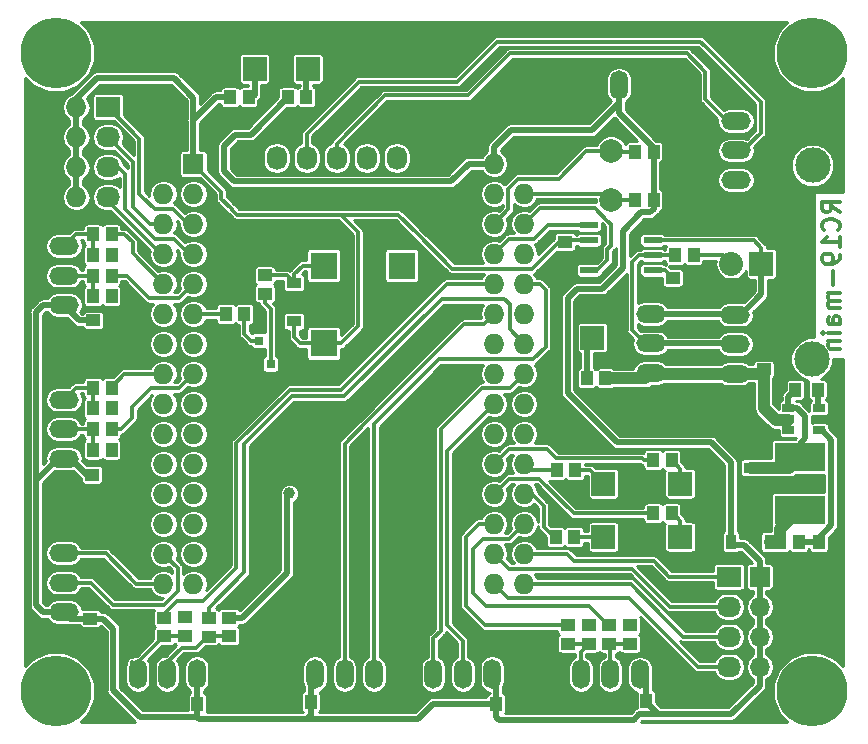
<source format=gbr>
G04 #@! TF.GenerationSoftware,KiCad,Pcbnew,(5.0.2)-1*
G04 #@! TF.CreationDate,2019-04-09T18:59:30+09:00*
G04 #@! TF.ProjectId,Parent_Turtle_RC19main,50617265-6e74-45f5-9475-72746c655f52,rev?*
G04 #@! TF.SameCoordinates,Original*
G04 #@! TF.FileFunction,Copper,L2,Bot*
G04 #@! TF.FilePolarity,Positive*
%FSLAX46Y46*%
G04 Gerber Fmt 4.6, Leading zero omitted, Abs format (unit mm)*
G04 Created by KiCad (PCBNEW (5.0.2)-1) date 2019/04/09 18:59:30*
%MOMM*%
%LPD*%
G01*
G04 APERTURE LIST*
G04 #@! TA.AperFunction,NonConductor*
%ADD10C,0.300000*%
G04 #@! TD*
G04 #@! TA.AperFunction,SMDPad,CuDef*
%ADD11R,1.000760X0.690880*%
G04 #@! TD*
G04 #@! TA.AperFunction,ComponentPad*
%ADD12O,1.500000X2.500000*%
G04 #@! TD*
G04 #@! TA.AperFunction,SMDPad,CuDef*
%ADD13R,1.000000X1.200000*%
G04 #@! TD*
G04 #@! TA.AperFunction,ComponentPad*
%ADD14O,2.500000X1.500000*%
G04 #@! TD*
G04 #@! TA.AperFunction,SMDPad,CuDef*
%ADD15R,1.200000X1.000000*%
G04 #@! TD*
G04 #@! TA.AperFunction,SMDPad,CuDef*
%ADD16R,0.800100X0.800100*%
G04 #@! TD*
G04 #@! TA.AperFunction,SMDPad,CuDef*
%ADD17R,1.220000X0.910000*%
G04 #@! TD*
G04 #@! TA.AperFunction,ComponentPad*
%ADD18R,2.032000X1.727200*%
G04 #@! TD*
G04 #@! TA.AperFunction,ComponentPad*
%ADD19O,2.032000X1.727200*%
G04 #@! TD*
G04 #@! TA.AperFunction,ComponentPad*
%ADD20R,2.032000X2.032000*%
G04 #@! TD*
G04 #@! TA.AperFunction,ComponentPad*
%ADD21O,2.032000X2.032000*%
G04 #@! TD*
G04 #@! TA.AperFunction,ComponentPad*
%ADD22R,1.727200X1.727200*%
G04 #@! TD*
G04 #@! TA.AperFunction,ComponentPad*
%ADD23O,1.727200X1.727200*%
G04 #@! TD*
G04 #@! TA.AperFunction,ComponentPad*
%ADD24R,2.000000X2.000000*%
G04 #@! TD*
G04 #@! TA.AperFunction,ComponentPad*
%ADD25C,2.000000*%
G04 #@! TD*
G04 #@! TA.AperFunction,ComponentPad*
%ADD26R,1.727200X2.032000*%
G04 #@! TD*
G04 #@! TA.AperFunction,ComponentPad*
%ADD27O,1.727200X2.032000*%
G04 #@! TD*
G04 #@! TA.AperFunction,ComponentPad*
%ADD28C,3.000000*%
G04 #@! TD*
G04 #@! TA.AperFunction,SMDPad,CuDef*
%ADD29R,1.550000X0.600000*%
G04 #@! TD*
G04 #@! TA.AperFunction,SMDPad,CuDef*
%ADD30R,2.300000X2.300000*%
G04 #@! TD*
G04 #@! TA.AperFunction,SMDPad,CuDef*
%ADD31R,0.910000X1.220000*%
G04 #@! TD*
G04 #@! TA.AperFunction,SMDPad,CuDef*
%ADD32R,4.200000X2.400000*%
G04 #@! TD*
G04 #@! TA.AperFunction,ComponentPad*
%ADD33R,1.700000X1.700000*%
G04 #@! TD*
G04 #@! TA.AperFunction,ComponentPad*
%ADD34O,1.700000X1.700000*%
G04 #@! TD*
G04 #@! TA.AperFunction,ViaPad*
%ADD35C,6.000000*%
G04 #@! TD*
G04 #@! TA.AperFunction,ViaPad*
%ADD36C,1.000000*%
G04 #@! TD*
G04 #@! TA.AperFunction,Conductor*
%ADD37C,0.500000*%
G04 #@! TD*
G04 #@! TA.AperFunction,Conductor*
%ADD38C,0.300000*%
G04 #@! TD*
G04 #@! TA.AperFunction,Conductor*
%ADD39C,1.000000*%
G04 #@! TD*
G04 #@! TA.AperFunction,Conductor*
%ADD40C,0.250000*%
G04 #@! TD*
G04 APERTURE END LIST*
D10*
X170428571Y-86142857D02*
X169714285Y-85642857D01*
X170428571Y-85285714D02*
X168928571Y-85285714D01*
X168928571Y-85857142D01*
X169000000Y-86000000D01*
X169071428Y-86071428D01*
X169214285Y-86142857D01*
X169428571Y-86142857D01*
X169571428Y-86071428D01*
X169642857Y-86000000D01*
X169714285Y-85857142D01*
X169714285Y-85285714D01*
X170285714Y-87642857D02*
X170357142Y-87571428D01*
X170428571Y-87357142D01*
X170428571Y-87214285D01*
X170357142Y-87000000D01*
X170214285Y-86857142D01*
X170071428Y-86785714D01*
X169785714Y-86714285D01*
X169571428Y-86714285D01*
X169285714Y-86785714D01*
X169142857Y-86857142D01*
X169000000Y-87000000D01*
X168928571Y-87214285D01*
X168928571Y-87357142D01*
X169000000Y-87571428D01*
X169071428Y-87642857D01*
X170428571Y-89071428D02*
X170428571Y-88214285D01*
X170428571Y-88642857D02*
X168928571Y-88642857D01*
X169142857Y-88500000D01*
X169285714Y-88357142D01*
X169357142Y-88214285D01*
X170428571Y-89785714D02*
X170428571Y-90071428D01*
X170357142Y-90214285D01*
X170285714Y-90285714D01*
X170071428Y-90428571D01*
X169785714Y-90500000D01*
X169214285Y-90500000D01*
X169071428Y-90428571D01*
X169000000Y-90357142D01*
X168928571Y-90214285D01*
X168928571Y-89928571D01*
X169000000Y-89785714D01*
X169071428Y-89714285D01*
X169214285Y-89642857D01*
X169571428Y-89642857D01*
X169714285Y-89714285D01*
X169785714Y-89785714D01*
X169857142Y-89928571D01*
X169857142Y-90214285D01*
X169785714Y-90357142D01*
X169714285Y-90428571D01*
X169571428Y-90500000D01*
X169857142Y-91142857D02*
X169857142Y-92285714D01*
X170428571Y-93000000D02*
X169428571Y-93000000D01*
X169571428Y-93000000D02*
X169500000Y-93071428D01*
X169428571Y-93214285D01*
X169428571Y-93428571D01*
X169500000Y-93571428D01*
X169642857Y-93642857D01*
X170428571Y-93642857D01*
X169642857Y-93642857D02*
X169500000Y-93714285D01*
X169428571Y-93857142D01*
X169428571Y-94071428D01*
X169500000Y-94214285D01*
X169642857Y-94285714D01*
X170428571Y-94285714D01*
X170428571Y-95642857D02*
X169642857Y-95642857D01*
X169500000Y-95571428D01*
X169428571Y-95428571D01*
X169428571Y-95142857D01*
X169500000Y-95000000D01*
X170357142Y-95642857D02*
X170428571Y-95500000D01*
X170428571Y-95142857D01*
X170357142Y-95000000D01*
X170214285Y-94928571D01*
X170071428Y-94928571D01*
X169928571Y-95000000D01*
X169857142Y-95142857D01*
X169857142Y-95500000D01*
X169785714Y-95642857D01*
X170428571Y-96357142D02*
X169428571Y-96357142D01*
X168928571Y-96357142D02*
X169000000Y-96285714D01*
X169071428Y-96357142D01*
X169000000Y-96428571D01*
X168928571Y-96357142D01*
X169071428Y-96357142D01*
X169428571Y-97071428D02*
X170428571Y-97071428D01*
X169571428Y-97071428D02*
X169500000Y-97142857D01*
X169428571Y-97285714D01*
X169428571Y-97500000D01*
X169500000Y-97642857D01*
X169642857Y-97714285D01*
X170428571Y-97714285D01*
D11*
G04 #@! TO.P,U3,1*
G04 #@! TO.N,Net-(C6-Pad2)*
X168690480Y-102700040D03*
G04 #@! TO.P,U3,2*
G04 #@! TO.N,GND*
X168690480Y-103650000D03*
G04 #@! TO.P,U3,3*
G04 #@! TO.N,/FB*
X168690480Y-104599960D03*
G04 #@! TO.P,U3,4*
G04 #@! TO.N,+12V*
X166089520Y-104599960D03*
G04 #@! TO.P,U3,5*
X166089520Y-103650000D03*
G04 #@! TO.P,U3,6*
G04 #@! TO.N,Net-(C6-Pad1)*
X166089520Y-102700040D03*
G04 #@! TD*
D12*
G04 #@! TO.P,P19,4*
G04 #@! TO.N,Net-(P19-Pad4)*
X148520000Y-125270000D03*
G04 #@! TO.P,P19,3*
G04 #@! TO.N,Net-(P19-Pad3)*
X151020000Y-125270000D03*
G04 #@! TO.P,P19,2*
G04 #@! TO.N,+5V*
X153520000Y-125270000D03*
G04 #@! TO.P,P19,1*
G04 #@! TO.N,GND*
X156020000Y-125270000D03*
G04 #@! TD*
G04 #@! TO.P,P7,4*
G04 #@! TO.N,/A10*
X136030000Y-125260000D03*
G04 #@! TO.P,P7,3*
G04 #@! TO.N,/A9*
X138530000Y-125260000D03*
G04 #@! TO.P,P7,2*
G04 #@! TO.N,+5V*
X141030000Y-125260000D03*
G04 #@! TO.P,P7,1*
G04 #@! TO.N,GND*
X143530000Y-125260000D03*
G04 #@! TD*
D13*
G04 #@! TO.P,C11,1*
G04 #@! TO.N,+5V*
X116050000Y-127750000D03*
G04 #@! TO.P,C11,2*
G04 #@! TO.N,GND*
X117930000Y-127750000D03*
G04 #@! TD*
D14*
G04 #@! TO.P,P17,4*
G04 #@! TO.N,/B11*
X104750000Y-115000000D03*
G04 #@! TO.P,P17,3*
G04 #@! TO.N,/B10*
X104750000Y-117500000D03*
G04 #@! TO.P,P17,2*
G04 #@! TO.N,+5V*
X104750000Y-120000000D03*
G04 #@! TO.P,P17,1*
G04 #@! TO.N,GND*
X104750000Y-122500000D03*
G04 #@! TD*
G04 #@! TO.P,P18,4*
G04 #@! TO.N,Net-(P18-Pad4)*
X104750000Y-102000000D03*
G04 #@! TO.P,P18,3*
G04 #@! TO.N,Net-(P18-Pad3)*
X104750000Y-104500000D03*
G04 #@! TO.P,P18,2*
G04 #@! TO.N,+5V*
X104750000Y-107000000D03*
G04 #@! TO.P,P18,1*
G04 #@! TO.N,GND*
X104750000Y-109500000D03*
G04 #@! TD*
D13*
G04 #@! TO.P,R19,1*
G04 #@! TO.N,Net-(P18-Pad3)*
X107220000Y-104500000D03*
G04 #@! TO.P,R19,2*
G04 #@! TO.N,/A6*
X108780000Y-104500000D03*
G04 #@! TD*
G04 #@! TO.P,R23,1*
G04 #@! TO.N,Net-(P18-Pad3)*
X107220000Y-106250000D03*
G04 #@! TO.P,R23,2*
G04 #@! TO.N,+3.3V*
X108780000Y-106250000D03*
G04 #@! TD*
D15*
G04 #@! TO.P,R30,1*
G04 #@! TO.N,Net-(P21-Pad4)*
X113250000Y-122030000D03*
G04 #@! TO.P,R30,2*
G04 #@! TO.N,/B3*
X113250000Y-120470000D03*
G04 #@! TD*
D16*
G04 #@! TO.P,Q1,1*
G04 #@! TO.N,Net-(Q1-Pad1)*
X121300000Y-96999240D03*
G04 #@! TO.P,Q1,2*
G04 #@! TO.N,GND*
X123200000Y-96999240D03*
G04 #@! TO.P,Q1,3*
G04 #@! TO.N,Net-(Q1-Pad3)*
X122250000Y-98998220D03*
G04 #@! TD*
D17*
G04 #@! TO.P,D13,2*
G04 #@! TO.N,Net-(C6-Pad1)*
X162910000Y-107755000D03*
G04 #@! TO.P,D13,1*
G04 #@! TO.N,GND*
X162910000Y-111025000D03*
G04 #@! TD*
D13*
G04 #@! TO.P,C6,1*
G04 #@! TO.N,Net-(C6-Pad1)*
X166690000Y-101150000D03*
G04 #@! TO.P,C6,2*
G04 #@! TO.N,Net-(C6-Pad2)*
X168570000Y-101150000D03*
G04 #@! TD*
G04 #@! TO.P,R36,1*
G04 #@! TO.N,GND*
X170230000Y-114050000D03*
G04 #@! TO.P,R36,2*
G04 #@! TO.N,/FB*
X168670000Y-114050000D03*
G04 #@! TD*
G04 #@! TO.P,R3,1*
G04 #@! TO.N,/C6*
X146470000Y-108000000D03*
G04 #@! TO.P,R3,2*
G04 #@! TO.N,Net-(D3-Pad1)*
X148030000Y-108000000D03*
G04 #@! TD*
D18*
G04 #@! TO.P,P11,1*
G04 #@! TO.N,/C0*
X108500000Y-77250000D03*
D19*
G04 #@! TO.P,P11,2*
G04 #@! TO.N,/C1*
X108500000Y-79790000D03*
G04 #@! TO.P,P11,3*
G04 #@! TO.N,/C2*
X108500000Y-82330000D03*
G04 #@! TO.P,P11,4*
G04 #@! TO.N,/C3*
X108500000Y-84870000D03*
G04 #@! TD*
D20*
G04 #@! TO.P,P9,1*
G04 #@! TO.N,/CAN_L*
X163810000Y-90490000D03*
D21*
G04 #@! TO.P,P9,2*
G04 #@! TO.N,Net-(P9-Pad2)*
X161270000Y-90490000D03*
G04 #@! TD*
D22*
G04 #@! TO.P,P1,1*
G04 #@! TO.N,+3.3V*
X115715000Y-82035000D03*
D23*
G04 #@! TO.P,P1,2*
G04 #@! TO.N,GND*
X113175000Y-82035000D03*
G04 #@! TO.P,P1,3*
G04 #@! TO.N,/E5*
X115715000Y-84575000D03*
G04 #@! TO.P,P1,4*
G04 #@! TO.N,/E6*
X113175000Y-84575000D03*
G04 #@! TO.P,P1,5*
G04 #@! TO.N,/C0*
X115715000Y-87115000D03*
G04 #@! TO.P,P1,6*
G04 #@! TO.N,/C1*
X113175000Y-87115000D03*
G04 #@! TO.P,P1,7*
G04 #@! TO.N,/C2*
X115715000Y-89655000D03*
G04 #@! TO.P,P1,8*
G04 #@! TO.N,/C3*
X113175000Y-89655000D03*
G04 #@! TO.P,P1,9*
G04 #@! TO.N,/A0*
X115715000Y-92195000D03*
G04 #@! TO.P,P1,10*
G04 #@! TO.N,/A1*
X113175000Y-92195000D03*
G04 #@! TO.P,P1,11*
G04 #@! TO.N,/A2*
X115715000Y-94735000D03*
G04 #@! TO.P,P1,12*
G04 #@! TO.N,/A3*
X113175000Y-94735000D03*
G04 #@! TO.P,P1,13*
G04 #@! TO.N,/A4*
X115715000Y-97275000D03*
G04 #@! TO.P,P1,14*
G04 #@! TO.N,/A5*
X113175000Y-97275000D03*
G04 #@! TO.P,P1,15*
G04 #@! TO.N,/A6*
X115715000Y-99815000D03*
G04 #@! TO.P,P1,16*
G04 #@! TO.N,/A7*
X113175000Y-99815000D03*
G04 #@! TO.P,P1,17*
G04 #@! TO.N,/C4*
X115715000Y-102355000D03*
G04 #@! TO.P,P1,18*
G04 #@! TO.N,/C5*
X113175000Y-102355000D03*
G04 #@! TO.P,P1,19*
G04 #@! TO.N,/B0*
X115715000Y-104895000D03*
G04 #@! TO.P,P1,20*
G04 #@! TO.N,/B1*
X113175000Y-104895000D03*
G04 #@! TO.P,P1,21*
G04 #@! TO.N,/E8*
X115715000Y-107435000D03*
G04 #@! TO.P,P1,22*
G04 #@! TO.N,/E9*
X113175000Y-107435000D03*
G04 #@! TO.P,P1,23*
G04 #@! TO.N,/E10*
X115715000Y-109975000D03*
G04 #@! TO.P,P1,24*
G04 #@! TO.N,/E11*
X113175000Y-109975000D03*
G04 #@! TO.P,P1,25*
G04 #@! TO.N,/E12*
X115715000Y-112515000D03*
G04 #@! TO.P,P1,26*
G04 #@! TO.N,/E13*
X113175000Y-112515000D03*
G04 #@! TO.P,P1,27*
G04 #@! TO.N,/E14*
X115715000Y-115055000D03*
G04 #@! TO.P,P1,28*
G04 #@! TO.N,/B10*
X113175000Y-115055000D03*
G04 #@! TO.P,P1,29*
G04 #@! TO.N,/B13*
X115715000Y-117595000D03*
G04 #@! TO.P,P1,30*
G04 #@! TO.N,/B11*
X113175000Y-117595000D03*
G04 #@! TD*
D15*
G04 #@! TO.P,C1,1*
G04 #@! TO.N,+3.3V*
X147180000Y-88650000D03*
G04 #@! TO.P,C1,2*
G04 #@! TO.N,GND*
X147180000Y-90530000D03*
G04 #@! TD*
D13*
G04 #@! TO.P,C3,1*
G04 #@! TO.N,+5V*
X141360000Y-127740000D03*
G04 #@! TO.P,C3,2*
G04 #@! TO.N,GND*
X143240000Y-127740000D03*
G04 #@! TD*
D14*
G04 #@! TO.P,P3,4*
G04 #@! TO.N,/CAN_L*
X154460000Y-94740000D03*
G04 #@! TO.P,P3,3*
G04 #@! TO.N,/CAN_H*
X154460000Y-97240000D03*
G04 #@! TO.P,P3,2*
G04 #@! TO.N,+12V*
X154460000Y-99740000D03*
G04 #@! TO.P,P3,1*
G04 #@! TO.N,GND*
X154460000Y-102240000D03*
G04 #@! TD*
D12*
G04 #@! TO.P,P12,2*
G04 #@! TO.N,+5V*
X151750000Y-75400000D03*
G04 #@! TO.P,P12,1*
G04 #@! TO.N,GND*
X149250000Y-75400000D03*
G04 #@! TD*
D13*
G04 #@! TO.P,R5,1*
G04 #@! TO.N,+5V*
X123720000Y-76400000D03*
G04 #@! TO.P,R5,2*
G04 #@! TO.N,Net-(D1-Pad1)*
X125280000Y-76400000D03*
G04 #@! TD*
G04 #@! TO.P,R6,1*
G04 #@! TO.N,+3.3V*
X118820000Y-76400000D03*
G04 #@! TO.P,R6,2*
G04 #@! TO.N,Net-(D2-Pad1)*
X120380000Y-76400000D03*
G04 #@! TD*
D24*
G04 #@! TO.P,D1,1*
G04 #@! TO.N,Net-(D1-Pad1)*
X125400000Y-74000000D03*
D25*
G04 #@! TO.P,D1,2*
G04 #@! TO.N,GND*
X125400000Y-71460000D03*
G04 #@! TD*
D24*
G04 #@! TO.P,D2,1*
G04 #@! TO.N,Net-(D2-Pad1)*
X120900000Y-74000000D03*
D25*
G04 #@! TO.P,D2,2*
G04 #@! TO.N,GND*
X120900000Y-71460000D03*
G04 #@! TD*
D22*
G04 #@! TO.P,P2,1*
G04 #@! TO.N,GND*
X143715000Y-82035000D03*
D23*
G04 #@! TO.P,P2,2*
G04 #@! TO.N,+5V*
X141175000Y-82035000D03*
G04 #@! TO.P,P2,3*
G04 #@! TO.N,/B8*
X143715000Y-84575000D03*
G04 #@! TO.P,P2,4*
G04 #@! TO.N,/B9*
X141175000Y-84575000D03*
G04 #@! TO.P,P2,5*
G04 #@! TO.N,/B6*
X143715000Y-87115000D03*
G04 #@! TO.P,P2,6*
G04 #@! TO.N,/B7*
X141175000Y-87115000D03*
G04 #@! TO.P,P2,7*
G04 #@! TO.N,/B4*
X143715000Y-89655000D03*
G04 #@! TO.P,P2,8*
G04 #@! TO.N,/B5*
X141175000Y-89655000D03*
G04 #@! TO.P,P2,9*
G04 #@! TO.N,/D6*
X143715000Y-92195000D03*
G04 #@! TO.P,P2,10*
G04 #@! TO.N,/B3*
X141175000Y-92195000D03*
G04 #@! TO.P,P2,11*
G04 #@! TO.N,/D2*
X143715000Y-94735000D03*
G04 #@! TO.P,P2,12*
G04 #@! TO.N,/D5*
X141175000Y-94735000D03*
G04 #@! TO.P,P2,13*
G04 #@! TO.N,/A15*
X143715000Y-97275000D03*
G04 #@! TO.P,P2,14*
G04 #@! TO.N,/C12*
X141175000Y-97275000D03*
G04 #@! TO.P,P2,15*
G04 #@! TO.N,/A10*
X143715000Y-99815000D03*
G04 #@! TO.P,P2,16*
G04 #@! TO.N,/A11*
X141175000Y-99815000D03*
G04 #@! TO.P,P2,17*
G04 #@! TO.N,/A8*
X143715000Y-102355000D03*
G04 #@! TO.P,P2,18*
G04 #@! TO.N,/A9*
X141175000Y-102355000D03*
G04 #@! TO.P,P2,19*
G04 #@! TO.N,/C8*
X143715000Y-104895000D03*
G04 #@! TO.P,P2,20*
G04 #@! TO.N,/C9*
X141175000Y-104895000D03*
G04 #@! TO.P,P2,21*
G04 #@! TO.N,/C6*
X143715000Y-107435000D03*
G04 #@! TO.P,P2,22*
G04 #@! TO.N,/C7*
X141175000Y-107435000D03*
G04 #@! TO.P,P2,23*
G04 #@! TO.N,/D14*
X143715000Y-109975000D03*
G04 #@! TO.P,P2,24*
G04 #@! TO.N,/D15*
X141175000Y-109975000D03*
G04 #@! TO.P,P2,25*
G04 #@! TO.N,/D12*
X143715000Y-112515000D03*
G04 #@! TO.P,P2,26*
G04 #@! TO.N,/D13*
X141175000Y-112515000D03*
G04 #@! TO.P,P2,27*
G04 #@! TO.N,/D8*
X143715000Y-115055000D03*
G04 #@! TO.P,P2,28*
G04 #@! TO.N,/D9*
X141175000Y-115055000D03*
G04 #@! TO.P,P2,29*
G04 #@! TO.N,/B15*
X143715000Y-117595000D03*
G04 #@! TO.P,P2,30*
G04 #@! TO.N,/B14*
X141175000Y-117595000D03*
G04 #@! TD*
D26*
G04 #@! TO.P,P10,1*
G04 #@! TO.N,GND*
X120215000Y-81535000D03*
D27*
G04 #@! TO.P,P10,2*
G04 #@! TO.N,Net-(P10-Pad2)*
X122755000Y-81535000D03*
G04 #@! TO.P,P10,3*
G04 #@! TO.N,/CLK*
X125295000Y-81535000D03*
G04 #@! TO.P,P10,4*
G04 #@! TO.N,/DIO*
X127835000Y-81535000D03*
G04 #@! TO.P,P10,5*
G04 #@! TO.N,Net-(P10-Pad5)*
X130375000Y-81535000D03*
G04 #@! TO.P,P10,6*
G04 #@! TO.N,Net-(P10-Pad6)*
X132915000Y-81535000D03*
G04 #@! TD*
D14*
G04 #@! TO.P,P4,1*
G04 #@! TO.N,GND*
X161580000Y-102310000D03*
G04 #@! TO.P,P4,2*
G04 #@! TO.N,+12V*
X161580000Y-99810000D03*
G04 #@! TO.P,P4,3*
G04 #@! TO.N,/CAN_H*
X161580000Y-97310000D03*
G04 #@! TO.P,P4,4*
G04 #@! TO.N,/CAN_L*
X161580000Y-94810000D03*
D28*
G04 #@! TO.P,P4,*
G04 #@! TO.N,*
X168080000Y-98560000D03*
G04 #@! TD*
D14*
G04 #@! TO.P,P8,1*
G04 #@! TO.N,GND*
X161640000Y-85910000D03*
G04 #@! TO.P,P8,2*
G04 #@! TO.N,Net-(P8-Pad2)*
X161640000Y-83410000D03*
G04 #@! TO.P,P8,3*
G04 #@! TO.N,/CLK*
X161640000Y-80910000D03*
G04 #@! TO.P,P8,4*
G04 #@! TO.N,/DIO*
X161640000Y-78410000D03*
D28*
G04 #@! TO.P,P8,*
G04 #@! TO.N,*
X168140000Y-82160000D03*
G04 #@! TD*
D29*
G04 #@! TO.P,U1,1*
G04 #@! TO.N,/B6*
X149190000Y-91040000D03*
G04 #@! TO.P,U1,2*
G04 #@! TO.N,GND*
X149190000Y-89770000D03*
G04 #@! TO.P,U1,3*
G04 #@! TO.N,+3.3V*
X149190000Y-88500000D03*
G04 #@! TO.P,U1,4*
G04 #@! TO.N,/B5*
X149190000Y-87230000D03*
G04 #@! TO.P,U1,5*
G04 #@! TO.N,GND*
X154590000Y-87230000D03*
G04 #@! TO.P,U1,6*
G04 #@! TO.N,/CAN_L*
X154590000Y-88500000D03*
G04 #@! TO.P,U1,7*
G04 #@! TO.N,/CAN_H*
X154590000Y-89770000D03*
G04 #@! TO.P,U1,8*
G04 #@! TO.N,Net-(R1-Pad1)*
X154590000Y-91040000D03*
G04 #@! TD*
D15*
G04 #@! TO.P,C4,1*
G04 #@! TO.N,+12V*
X157990000Y-99830000D03*
G04 #@! TO.P,C4,2*
G04 #@! TO.N,GND*
X157990000Y-101710000D03*
G04 #@! TD*
D24*
G04 #@! TO.P,D3,1*
G04 #@! TO.N,Net-(D3-Pad1)*
X150420000Y-109130000D03*
D25*
G04 #@! TO.P,D3,2*
G04 #@! TO.N,GND*
X152960000Y-109130000D03*
G04 #@! TD*
D24*
G04 #@! TO.P,D4,1*
G04 #@! TO.N,Net-(D4-Pad1)*
X156920000Y-109130000D03*
D25*
G04 #@! TO.P,D4,2*
G04 #@! TO.N,GND*
X159460000Y-109130000D03*
G04 #@! TD*
D13*
G04 #@! TO.P,R4,1*
G04 #@! TO.N,/C7*
X154640000Y-107130000D03*
G04 #@! TO.P,R4,2*
G04 #@! TO.N,Net-(D4-Pad1)*
X156200000Y-107130000D03*
G04 #@! TD*
G04 #@! TO.P,R7,1*
G04 #@! TO.N,+5V*
X154680000Y-81000000D03*
G04 #@! TO.P,R7,2*
G04 #@! TO.N,/B7*
X153120000Y-81000000D03*
G04 #@! TD*
G04 #@! TO.P,R8,1*
G04 #@! TO.N,Net-(Q1-Pad1)*
X120030000Y-94750000D03*
G04 #@! TO.P,R8,2*
G04 #@! TO.N,/A2*
X118470000Y-94750000D03*
G04 #@! TD*
D15*
G04 #@! TO.P,R9,1*
G04 #@! TO.N,Net-(D12-Pad1)*
X121750000Y-91470000D03*
G04 #@! TO.P,R9,2*
G04 #@! TO.N,Net-(Q1-Pad3)*
X121750000Y-93030000D03*
G04 #@! TD*
D30*
G04 #@! TO.P,SP1,1*
G04 #@! TO.N,+3.3V*
X126750000Y-97250000D03*
G04 #@! TO.P,SP1,2*
G04 #@! TO.N,Net-(D12-Pad1)*
X126750000Y-90650000D03*
G04 #@! TO.P,SP1,3*
G04 #@! TO.N,N/C*
X133350000Y-90650000D03*
G04 #@! TD*
D24*
G04 #@! TO.P,D5,1*
G04 #@! TO.N,Net-(D5-Pad1)*
X150420000Y-113630000D03*
D25*
G04 #@! TO.P,D5,2*
G04 #@! TO.N,GND*
X152960000Y-113630000D03*
G04 #@! TD*
D13*
G04 #@! TO.P,R10,1*
G04 #@! TO.N,/D14*
X146390000Y-113630000D03*
G04 #@! TO.P,R10,2*
G04 #@! TO.N,Net-(D5-Pad1)*
X147950000Y-113630000D03*
G04 #@! TD*
D24*
G04 #@! TO.P,D9,1*
G04 #@! TO.N,Net-(D9-Pad1)*
X149500000Y-96750000D03*
D25*
G04 #@! TO.P,D9,2*
G04 #@! TO.N,GND*
X149500000Y-94210000D03*
G04 #@! TD*
D13*
G04 #@! TO.P,R14,1*
G04 #@! TO.N,+12V*
X150580000Y-100210000D03*
G04 #@! TO.P,R14,2*
G04 #@! TO.N,Net-(D9-Pad1)*
X149020000Y-100210000D03*
G04 #@! TD*
G04 #@! TO.P,R15,1*
G04 #@! TO.N,/CAN_H*
X156500000Y-89790000D03*
G04 #@! TO.P,R15,2*
G04 #@! TO.N,Net-(P9-Pad2)*
X158060000Y-89790000D03*
G04 #@! TD*
D15*
G04 #@! TO.P,R1,1*
G04 #@! TO.N,Net-(R1-Pad1)*
X156290000Y-91700000D03*
G04 #@! TO.P,R1,2*
G04 #@! TO.N,GND*
X156290000Y-93260000D03*
G04 #@! TD*
D22*
G04 #@! TO.P,P13,1*
G04 #@! TO.N,GND*
X103250000Y-77250000D03*
D23*
G04 #@! TO.P,P13,2*
G04 #@! TO.N,+3.3V*
X105790000Y-77250000D03*
G04 #@! TO.P,P13,3*
G04 #@! TO.N,GND*
X103250000Y-79790000D03*
G04 #@! TO.P,P13,4*
G04 #@! TO.N,+3.3V*
X105790000Y-79790000D03*
G04 #@! TO.P,P13,5*
G04 #@! TO.N,GND*
X103250000Y-82330000D03*
G04 #@! TO.P,P13,6*
G04 #@! TO.N,+3.3V*
X105790000Y-82330000D03*
G04 #@! TO.P,P13,7*
G04 #@! TO.N,GND*
X103250000Y-84870000D03*
G04 #@! TO.P,P13,8*
G04 #@! TO.N,+3.3V*
X105790000Y-84870000D03*
G04 #@! TD*
D18*
G04 #@! TO.P,P14,1*
G04 #@! TO.N,/D8*
X161060000Y-116990000D03*
D19*
G04 #@! TO.P,P14,2*
G04 #@! TO.N,/D9*
X161060000Y-119530000D03*
G04 #@! TO.P,P14,3*
G04 #@! TO.N,/B15*
X161060000Y-122070000D03*
G04 #@! TO.P,P14,4*
G04 #@! TO.N,/B14*
X161060000Y-124610000D03*
G04 #@! TD*
D17*
G04 #@! TO.P,D12,1*
G04 #@! TO.N,Net-(D12-Pad1)*
X124250000Y-92115000D03*
G04 #@! TO.P,D12,2*
G04 #@! TO.N,+3.3V*
X124250000Y-95385000D03*
G04 #@! TD*
D15*
G04 #@! TO.P,C5,1*
G04 #@! TO.N,+5V*
X107000000Y-120550000D03*
G04 #@! TO.P,C5,2*
G04 #@! TO.N,GND*
X107000000Y-122430000D03*
G04 #@! TD*
D13*
G04 #@! TO.P,R2,1*
G04 #@! TO.N,+5V*
X154680000Y-85100000D03*
G04 #@! TO.P,R2,2*
G04 #@! TO.N,/B8*
X153120000Y-85100000D03*
G04 #@! TD*
D15*
G04 #@! TO.P,C7,1*
G04 #@! TO.N,+12V*
X164000000Y-99450000D03*
G04 #@! TO.P,C7,2*
G04 #@! TO.N,GND*
X164000000Y-97570000D03*
G04 #@! TD*
D13*
G04 #@! TO.P,C8,1*
G04 #@! TO.N,+5V*
X154070000Y-127520000D03*
G04 #@! TO.P,C8,2*
G04 #@! TO.N,GND*
X155950000Y-127520000D03*
G04 #@! TD*
D15*
G04 #@! TO.P,C9,1*
G04 #@! TO.N,+5V*
X107135000Y-108365000D03*
G04 #@! TO.P,C9,2*
G04 #@! TO.N,GND*
X107135000Y-110245000D03*
G04 #@! TD*
G04 #@! TO.P,C10,1*
G04 #@! TO.N,+5V*
X107250000Y-95300000D03*
G04 #@! TO.P,C10,2*
G04 #@! TO.N,GND*
X107250000Y-97180000D03*
G04 #@! TD*
D31*
G04 #@! TO.P,D14,1*
G04 #@! TO.N,Net-(D14-Pad1)*
X164495000Y-114040000D03*
G04 #@! TO.P,D14,2*
G04 #@! TO.N,+5V*
X161225000Y-114040000D03*
G04 #@! TD*
D14*
G04 #@! TO.P,P20,4*
G04 #@! TO.N,Net-(P20-Pad4)*
X104750000Y-89000000D03*
G04 #@! TO.P,P20,3*
G04 #@! TO.N,Net-(P20-Pad3)*
X104750000Y-91500000D03*
G04 #@! TO.P,P20,2*
G04 #@! TO.N,+5V*
X104750000Y-94000000D03*
G04 #@! TO.P,P20,1*
G04 #@! TO.N,GND*
X104750000Y-96500000D03*
G04 #@! TD*
D12*
G04 #@! TO.P,P21,4*
G04 #@! TO.N,Net-(P21-Pad4)*
X111000000Y-125250000D03*
G04 #@! TO.P,P21,3*
G04 #@! TO.N,Net-(P21-Pad3)*
X113500000Y-125250000D03*
G04 #@! TO.P,P21,2*
G04 #@! TO.N,+5V*
X116000000Y-125250000D03*
G04 #@! TO.P,P21,1*
G04 #@! TO.N,GND*
X118500000Y-125250000D03*
G04 #@! TD*
D13*
G04 #@! TO.P,R20,1*
G04 #@! TO.N,Net-(P18-Pad4)*
X107220000Y-101000000D03*
G04 #@! TO.P,R20,2*
G04 #@! TO.N,/A7*
X108780000Y-101000000D03*
G04 #@! TD*
D15*
G04 #@! TO.P,R21,1*
G04 #@! TO.N,Net-(P19-Pad3)*
X150940000Y-122680000D03*
G04 #@! TO.P,R21,2*
G04 #@! TO.N,/D12*
X150940000Y-121120000D03*
G04 #@! TD*
G04 #@! TO.P,R22,1*
G04 #@! TO.N,Net-(P19-Pad4)*
X147440000Y-122680000D03*
G04 #@! TO.P,R22,2*
G04 #@! TO.N,/D13*
X147440000Y-121120000D03*
G04 #@! TD*
G04 #@! TO.P,R24,1*
G04 #@! TO.N,Net-(P19-Pad3)*
X152690000Y-122680000D03*
G04 #@! TO.P,R24,2*
G04 #@! TO.N,+3.3V*
X152690000Y-121120000D03*
G04 #@! TD*
D13*
G04 #@! TO.P,R25,1*
G04 #@! TO.N,Net-(P18-Pad4)*
X107220000Y-102750000D03*
G04 #@! TO.P,R25,2*
G04 #@! TO.N,+3.3V*
X108780000Y-102750000D03*
G04 #@! TD*
D15*
G04 #@! TO.P,R26,1*
G04 #@! TO.N,Net-(P19-Pad4)*
X149190000Y-122680000D03*
G04 #@! TO.P,R26,2*
G04 #@! TO.N,+3.3V*
X149190000Y-121120000D03*
G04 #@! TD*
D13*
G04 #@! TO.P,R27,1*
G04 #@! TO.N,Net-(P20-Pad3)*
X107220000Y-91500000D03*
G04 #@! TO.P,R27,2*
G04 #@! TO.N,/A0*
X108780000Y-91500000D03*
G04 #@! TD*
G04 #@! TO.P,R28,1*
G04 #@! TO.N,Net-(P20-Pad4)*
X107220000Y-88000000D03*
G04 #@! TO.P,R28,2*
G04 #@! TO.N,/A1*
X108780000Y-88000000D03*
G04 #@! TD*
D15*
G04 #@! TO.P,R29,1*
G04 #@! TO.N,Net-(P21-Pad3)*
X117000000Y-122060000D03*
G04 #@! TO.P,R29,2*
G04 #@! TO.N,/A15*
X117000000Y-120500000D03*
G04 #@! TD*
D13*
G04 #@! TO.P,R31,1*
G04 #@! TO.N,Net-(P20-Pad3)*
X107220000Y-93250000D03*
G04 #@! TO.P,R31,2*
G04 #@! TO.N,+3.3V*
X108780000Y-93250000D03*
G04 #@! TD*
D15*
G04 #@! TO.P,R32,1*
G04 #@! TO.N,Net-(P21-Pad3)*
X118750000Y-122030000D03*
G04 #@! TO.P,R32,2*
G04 #@! TO.N,+3.3V*
X118750000Y-120470000D03*
G04 #@! TD*
D13*
G04 #@! TO.P,R33,1*
G04 #@! TO.N,Net-(P20-Pad4)*
X107220000Y-89750000D03*
G04 #@! TO.P,R33,2*
G04 #@! TO.N,+3.3V*
X108780000Y-89750000D03*
G04 #@! TD*
D15*
G04 #@! TO.P,R34,1*
G04 #@! TO.N,Net-(P21-Pad4)*
X115000000Y-122000000D03*
G04 #@! TO.P,R34,2*
G04 #@! TO.N,+3.3V*
X115000000Y-120440000D03*
G04 #@! TD*
D13*
G04 #@! TO.P,R35,1*
G04 #@! TO.N,/FB*
X166980000Y-114050000D03*
G04 #@! TO.P,R35,2*
G04 #@! TO.N,Net-(D14-Pad1)*
X165420000Y-114050000D03*
G04 #@! TD*
D25*
G04 #@! TO.P,SW1,1*
G04 #@! TO.N,GND*
X157100000Y-85100000D03*
G04 #@! TO.P,SW1,2*
G04 #@! TO.N,/B8*
X151100000Y-85100000D03*
G04 #@! TD*
G04 #@! TO.P,SW2,1*
G04 #@! TO.N,GND*
X157100000Y-80950000D03*
G04 #@! TO.P,SW2,2*
G04 #@! TO.N,/B7*
X151100000Y-80950000D03*
G04 #@! TD*
D24*
G04 #@! TO.P,D6,1*
G04 #@! TO.N,Net-(D6-Pad1)*
X156920000Y-113630000D03*
D25*
G04 #@! TO.P,D6,2*
G04 #@! TO.N,GND*
X159460000Y-113630000D03*
G04 #@! TD*
D13*
G04 #@! TO.P,R11,1*
G04 #@! TO.N,/D15*
X154640000Y-111630000D03*
G04 #@! TO.P,R11,2*
G04 #@! TO.N,Net-(D6-Pad1)*
X156200000Y-111630000D03*
G04 #@! TD*
D32*
G04 #@! TO.P,L1,1*
G04 #@! TO.N,Net-(C6-Pad1)*
X167060000Y-106840000D03*
G04 #@! TO.P,L1,2*
G04 #@! TO.N,Net-(D14-Pad1)*
X167060000Y-111340000D03*
G04 #@! TD*
D12*
G04 #@! TO.P,P5,4*
G04 #@! TO.N,/D6*
X131010000Y-125240000D03*
G04 #@! TO.P,P5,3*
G04 #@! TO.N,/D5*
X128510000Y-125240000D03*
G04 #@! TO.P,P5,2*
G04 #@! TO.N,+5V*
X126010000Y-125240000D03*
G04 #@! TO.P,P5,1*
G04 #@! TO.N,GND*
X123510000Y-125240000D03*
G04 #@! TD*
D13*
G04 #@! TO.P,C2,1*
G04 #@! TO.N,+5V*
X125660000Y-127580000D03*
G04 #@! TO.P,C2,2*
G04 #@! TO.N,GND*
X123780000Y-127580000D03*
G04 #@! TD*
D33*
G04 #@! TO.P,P6,1*
G04 #@! TO.N,GND*
X166310000Y-116990000D03*
D34*
G04 #@! TO.P,P6,2*
X166310000Y-119530000D03*
G04 #@! TO.P,P6,3*
X166310000Y-122070000D03*
G04 #@! TD*
D33*
G04 #@! TO.P,P15,1*
G04 #@! TO.N,+5V*
X163660000Y-116990000D03*
D34*
G04 #@! TO.P,P15,2*
X163660000Y-119530000D03*
G04 #@! TO.P,P15,3*
X163660000Y-122070000D03*
G04 #@! TO.P,P15,4*
X163660000Y-124610000D03*
G04 #@! TD*
D35*
G04 #@! TO.N,*
X168090000Y-72660000D03*
X104090000Y-72660000D03*
X168090000Y-126660000D03*
X104090000Y-126660000D03*
D36*
G04 #@! TO.N,+3.3V*
X118750000Y-120470000D03*
X115000000Y-120440000D03*
X108780000Y-106250000D03*
X108780000Y-102750000D03*
X108780000Y-89750000D03*
X108780000Y-93250000D03*
X123850000Y-109950000D03*
X126750000Y-97250000D03*
X152690000Y-121120000D03*
X149190000Y-121120000D03*
G04 #@! TD*
D37*
G04 #@! TO.N,+5V*
X107250000Y-95300000D02*
X106050000Y-95300000D01*
X106050000Y-95300000D02*
X104750000Y-94000000D01*
X119250000Y-79560000D02*
X120560000Y-79560000D01*
X120560000Y-79560000D02*
X123720000Y-76400000D01*
X154680000Y-81000000D02*
X154680000Y-85100000D01*
X151750000Y-75400000D02*
X151750000Y-77730000D01*
X151750000Y-77730000D02*
X154680000Y-80660000D01*
X154680000Y-80660000D02*
X154680000Y-81000000D01*
X151750000Y-75500000D02*
X151750000Y-75460000D01*
X147440000Y-79190000D02*
X149470000Y-79190000D01*
X151750000Y-76910000D02*
X151750000Y-75500000D01*
X149470000Y-79190000D02*
X151750000Y-76910000D01*
X141175000Y-82035000D02*
X139025000Y-82035000D01*
X118300000Y-80510000D02*
X119250000Y-79560000D01*
X118300000Y-82680000D02*
X118300000Y-80510000D01*
X119140000Y-83520000D02*
X118300000Y-82680000D01*
X137540000Y-83520000D02*
X119140000Y-83520000D01*
X139025000Y-82035000D02*
X137540000Y-83520000D01*
X141175000Y-82035000D02*
X141175000Y-80595000D01*
X142580000Y-79190000D02*
X147440000Y-79190000D01*
X141175000Y-80595000D02*
X142580000Y-79190000D01*
X105300000Y-120550000D02*
X104750000Y-120000000D01*
X107000000Y-120550000D02*
X105300000Y-120550000D01*
X103000000Y-120000000D02*
X102420000Y-119420000D01*
X104750000Y-120000000D02*
X103000000Y-120000000D01*
X104250000Y-107000000D02*
X104750000Y-107000000D01*
X102420000Y-108830000D02*
X104250000Y-107000000D01*
X102420000Y-119420000D02*
X102420000Y-108830000D01*
X105340000Y-107000000D02*
X106720000Y-108380000D01*
X104750000Y-107000000D02*
X105340000Y-107000000D01*
X102420000Y-94580000D02*
X102420000Y-108830000D01*
X103000000Y-94000000D02*
X102420000Y-94580000D01*
X104750000Y-94000000D02*
X103000000Y-94000000D01*
X116000000Y-127550000D02*
X116000000Y-125000000D01*
X116050000Y-127750000D02*
X116050000Y-128850000D01*
X111170000Y-128850000D02*
X116050000Y-128850000D01*
X108940000Y-126620000D02*
X111170000Y-128850000D01*
X108940000Y-121390000D02*
X108940000Y-126620000D01*
X108100000Y-120550000D02*
X108940000Y-121390000D01*
X107000000Y-120550000D02*
X108100000Y-120550000D01*
X116210000Y-129010000D02*
X116050000Y-128850000D01*
X125330000Y-129010000D02*
X116210000Y-129010000D01*
X125660000Y-128680000D02*
X125330000Y-129010000D01*
X125660000Y-127580000D02*
X125660000Y-128680000D01*
X125660000Y-125590000D02*
X126010000Y-125240000D01*
X125660000Y-127580000D02*
X125660000Y-125590000D01*
X125330000Y-129010000D02*
X134730000Y-129010000D01*
X136000000Y-127740000D02*
X135740000Y-128000000D01*
X141360000Y-127740000D02*
X136000000Y-127740000D01*
X134730000Y-129010000D02*
X135740000Y-128000000D01*
X141360000Y-125590000D02*
X141030000Y-125260000D01*
X141360000Y-127740000D02*
X141360000Y-125590000D01*
X154680000Y-85840000D02*
X154680000Y-85100000D01*
X153639999Y-86150001D02*
X154369999Y-86150001D01*
X152070000Y-87720000D02*
X153639999Y-86150001D01*
X152070000Y-90850000D02*
X152070000Y-87720000D01*
X148210000Y-92610000D02*
X150310000Y-92610000D01*
X154369999Y-86150001D02*
X154680000Y-85840000D01*
X161225000Y-114040000D02*
X161225000Y-107325000D01*
X161225000Y-107325000D02*
X159520000Y-105620000D01*
X159520000Y-105620000D02*
X151570000Y-105620000D01*
X151570000Y-105620000D02*
X147400000Y-101450000D01*
X147400000Y-101450000D02*
X147400000Y-93420000D01*
X150310000Y-92610000D02*
X152070000Y-90850000D01*
X147400000Y-93420000D02*
X148210000Y-92610000D01*
X161225000Y-114040000D02*
X161225000Y-114325000D01*
X163660000Y-115640000D02*
X163660000Y-116990000D01*
X162345000Y-114325000D02*
X163660000Y-115640000D01*
X161225000Y-114325000D02*
X162345000Y-114325000D01*
X163660000Y-116990000D02*
X163660000Y-119530000D01*
X163660000Y-122070000D02*
X163660000Y-119530000D01*
X163660000Y-124610000D02*
X163660000Y-122070000D01*
X163660000Y-124610000D02*
X163660000Y-126210000D01*
X154070000Y-127620000D02*
X154070000Y-127520000D01*
X155070000Y-128620000D02*
X154070000Y-127620000D01*
X161250000Y-128620000D02*
X155070000Y-128620000D01*
X163660000Y-126210000D02*
X161250000Y-128620000D01*
X141360000Y-128840000D02*
X141610000Y-129090000D01*
X141360000Y-127740000D02*
X141360000Y-128840000D01*
X141610000Y-129090000D02*
X152980000Y-129090000D01*
X153450000Y-128620000D02*
X155070000Y-128620000D01*
X152980000Y-129090000D02*
X153450000Y-128620000D01*
X154070000Y-125820000D02*
X153520000Y-125270000D01*
X154070000Y-127520000D02*
X154070000Y-125820000D01*
G04 #@! TO.N,Net-(D1-Pad1)*
X125280000Y-76400000D02*
X125280000Y-74120000D01*
X125280000Y-74120000D02*
X125400000Y-74000000D01*
G04 #@! TO.N,Net-(D2-Pad1)*
X120900000Y-76170000D02*
X120900000Y-74000000D01*
X120670000Y-76400000D02*
X120900000Y-76170000D01*
X120380000Y-76400000D02*
X120670000Y-76400000D01*
G04 #@! TO.N,+3.3V*
X105790000Y-77250000D02*
X105790000Y-76520000D01*
X105790000Y-76520000D02*
X107530000Y-74780000D01*
X107530000Y-74780000D02*
X114060000Y-74780000D01*
X114060000Y-74780000D02*
X115715000Y-76435000D01*
X115715000Y-76435000D02*
X115715000Y-78335000D01*
X105790000Y-77200000D02*
X105790000Y-77750000D01*
X115715000Y-80320000D02*
X115715000Y-78335000D01*
X115715000Y-82035000D02*
X115715000Y-80320000D01*
X117650000Y-76400000D02*
X118820000Y-76400000D01*
X115715000Y-78335000D02*
X117650000Y-76400000D01*
X105790000Y-85370000D02*
X105790000Y-82830000D01*
X105790000Y-82830000D02*
X105790000Y-80290000D01*
X105790000Y-80290000D02*
X105790000Y-77750000D01*
D38*
X118065000Y-84590000D02*
X118065000Y-84385000D01*
X118065000Y-84385000D02*
X115715000Y-82035000D01*
X118065000Y-84995000D02*
X118065000Y-84590000D01*
X119090000Y-86020000D02*
X119415000Y-86345000D01*
X147180000Y-88650000D02*
X146750000Y-88650000D01*
X149190000Y-88500000D02*
X147330000Y-88500000D01*
X147330000Y-88500000D02*
X147180000Y-88650000D01*
X137630000Y-90920000D02*
X134710000Y-88000000D01*
X144380000Y-90920000D02*
X137630000Y-90920000D01*
X147180000Y-88650000D02*
X146650000Y-88650000D01*
X146650000Y-88650000D02*
X144380000Y-90920000D01*
X133055000Y-86345000D02*
X134710000Y-88000000D01*
X129795000Y-86345000D02*
X130070000Y-86345000D01*
X130070000Y-86345000D02*
X133055000Y-86345000D01*
X118870000Y-85800000D02*
X118865000Y-85805000D01*
X118870000Y-85800000D02*
X119090000Y-86020000D01*
X118065000Y-84995000D02*
X118870000Y-85800000D01*
X128200000Y-97250000D02*
X129660000Y-95790000D01*
X126750000Y-97250000D02*
X128200000Y-97250000D01*
X129660000Y-87835000D02*
X128170000Y-86345000D01*
X129660000Y-95790000D02*
X129660000Y-87835000D01*
X119415000Y-86345000D02*
X128170000Y-86345000D01*
X128170000Y-86345000D02*
X130070000Y-86345000D01*
X126750000Y-97250000D02*
X124780000Y-97250000D01*
X124250000Y-96720000D02*
X124250000Y-95385000D01*
X124780000Y-97250000D02*
X124250000Y-96720000D01*
D37*
X123660000Y-110140000D02*
X123850000Y-109950000D01*
X123660000Y-116660000D02*
X123660000Y-110140000D01*
X119850000Y-120470000D02*
X123660000Y-116660000D01*
X118750000Y-120470000D02*
X119850000Y-120470000D01*
D38*
G04 #@! TO.N,/C1*
X113175000Y-87115000D02*
X112065000Y-87115000D01*
X110610000Y-81900000D02*
X108500000Y-79790000D01*
X110610000Y-85660000D02*
X110610000Y-81900000D01*
X112065000Y-87115000D02*
X110610000Y-85660000D01*
G04 #@! TO.N,/C0*
X111400001Y-84819999D02*
X111150000Y-84569998D01*
X111150000Y-84569998D02*
X111150000Y-84060000D01*
X112940000Y-85850000D02*
X112430002Y-85850000D01*
X112430002Y-85850000D02*
X111400001Y-84819999D01*
X115715000Y-87115000D02*
X115245000Y-87115000D01*
X115245000Y-87115000D02*
X113980000Y-85850000D01*
X113980000Y-85850000D02*
X112940000Y-85850000D01*
X111150000Y-84569998D02*
X111150000Y-84060000D01*
X111150000Y-84060000D02*
X111150000Y-79900000D01*
X111150000Y-79900000D02*
X108500000Y-77250000D01*
G04 #@! TO.N,/C3*
X113175000Y-89655000D02*
X112935000Y-89655000D01*
X112935000Y-89655000D02*
X108500000Y-85220000D01*
X108500000Y-85220000D02*
X108500000Y-84870000D01*
G04 #@! TO.N,/C2*
X109965000Y-82925000D02*
X109965000Y-85855000D01*
X109965000Y-85855000D02*
X110625000Y-86515000D01*
X115715000Y-89655000D02*
X115335000Y-89655000D01*
X115335000Y-89655000D02*
X114060000Y-88380000D01*
X114060000Y-88380000D02*
X112490000Y-88380000D01*
X112490000Y-88380000D02*
X110625000Y-86515000D01*
X109965000Y-82925000D02*
X109370000Y-82330000D01*
X109370000Y-82330000D02*
X108500000Y-82330000D01*
G04 #@! TO.N,/A1*
X113175000Y-92195000D02*
X110560000Y-89580000D01*
X110560000Y-89580000D02*
X110560000Y-88690000D01*
X109870000Y-88000000D02*
X108780000Y-88000000D01*
X110560000Y-88690000D02*
X109870000Y-88000000D01*
G04 #@! TO.N,/A0*
X114501399Y-93408601D02*
X111988601Y-93408601D01*
X115715000Y-92195000D02*
X114501399Y-93408601D01*
X110080000Y-91500000D02*
X108780000Y-91500000D01*
X111988601Y-93408601D02*
X110080000Y-91500000D01*
G04 #@! TO.N,/A2*
X115715000Y-94735000D02*
X115465000Y-94735000D01*
X115730000Y-94750000D02*
X115715000Y-94735000D01*
X118470000Y-94750000D02*
X115730000Y-94750000D01*
G04 #@! TO.N,/A7*
X108780000Y-100900000D02*
X108780000Y-101000000D01*
X109865000Y-99815000D02*
X108780000Y-100900000D01*
X113175000Y-99815000D02*
X109865000Y-99815000D01*
G04 #@! TO.N,/A6*
X114501399Y-101028601D02*
X115715000Y-99815000D01*
X112151399Y-101028601D02*
X114501399Y-101028601D01*
X110510000Y-102670000D02*
X112151399Y-101028601D01*
X110510000Y-103570000D02*
X110510000Y-102670000D01*
X109580000Y-104500000D02*
X110510000Y-103570000D01*
X108780000Y-104500000D02*
X109580000Y-104500000D01*
G04 #@! TO.N,/B0*
X115715000Y-104895000D02*
X115355000Y-104895000D01*
G04 #@! TO.N,/E9*
X113175000Y-107435000D02*
X112785000Y-107435000D01*
G04 #@! TO.N,/E8*
X115715000Y-107435000D02*
X115695000Y-107435000D01*
G04 #@! TO.N,/E11*
X113175000Y-109975000D02*
X112425000Y-109975000D01*
G04 #@! TO.N,/B10*
X114388601Y-118177529D02*
X113186130Y-119380000D01*
X113175000Y-115055000D02*
X114388601Y-116268601D01*
X114388601Y-116268601D02*
X114388601Y-118177529D01*
X113186130Y-119380000D02*
X108900000Y-119380000D01*
X107020000Y-117500000D02*
X104750000Y-117500000D01*
X108900000Y-119380000D02*
X107020000Y-117500000D01*
G04 #@! TO.N,/E14*
X115715000Y-115055000D02*
X115375000Y-115055000D01*
G04 #@! TO.N,/B11*
X113175000Y-117595000D02*
X110875000Y-117595000D01*
X108280000Y-115000000D02*
X104750000Y-115000000D01*
X110875000Y-117595000D02*
X108280000Y-115000000D01*
G04 #@! TO.N,/B13*
X115715000Y-117595000D02*
X115715000Y-118225000D01*
G04 #@! TO.N,/B8*
X151100000Y-85100000D02*
X153120000Y-85100000D01*
X143715000Y-84575000D02*
X150575000Y-84575000D01*
X150575000Y-84575000D02*
X151100000Y-85100000D01*
G04 #@! TO.N,/B7*
X151100000Y-80950000D02*
X148970000Y-80950000D01*
X142390000Y-85900000D02*
X141175000Y-87115000D01*
X142390000Y-84130000D02*
X142390000Y-85900000D01*
X143230000Y-83290000D02*
X142390000Y-84130000D01*
X146630000Y-83290000D02*
X143230000Y-83290000D01*
X148970000Y-80950000D02*
X146630000Y-83290000D01*
X153120000Y-81000000D02*
X151150000Y-81000000D01*
X151150000Y-81000000D02*
X151100000Y-80950000D01*
G04 #@! TO.N,/B6*
X150755000Y-89590000D02*
X150755000Y-89265000D01*
X151040000Y-87130000D02*
X150755000Y-86845000D01*
X151040000Y-88980000D02*
X151040000Y-87130000D01*
X150755000Y-89265000D02*
X151040000Y-88980000D01*
X149190000Y-91040000D02*
X149920000Y-91040000D01*
X149920000Y-91040000D02*
X150755000Y-90205000D01*
X150755000Y-90205000D02*
X150755000Y-89590000D01*
X150755000Y-86845000D02*
X149680000Y-85770000D01*
X145060000Y-85770000D02*
X143715000Y-87115000D01*
X149680000Y-85770000D02*
X145060000Y-85770000D01*
G04 #@! TO.N,/B5*
X143660000Y-88390000D02*
X144560000Y-88390000D01*
X145720000Y-87230000D02*
X146840000Y-87230000D01*
X144560000Y-88390000D02*
X145720000Y-87230000D01*
X149190000Y-87230000D02*
X146840000Y-87230000D01*
X142440000Y-88390000D02*
X141175000Y-89655000D01*
X143660000Y-88390000D02*
X142440000Y-88390000D01*
G04 #@! TO.N,/B3*
X113250000Y-120470000D02*
X113250000Y-120160000D01*
X113250000Y-120160000D02*
X114350000Y-119060000D01*
X114350000Y-119060000D02*
X116520000Y-119060000D01*
X116520000Y-119060000D02*
X119350000Y-116230000D01*
X119350000Y-105712880D02*
X123892880Y-101170000D01*
X119350000Y-116230000D02*
X119350000Y-105712880D01*
X123892880Y-101170000D02*
X128190000Y-101170000D01*
X137165000Y-92195000D02*
X141175000Y-92195000D01*
X128190000Y-101170000D02*
X137165000Y-92195000D01*
G04 #@! TO.N,/D6*
X145540000Y-93120000D02*
X145540000Y-92940000D01*
X145540000Y-93870000D02*
X145540000Y-92710000D01*
X145540000Y-93870000D02*
X145540000Y-93120000D01*
X145540000Y-92710000D02*
X145030000Y-92200000D01*
X144941314Y-92200000D02*
X145030000Y-92200000D01*
X144936314Y-92195000D02*
X144941314Y-92200000D01*
X143715000Y-92195000D02*
X144936314Y-92195000D01*
G04 #@! TO.N,/A15*
X120040000Y-116620000D02*
X117000000Y-119660000D01*
X117000000Y-119660000D02*
X117000000Y-120500000D01*
X120040000Y-105730000D02*
X120040000Y-116620000D01*
X124050000Y-101720000D02*
X120040000Y-105730000D01*
X142480000Y-96040000D02*
X142480000Y-93940000D01*
X143715000Y-97275000D02*
X142480000Y-96040000D01*
X142480000Y-93940000D02*
X142020000Y-93480000D01*
X142020000Y-93480000D02*
X136720000Y-93480000D01*
X136720000Y-93480000D02*
X128480000Y-101720000D01*
X128480000Y-101720000D02*
X124050000Y-101720000D01*
G04 #@! TO.N,/A10*
X142501399Y-101028601D02*
X140131399Y-101028601D01*
X143715000Y-99815000D02*
X142501399Y-101028601D01*
X140131399Y-101028601D02*
X136670000Y-104490000D01*
X136670000Y-104490000D02*
X136670000Y-121580000D01*
G04 #@! TO.N,/A9*
X137200000Y-106330000D02*
X141175000Y-102355000D01*
G04 #@! TO.N,/C7*
X153840000Y-107130000D02*
X153690000Y-106980000D01*
X154640000Y-107130000D02*
X153840000Y-107130000D01*
X153690000Y-106980000D02*
X146440000Y-106980000D01*
X146440000Y-106980000D02*
X145650000Y-106190000D01*
X142420000Y-106190000D02*
X141175000Y-107435000D01*
X145650000Y-106190000D02*
X142420000Y-106190000D01*
G04 #@! TO.N,/C6*
X144280000Y-108000000D02*
X143715000Y-107435000D01*
X146470000Y-108000000D02*
X144280000Y-108000000D01*
G04 #@! TO.N,/D15*
X154640000Y-111630000D02*
X147910000Y-111630000D01*
X147910000Y-111630000D02*
X144980000Y-108700000D01*
X142450000Y-108700000D02*
X141175000Y-109975000D01*
X144980000Y-108700000D02*
X142450000Y-108700000D01*
G04 #@! TO.N,/D14*
X146390000Y-113630000D02*
X146210000Y-113630000D01*
X146210000Y-113630000D02*
X145370000Y-112790000D01*
X145370000Y-112790000D02*
X145370000Y-111000000D01*
X145370000Y-111000000D02*
X144345000Y-109975000D01*
X144345000Y-109975000D02*
X143715000Y-109975000D01*
G04 #@! TO.N,/D9*
X142450000Y-116330000D02*
X141175000Y-115055000D01*
X152844000Y-116330000D02*
X142450000Y-116330000D01*
G04 #@! TO.N,/D8*
X143715000Y-115055000D02*
X147365000Y-115055000D01*
X147365000Y-115055000D02*
X147960000Y-115650000D01*
X147960000Y-115650000D02*
X154670000Y-115650000D01*
G04 #@! TO.N,/B14*
X142388601Y-118808601D02*
X152608601Y-118808601D01*
X141175000Y-117595000D02*
X142388601Y-118808601D01*
G04 #@! TO.N,/B15*
X143715000Y-117595000D02*
X152732600Y-117595000D01*
G04 #@! TO.N,/CLK*
X129200000Y-75620000D02*
X129740000Y-75080000D01*
X158640000Y-71690000D02*
X159000000Y-72050000D01*
X141440000Y-71690000D02*
X158640000Y-71690000D01*
X138050000Y-75080000D02*
X141440000Y-71690000D01*
X129740000Y-75080000D02*
X138050000Y-75080000D01*
X125295000Y-81535000D02*
X125295000Y-79525000D01*
X125295000Y-79525000D02*
X129200000Y-75620000D01*
X163740000Y-76935000D02*
X163740000Y-76790000D01*
X163740000Y-76790000D02*
X159000000Y-72050000D01*
X161640000Y-80910000D02*
X162240000Y-80910000D01*
X162240000Y-80910000D02*
X163740000Y-79410000D01*
X163740000Y-79410000D02*
X163740000Y-76935000D01*
G04 #@! TO.N,/DIO*
X138990000Y-76235000D02*
X131940000Y-76235000D01*
X127835000Y-80340000D02*
X127835000Y-81535000D01*
X131940000Y-76235000D02*
X127835000Y-80340000D01*
X159065000Y-76560000D02*
X160915000Y-78410000D01*
X159065000Y-74235000D02*
X159065000Y-76560000D01*
X157515000Y-72685000D02*
X159065000Y-74235000D01*
X142540000Y-72685000D02*
X157515000Y-72685000D01*
X138985000Y-76240000D02*
X138990000Y-76235000D01*
X138990000Y-76235000D02*
X142540000Y-72685000D01*
X160915000Y-78410000D02*
X161640000Y-78410000D01*
G04 #@! TO.N,/CAN_L*
X163810000Y-89174000D02*
X163810000Y-90490000D01*
X163136000Y-88500000D02*
X163810000Y-89174000D01*
X154590000Y-88500000D02*
X163136000Y-88500000D01*
G04 #@! TO.N,/CAN_H*
X156500000Y-89790000D02*
X154610000Y-89790000D01*
X154610000Y-89790000D02*
X154590000Y-89770000D01*
D37*
G04 #@! TO.N,GND*
X161580000Y-101810000D02*
X162610000Y-101810000D01*
D38*
G04 #@! TO.N,/D6*
X131010000Y-104090000D02*
X131010000Y-125240000D01*
X136498601Y-98601399D02*
X131010000Y-104090000D01*
X144448601Y-98601399D02*
X136498601Y-98601399D01*
X145540000Y-93870000D02*
X145540000Y-97510000D01*
X145540000Y-97510000D02*
X144448601Y-98601399D01*
G04 #@! TO.N,/D5*
X140311401Y-95598599D02*
X138651401Y-95598599D01*
X141175000Y-94735000D02*
X140311401Y-95598599D01*
X128510000Y-105740000D02*
X130250000Y-104000000D01*
X128510000Y-125240000D02*
X128510000Y-105740000D01*
X138651401Y-95598599D02*
X130250000Y-104000000D01*
G04 #@! TO.N,/A10*
X136030000Y-122220000D02*
X136030000Y-125260000D01*
X136670000Y-121580000D02*
X136030000Y-122220000D01*
G04 #@! TO.N,/A9*
X138530000Y-122410000D02*
X138530000Y-125260000D01*
X137200000Y-121080000D02*
X138530000Y-122410000D01*
X137200000Y-121080000D02*
X137200000Y-106330000D01*
G04 #@! TO.N,/D13*
X140430000Y-121120000D02*
X147440000Y-121120000D01*
X138760000Y-119450000D02*
X140430000Y-121120000D01*
X138760000Y-113630000D02*
X138760000Y-119450000D01*
X141175000Y-112515000D02*
X139875000Y-112515000D01*
X139875000Y-112515000D02*
X138760000Y-113630000D01*
G04 #@! TO.N,/D12*
X150840000Y-121120000D02*
X150940000Y-121120000D01*
X149190000Y-119470000D02*
X150840000Y-121120000D01*
X142450000Y-113780000D02*
X140230000Y-113780000D01*
X143715000Y-112515000D02*
X142450000Y-113780000D01*
X140230000Y-113780000D02*
X139380000Y-114630000D01*
X139380000Y-114630000D02*
X139380000Y-118390000D01*
X139380000Y-118390000D02*
X140460000Y-119470000D01*
X140460000Y-119470000D02*
X149190000Y-119470000D01*
G04 #@! TO.N,/D9*
X156044000Y-119530000D02*
X161060000Y-119530000D01*
X154910000Y-118396000D02*
X156044000Y-119530000D01*
X154910000Y-118396000D02*
X152844000Y-116330000D01*
G04 #@! TO.N,/D8*
X156010000Y-116990000D02*
X161060000Y-116990000D01*
X154670000Y-115650000D02*
X156010000Y-116990000D01*
G04 #@! TO.N,/B14*
X158410000Y-124610000D02*
X161060000Y-124610000D01*
X156070000Y-122270000D02*
X158410000Y-124610000D01*
X152608601Y-118808601D02*
X156070000Y-122270000D01*
G04 #@! TO.N,/B15*
X157207600Y-122070000D02*
X161060000Y-122070000D01*
X155590000Y-120452400D02*
X157207600Y-122070000D01*
X152732600Y-117595000D02*
X155590000Y-120452400D01*
D37*
G04 #@! TO.N,/CAN_L*
X161510000Y-94740000D02*
X161580000Y-94810000D01*
X154460000Y-94740000D02*
X161510000Y-94740000D01*
X162080000Y-94810000D02*
X161580000Y-94810000D01*
X163810000Y-93080000D02*
X162080000Y-94810000D01*
X163810000Y-90490000D02*
X163810000Y-93080000D01*
D38*
G04 #@! TO.N,/CAN_H*
X153960000Y-97240000D02*
X154460000Y-97240000D01*
X152859990Y-96139990D02*
X153960000Y-97240000D01*
X152859990Y-90330010D02*
X152859990Y-96139990D01*
X153420000Y-89770000D02*
X152859990Y-90330010D01*
X154590000Y-89770000D02*
X153420000Y-89770000D01*
D37*
X161510000Y-97240000D02*
X161580000Y-97310000D01*
X154460000Y-97240000D02*
X161510000Y-97240000D01*
D39*
G04 #@! TO.N,+12V*
X161560000Y-99830000D02*
X161580000Y-99810000D01*
X157990000Y-99830000D02*
X161560000Y-99830000D01*
X163640000Y-99810000D02*
X164000000Y-99450000D01*
X161580000Y-99810000D02*
X163640000Y-99810000D01*
X154550000Y-99830000D02*
X154460000Y-99740000D01*
X157990000Y-99830000D02*
X154550000Y-99830000D01*
X153990000Y-100210000D02*
X154460000Y-99740000D01*
X150580000Y-100210000D02*
X153990000Y-100210000D01*
X165029139Y-103745481D02*
X166089520Y-103745481D01*
X164000000Y-102716342D02*
X165029139Y-103745481D01*
X164000000Y-99450000D02*
X164000000Y-102716342D01*
D37*
X166089520Y-104599960D02*
X166089520Y-103650000D01*
D38*
G04 #@! TO.N,Net-(D3-Pad1)*
X149290000Y-108000000D02*
X150420000Y-109130000D01*
X148030000Y-108000000D02*
X149290000Y-108000000D01*
G04 #@! TO.N,Net-(D4-Pad1)*
X156920000Y-109130000D02*
X156920000Y-107850000D01*
X156920000Y-107850000D02*
X156200000Y-107130000D01*
G04 #@! TO.N,Net-(Q1-Pad3)*
X122250000Y-98298170D02*
X122260000Y-98288170D01*
X122250000Y-98998220D02*
X122250000Y-98298170D01*
X121750000Y-93830000D02*
X121750000Y-93030000D01*
X122260000Y-94340000D02*
X121750000Y-93830000D01*
X122260000Y-98288170D02*
X122260000Y-94340000D01*
G04 #@! TO.N,Net-(D5-Pad1)*
X147950000Y-113630000D02*
X150420000Y-113630000D01*
G04 #@! TO.N,Net-(D6-Pad1)*
X156200000Y-111630000D02*
X156300000Y-111630000D01*
X156300000Y-111630000D02*
X156920000Y-112250000D01*
X156920000Y-112250000D02*
X156920000Y-113630000D01*
D37*
G04 #@! TO.N,Net-(D9-Pad1)*
X149040000Y-96910000D02*
X149170000Y-96780000D01*
X149020000Y-96930000D02*
X149170000Y-96780000D01*
X149020000Y-100210000D02*
X149020000Y-96930000D01*
D38*
G04 #@! TO.N,Net-(Q1-Pad1)*
X120599950Y-96999240D02*
X121300000Y-96999240D01*
X120030000Y-96429290D02*
X120599950Y-96999240D01*
X120030000Y-94750000D02*
X120030000Y-96429290D01*
G04 #@! TO.N,Net-(P9-Pad2)*
X160570000Y-89790000D02*
X161270000Y-90490000D01*
X158060000Y-89790000D02*
X160570000Y-89790000D01*
G04 #@! TO.N,Net-(R1-Pad1)*
X154590000Y-91040000D02*
X155630000Y-91040000D01*
X155630000Y-91040000D02*
X156290000Y-91700000D01*
X154590000Y-91040000D02*
X154480000Y-91040000D01*
G04 #@! TO.N,Net-(D12-Pad1)*
X123605000Y-91470000D02*
X124250000Y-92115000D01*
X121750000Y-91470000D02*
X123605000Y-91470000D01*
X124960000Y-90650000D02*
X126750000Y-90650000D01*
X124250000Y-92115000D02*
X124250000Y-91360000D01*
X124250000Y-91360000D02*
X124960000Y-90650000D01*
D39*
G04 #@! TO.N,Net-(C6-Pad1)*
X166145000Y-107755000D02*
X167060000Y-106840000D01*
X162910000Y-107755000D02*
X166145000Y-107755000D01*
D37*
X166089520Y-101750480D02*
X166690000Y-101150000D01*
X166089520Y-102700040D02*
X166089520Y-101750480D01*
X166795382Y-102700040D02*
X167510000Y-103414658D01*
X166089520Y-102700040D02*
X166795382Y-102700040D01*
X167510000Y-103414658D02*
X167510000Y-105290000D01*
X167060000Y-105740000D02*
X167060000Y-106840000D01*
X167510000Y-105290000D02*
X167060000Y-105740000D01*
G04 #@! TO.N,Net-(C6-Pad2)*
X168570000Y-102579560D02*
X168690480Y-102700040D01*
X168570000Y-101150000D02*
X168570000Y-102579560D01*
D39*
G04 #@! TO.N,Net-(D14-Pad1)*
X165420000Y-112980000D02*
X165420000Y-114050000D01*
X167060000Y-111340000D02*
X165420000Y-112980000D01*
X164505000Y-114050000D02*
X164495000Y-114040000D01*
X165420000Y-114050000D02*
X164505000Y-114050000D01*
D38*
G04 #@! TO.N,Net-(P18-Pad4)*
X107220000Y-101000000D02*
X105750000Y-101000000D01*
X105750000Y-101000000D02*
X104750000Y-102000000D01*
X107220000Y-101000000D02*
X107220000Y-102750000D01*
G04 #@! TO.N,Net-(P18-Pad3)*
X107220000Y-104500000D02*
X104750000Y-104500000D01*
X107220000Y-106250000D02*
X107220000Y-104500000D01*
G04 #@! TO.N,Net-(P19-Pad4)*
X147440000Y-122680000D02*
X149190000Y-122680000D01*
X148520000Y-123350000D02*
X149190000Y-122680000D01*
X148520000Y-125270000D02*
X148520000Y-123350000D01*
G04 #@! TO.N,Net-(P19-Pad3)*
X152690000Y-122680000D02*
X150940000Y-122680000D01*
X151020000Y-122760000D02*
X150940000Y-122680000D01*
X151020000Y-125270000D02*
X151020000Y-122760000D01*
G04 #@! TO.N,Net-(P20-Pad4)*
X107220000Y-88000000D02*
X105750000Y-88000000D01*
X105750000Y-88000000D02*
X104750000Y-89000000D01*
X107220000Y-89750000D02*
X107220000Y-88000000D01*
G04 #@! TO.N,Net-(P20-Pad3)*
X107220000Y-91500000D02*
X104750000Y-91500000D01*
X107220000Y-93250000D02*
X107220000Y-91500000D01*
G04 #@! TO.N,Net-(P21-Pad4)*
X110500000Y-124250000D02*
X111000000Y-124750000D01*
X113220000Y-122030000D02*
X113250000Y-122030000D01*
X111000000Y-124250000D02*
X113220000Y-122030000D01*
X111000000Y-124750000D02*
X111000000Y-124250000D01*
X113280000Y-122000000D02*
X113250000Y-122030000D01*
X115000000Y-122000000D02*
X113280000Y-122000000D01*
G04 #@! TO.N,Net-(P21-Pad3)*
X113500000Y-124250000D02*
X114730000Y-123020000D01*
X113500000Y-125000000D02*
X113500000Y-124500000D01*
X116900000Y-122060000D02*
X117000000Y-122060000D01*
X115940000Y-123020000D02*
X116900000Y-122060000D01*
X114730000Y-123020000D02*
X115940000Y-123020000D01*
X117030000Y-122030000D02*
X117000000Y-122060000D01*
X118750000Y-122030000D02*
X117030000Y-122030000D01*
D37*
G04 #@! TO.N,/FB*
X168929962Y-104599960D02*
X169710000Y-105379998D01*
X168690480Y-104599960D02*
X168929962Y-104599960D01*
X169710000Y-112659998D02*
X169710000Y-112140000D01*
X168670000Y-113699998D02*
X169710000Y-112659998D01*
X168670000Y-114050000D02*
X168670000Y-113699998D01*
X169710000Y-105379998D02*
X169710000Y-112140000D01*
X168670000Y-114050000D02*
X166980000Y-114050000D01*
G04 #@! TD*
D40*
G04 #@! TO.N,GND*
G36*
X165271201Y-70776539D02*
X164765000Y-71998616D01*
X164765000Y-73321384D01*
X165271201Y-74543461D01*
X166206539Y-75478799D01*
X167428616Y-75985000D01*
X168751384Y-75985000D01*
X169973461Y-75478799D01*
X170690001Y-74762259D01*
X170690001Y-84453571D01*
X168270000Y-84453571D01*
X168270000Y-96735000D01*
X167716985Y-96735000D01*
X167046220Y-97012840D01*
X166532840Y-97526220D01*
X166255000Y-98196985D01*
X166255000Y-98923015D01*
X166532840Y-99593780D01*
X167046220Y-100107160D01*
X167716985Y-100385000D01*
X167789375Y-100385000D01*
X167763857Y-100423191D01*
X167738633Y-100550000D01*
X167738633Y-101750000D01*
X167763857Y-101876809D01*
X167835688Y-101984312D01*
X167943191Y-102056143D01*
X167995001Y-102066449D01*
X167995001Y-102094087D01*
X167955788Y-102120288D01*
X167883957Y-102227791D01*
X167858733Y-102354600D01*
X167858733Y-102950218D01*
X167242010Y-102333496D01*
X167209933Y-102285489D01*
X167019736Y-102158403D01*
X166852010Y-102125040D01*
X166852005Y-102125040D01*
X166822557Y-102119182D01*
X166765962Y-102081367D01*
X167190000Y-102081367D01*
X167316809Y-102056143D01*
X167424312Y-101984312D01*
X167496143Y-101876809D01*
X167521367Y-101750000D01*
X167521367Y-100550000D01*
X167496143Y-100423191D01*
X167424312Y-100315688D01*
X167316809Y-100243857D01*
X167190000Y-100218633D01*
X166190000Y-100218633D01*
X166063191Y-100243857D01*
X165955688Y-100315688D01*
X165883857Y-100423191D01*
X165858633Y-100550000D01*
X165858633Y-101168195D01*
X165722975Y-101303853D01*
X165674970Y-101335929D01*
X165642894Y-101383934D01*
X165642892Y-101383936D01*
X165633793Y-101397554D01*
X165566633Y-101498067D01*
X165547883Y-101526128D01*
X165503257Y-101750480D01*
X165514521Y-101807108D01*
X165514521Y-102038076D01*
X165462331Y-102048457D01*
X165354828Y-102120288D01*
X165282997Y-102227791D01*
X165257773Y-102354600D01*
X165257773Y-102807389D01*
X164825000Y-102374617D01*
X164825000Y-100190534D01*
X164834312Y-100184312D01*
X164906143Y-100076809D01*
X164931367Y-99950000D01*
X164931367Y-98950000D01*
X164906143Y-98823191D01*
X164834312Y-98715688D01*
X164726809Y-98643857D01*
X164600000Y-98618633D01*
X164049242Y-98618633D01*
X164000000Y-98608838D01*
X163950757Y-98618633D01*
X163400000Y-98618633D01*
X163273191Y-98643857D01*
X163165688Y-98715688D01*
X163093857Y-98823191D01*
X163068633Y-98950000D01*
X163068633Y-98985000D01*
X162780247Y-98985000D01*
X162499444Y-98797373D01*
X162185875Y-98735000D01*
X160974125Y-98735000D01*
X160660556Y-98797373D01*
X160349821Y-99005000D01*
X158622009Y-99005000D01*
X158590000Y-98998633D01*
X157390000Y-98998633D01*
X157357991Y-99005000D01*
X155761779Y-99005000D01*
X155735031Y-98964969D01*
X155379444Y-98727373D01*
X155065875Y-98665000D01*
X153854125Y-98665000D01*
X153540556Y-98727373D01*
X153184969Y-98964969D01*
X152947373Y-99320556D01*
X152934554Y-99385000D01*
X151320534Y-99385000D01*
X151314312Y-99375688D01*
X151206809Y-99303857D01*
X151080000Y-99278633D01*
X150080000Y-99278633D01*
X149953191Y-99303857D01*
X149845688Y-99375688D01*
X149800000Y-99444065D01*
X149754312Y-99375688D01*
X149646809Y-99303857D01*
X149595000Y-99293551D01*
X149595000Y-98081367D01*
X150500000Y-98081367D01*
X150626809Y-98056143D01*
X150734312Y-97984312D01*
X150806143Y-97876809D01*
X150831367Y-97750000D01*
X150831367Y-95750000D01*
X150806143Y-95623191D01*
X150734312Y-95515688D01*
X150626809Y-95443857D01*
X150500000Y-95418633D01*
X148500000Y-95418633D01*
X148373191Y-95443857D01*
X148265688Y-95515688D01*
X148193857Y-95623191D01*
X148168633Y-95750000D01*
X148168633Y-97750000D01*
X148193857Y-97876809D01*
X148265688Y-97984312D01*
X148373191Y-98056143D01*
X148445001Y-98070427D01*
X148445000Y-99293551D01*
X148393191Y-99303857D01*
X148285688Y-99375688D01*
X148213857Y-99483191D01*
X148188633Y-99610000D01*
X148188633Y-100810000D01*
X148213857Y-100936809D01*
X148285688Y-101044312D01*
X148393191Y-101116143D01*
X148520000Y-101141367D01*
X149520000Y-101141367D01*
X149646809Y-101116143D01*
X149754312Y-101044312D01*
X149800000Y-100975935D01*
X149845688Y-101044312D01*
X149953191Y-101116143D01*
X150080000Y-101141367D01*
X151080000Y-101141367D01*
X151206809Y-101116143D01*
X151314312Y-101044312D01*
X151320534Y-101035000D01*
X153908753Y-101035000D01*
X153990000Y-101051161D01*
X154071247Y-101035000D01*
X154071251Y-101035000D01*
X154311899Y-100987132D01*
X154569512Y-100815000D01*
X155065875Y-100815000D01*
X155379444Y-100752627D01*
X155525553Y-100655000D01*
X157357991Y-100655000D01*
X157390000Y-100661367D01*
X158590000Y-100661367D01*
X158622009Y-100655000D01*
X160409685Y-100655000D01*
X160660556Y-100822627D01*
X160974125Y-100885000D01*
X162185875Y-100885000D01*
X162499444Y-100822627D01*
X162780247Y-100635000D01*
X163175000Y-100635000D01*
X163175001Y-102635090D01*
X163158839Y-102716342D01*
X163222868Y-103038240D01*
X163358801Y-103241677D01*
X163405210Y-103311133D01*
X163474090Y-103357158D01*
X164388323Y-104271391D01*
X164434348Y-104340272D01*
X164707240Y-104522613D01*
X164947888Y-104570481D01*
X164947891Y-104570481D01*
X165029138Y-104586642D01*
X165110386Y-104570481D01*
X165257773Y-104570481D01*
X165257773Y-104945400D01*
X165282997Y-105072209D01*
X165354828Y-105179712D01*
X165462331Y-105251543D01*
X165589140Y-105276767D01*
X166589900Y-105276767D01*
X166716709Y-105251543D01*
X166772690Y-105214138D01*
X166693457Y-105293371D01*
X166670616Y-105308633D01*
X164960000Y-105308633D01*
X164833191Y-105333857D01*
X164725688Y-105405688D01*
X164653857Y-105513191D01*
X164628633Y-105640000D01*
X164628633Y-106930000D01*
X162828749Y-106930000D01*
X162634528Y-106968633D01*
X162300000Y-106968633D01*
X162173191Y-106993857D01*
X162065688Y-107065688D01*
X161993857Y-107173191D01*
X161968633Y-107300000D01*
X161968633Y-108210000D01*
X161993857Y-108336809D01*
X162065688Y-108444312D01*
X162173191Y-108516143D01*
X162300000Y-108541367D01*
X162634528Y-108541367D01*
X162828749Y-108580000D01*
X166063753Y-108580000D01*
X166145000Y-108596161D01*
X166226247Y-108580000D01*
X166226251Y-108580000D01*
X166466899Y-108532132D01*
X166707500Y-108371367D01*
X169135000Y-108371367D01*
X169135001Y-109808633D01*
X164960000Y-109808633D01*
X164833191Y-109833857D01*
X164725688Y-109905688D01*
X164653857Y-110013191D01*
X164628633Y-110140000D01*
X164628633Y-112540000D01*
X164650001Y-112647426D01*
X164642868Y-112658102D01*
X164595000Y-112898750D01*
X164595000Y-112898753D01*
X164578839Y-112980000D01*
X164595000Y-113061248D01*
X164595000Y-113098633D01*
X164040000Y-113098633D01*
X163913191Y-113123857D01*
X163805688Y-113195688D01*
X163733857Y-113303191D01*
X163708633Y-113430000D01*
X163708633Y-113764530D01*
X163653839Y-114040000D01*
X163708633Y-114315470D01*
X163708633Y-114650000D01*
X163733857Y-114776809D01*
X163805688Y-114884312D01*
X163913191Y-114956143D01*
X164040000Y-114981367D01*
X165920000Y-114981367D01*
X166046809Y-114956143D01*
X166154312Y-114884312D01*
X166200000Y-114815935D01*
X166245688Y-114884312D01*
X166353191Y-114956143D01*
X166480000Y-114981367D01*
X167480000Y-114981367D01*
X167606809Y-114956143D01*
X167714312Y-114884312D01*
X167786143Y-114776809D01*
X167811367Y-114650000D01*
X167811367Y-114625000D01*
X167838633Y-114625000D01*
X167838633Y-114650000D01*
X167863857Y-114776809D01*
X167935688Y-114884312D01*
X168043191Y-114956143D01*
X168170000Y-114981367D01*
X169170000Y-114981367D01*
X169296809Y-114956143D01*
X169404312Y-114884312D01*
X169476143Y-114776809D01*
X169501367Y-114650000D01*
X169501367Y-113681803D01*
X170076546Y-113106625D01*
X170124551Y-113074549D01*
X170188550Y-112978769D01*
X170251637Y-112884352D01*
X170273525Y-112774312D01*
X170285000Y-112716626D01*
X170285000Y-112716623D01*
X170296263Y-112659999D01*
X170285000Y-112603375D01*
X170285000Y-105436621D01*
X170296263Y-105379997D01*
X170285000Y-105323371D01*
X170285000Y-105323370D01*
X170251637Y-105155644D01*
X170199999Y-105078363D01*
X170156628Y-105013453D01*
X170156627Y-105013452D01*
X170124551Y-104965447D01*
X170076546Y-104933371D01*
X169522227Y-104379053D01*
X169522227Y-104254520D01*
X169497003Y-104127711D01*
X169425172Y-104020208D01*
X169317669Y-103948377D01*
X169190860Y-103923153D01*
X168190100Y-103923153D01*
X168085000Y-103944059D01*
X168085000Y-103471281D01*
X168096263Y-103414657D01*
X168085000Y-103358031D01*
X168085000Y-103358030D01*
X168084567Y-103355855D01*
X168190100Y-103376847D01*
X169190860Y-103376847D01*
X169317669Y-103351623D01*
X169425172Y-103279792D01*
X169497003Y-103172289D01*
X169522227Y-103045480D01*
X169522227Y-102354600D01*
X169497003Y-102227791D01*
X169425172Y-102120288D01*
X169317669Y-102048457D01*
X169233399Y-102031695D01*
X169304312Y-101984312D01*
X169376143Y-101876809D01*
X169401367Y-101750000D01*
X169401367Y-100550000D01*
X169376143Y-100423191D01*
X169304312Y-100315688D01*
X169196809Y-100243857D01*
X169070000Y-100218633D01*
X168844660Y-100218633D01*
X169113780Y-100107160D01*
X169627160Y-99593780D01*
X169905000Y-98923015D01*
X169905000Y-98546428D01*
X170690001Y-98546428D01*
X170690000Y-124557740D01*
X169973461Y-123841201D01*
X168751384Y-123335000D01*
X167428616Y-123335000D01*
X166206539Y-123841201D01*
X165271201Y-124776539D01*
X164765000Y-125998616D01*
X164765000Y-127321384D01*
X165271201Y-128543461D01*
X165987740Y-129260000D01*
X153623173Y-129260000D01*
X153688173Y-129195000D01*
X155013376Y-129195000D01*
X155070000Y-129206263D01*
X155126624Y-129195000D01*
X161193377Y-129195000D01*
X161250000Y-129206263D01*
X161306623Y-129195000D01*
X161306628Y-129195000D01*
X161474354Y-129161637D01*
X161664551Y-129034551D01*
X161696629Y-128986543D01*
X164026546Y-126656627D01*
X164074551Y-126624551D01*
X164121391Y-126554451D01*
X164172411Y-126478093D01*
X164201637Y-126434354D01*
X164235000Y-126266628D01*
X164235000Y-126266624D01*
X164246263Y-126210000D01*
X164235000Y-126153376D01*
X164235000Y-125638957D01*
X164507127Y-125457127D01*
X164766825Y-125068462D01*
X164858019Y-124610000D01*
X164766825Y-124151538D01*
X164507127Y-123762873D01*
X164235000Y-123581043D01*
X164235000Y-123098957D01*
X164507127Y-122917127D01*
X164766825Y-122528462D01*
X164858019Y-122070000D01*
X164766825Y-121611538D01*
X164507127Y-121222873D01*
X164235000Y-121041043D01*
X164235000Y-120558957D01*
X164507127Y-120377127D01*
X164766825Y-119988462D01*
X164858019Y-119530000D01*
X164766825Y-119071538D01*
X164507127Y-118682873D01*
X164235000Y-118501043D01*
X164235000Y-118171367D01*
X164510000Y-118171367D01*
X164636809Y-118146143D01*
X164744312Y-118074312D01*
X164816143Y-117966809D01*
X164841367Y-117840000D01*
X164841367Y-116140000D01*
X164816143Y-116013191D01*
X164744312Y-115905688D01*
X164636809Y-115833857D01*
X164510000Y-115808633D01*
X164235000Y-115808633D01*
X164235000Y-115696624D01*
X164246263Y-115640000D01*
X164235000Y-115583376D01*
X164235000Y-115583372D01*
X164201637Y-115415646D01*
X164129406Y-115307545D01*
X164106628Y-115273455D01*
X164106627Y-115273454D01*
X164074551Y-115225449D01*
X164026546Y-115193373D01*
X162791629Y-113958457D01*
X162759551Y-113910449D01*
X162569354Y-113783363D01*
X162401628Y-113750000D01*
X162401623Y-113750000D01*
X162345000Y-113738737D01*
X162288377Y-113750000D01*
X162011367Y-113750000D01*
X162011367Y-113430000D01*
X161986143Y-113303191D01*
X161914312Y-113195688D01*
X161806809Y-113123857D01*
X161800000Y-113122503D01*
X161800000Y-107381623D01*
X161811263Y-107324999D01*
X161800000Y-107268375D01*
X161800000Y-107268372D01*
X161766637Y-107100646D01*
X161695283Y-106993857D01*
X161671628Y-106958455D01*
X161671627Y-106958454D01*
X161639551Y-106910449D01*
X161591546Y-106878373D01*
X159966629Y-105253457D01*
X159934551Y-105205449D01*
X159744354Y-105078363D01*
X159576628Y-105045000D01*
X159576623Y-105045000D01*
X159520000Y-105033737D01*
X159463377Y-105045000D01*
X151808173Y-105045000D01*
X147975000Y-101211828D01*
X147975000Y-93658172D01*
X148448173Y-93185000D01*
X150253377Y-93185000D01*
X150310000Y-93196263D01*
X150366623Y-93185000D01*
X150366628Y-93185000D01*
X150534354Y-93151637D01*
X150724551Y-93024551D01*
X150756629Y-92976543D01*
X152384990Y-91348183D01*
X152384991Y-96093211D01*
X152375686Y-96139990D01*
X152412552Y-96325325D01*
X152479153Y-96425000D01*
X152517536Y-96482445D01*
X152557192Y-96508942D01*
X152934338Y-96886088D01*
X152863940Y-97240000D01*
X152947373Y-97659444D01*
X153184969Y-98015031D01*
X153540556Y-98252627D01*
X153854125Y-98315000D01*
X155065875Y-98315000D01*
X155379444Y-98252627D01*
X155735031Y-98015031D01*
X155868688Y-97815000D01*
X160124540Y-97815000D01*
X160304969Y-98085031D01*
X160660556Y-98322627D01*
X160974125Y-98385000D01*
X162185875Y-98385000D01*
X162499444Y-98322627D01*
X162855031Y-98085031D01*
X163092627Y-97729444D01*
X163176060Y-97310000D01*
X163092627Y-96890556D01*
X162855031Y-96534969D01*
X162499444Y-96297373D01*
X162185875Y-96235000D01*
X160974125Y-96235000D01*
X160660556Y-96297373D01*
X160304969Y-96534969D01*
X160218085Y-96665000D01*
X155868688Y-96665000D01*
X155735031Y-96464969D01*
X155379444Y-96227373D01*
X155065875Y-96165000D01*
X153854125Y-96165000D01*
X153606088Y-96214338D01*
X153334990Y-95943240D01*
X153334990Y-95615272D01*
X153540556Y-95752627D01*
X153854125Y-95815000D01*
X155065875Y-95815000D01*
X155379444Y-95752627D01*
X155735031Y-95515031D01*
X155868688Y-95315000D01*
X160124540Y-95315000D01*
X160304969Y-95585031D01*
X160660556Y-95822627D01*
X160974125Y-95885000D01*
X162185875Y-95885000D01*
X162499444Y-95822627D01*
X162855031Y-95585031D01*
X163092627Y-95229444D01*
X163176060Y-94810000D01*
X163129126Y-94574047D01*
X164176546Y-93526627D01*
X164224551Y-93494551D01*
X164272654Y-93422561D01*
X164351637Y-93304354D01*
X164353564Y-93294665D01*
X164385000Y-93136628D01*
X164385000Y-93136625D01*
X164396263Y-93080001D01*
X164385000Y-93023377D01*
X164385000Y-91837367D01*
X164826000Y-91837367D01*
X164952809Y-91812143D01*
X165060312Y-91740312D01*
X165132143Y-91632809D01*
X165157367Y-91506000D01*
X165157367Y-89474000D01*
X165132143Y-89347191D01*
X165060312Y-89239688D01*
X164952809Y-89167857D01*
X164826000Y-89142633D01*
X164288065Y-89142633D01*
X164285000Y-89127226D01*
X164285000Y-89127221D01*
X164257439Y-88988665D01*
X164187409Y-88883857D01*
X164178953Y-88871202D01*
X164152455Y-88831545D01*
X164112799Y-88805048D01*
X163504955Y-88197204D01*
X163478455Y-88157545D01*
X163321335Y-88052561D01*
X163182779Y-88025000D01*
X163182774Y-88025000D01*
X163136000Y-88015696D01*
X163089226Y-88025000D01*
X155638943Y-88025000D01*
X155599312Y-87965688D01*
X155491809Y-87893857D01*
X155365000Y-87868633D01*
X153815000Y-87868633D01*
X153688191Y-87893857D01*
X153580688Y-87965688D01*
X153508857Y-88073191D01*
X153483633Y-88200000D01*
X153483633Y-88800000D01*
X153508857Y-88926809D01*
X153580688Y-89034312D01*
X153688191Y-89106143D01*
X153815000Y-89131367D01*
X155365000Y-89131367D01*
X155491809Y-89106143D01*
X155599312Y-89034312D01*
X155638943Y-88975000D01*
X155752784Y-88975000D01*
X155693857Y-89063191D01*
X155668633Y-89190000D01*
X155668633Y-89315000D01*
X155652306Y-89315000D01*
X155599312Y-89235688D01*
X155491809Y-89163857D01*
X155365000Y-89138633D01*
X153815000Y-89138633D01*
X153688191Y-89163857D01*
X153580688Y-89235688D01*
X153541057Y-89295000D01*
X153466774Y-89295000D01*
X153420000Y-89285696D01*
X153373226Y-89295000D01*
X153373221Y-89295000D01*
X153234665Y-89322561D01*
X153203790Y-89343191D01*
X153126754Y-89394665D01*
X153077545Y-89427545D01*
X153051047Y-89467202D01*
X152645000Y-89873250D01*
X152645000Y-87958172D01*
X153878172Y-86725001D01*
X154313376Y-86725001D01*
X154369999Y-86736264D01*
X154426622Y-86725001D01*
X154426627Y-86725001D01*
X154594353Y-86691638D01*
X154784550Y-86564552D01*
X154816628Y-86516544D01*
X155046543Y-86286629D01*
X155094551Y-86254551D01*
X155221637Y-86064354D01*
X155230184Y-86021385D01*
X155306809Y-86006143D01*
X155414312Y-85934312D01*
X155486143Y-85826809D01*
X155511367Y-85700000D01*
X155511367Y-84500000D01*
X155486143Y-84373191D01*
X155414312Y-84265688D01*
X155306809Y-84193857D01*
X155255000Y-84183551D01*
X155255000Y-83410000D01*
X160043940Y-83410000D01*
X160127373Y-83829444D01*
X160364969Y-84185031D01*
X160720556Y-84422627D01*
X161034125Y-84485000D01*
X162245875Y-84485000D01*
X162559444Y-84422627D01*
X162915031Y-84185031D01*
X163152627Y-83829444D01*
X163236060Y-83410000D01*
X163152627Y-82990556D01*
X162915031Y-82634969D01*
X162559444Y-82397373D01*
X162245875Y-82335000D01*
X161034125Y-82335000D01*
X160720556Y-82397373D01*
X160364969Y-82634969D01*
X160127373Y-82990556D01*
X160043940Y-83410000D01*
X155255000Y-83410000D01*
X155255000Y-81916449D01*
X155306809Y-81906143D01*
X155414312Y-81834312D01*
X155486143Y-81726809D01*
X155511367Y-81600000D01*
X155511367Y-80400000D01*
X155486143Y-80273191D01*
X155414312Y-80165688D01*
X155306809Y-80093857D01*
X155180000Y-80068633D01*
X154901806Y-80068633D01*
X152325000Y-77491828D01*
X152325000Y-76966624D01*
X152336263Y-76910000D01*
X152325000Y-76853376D01*
X152325000Y-76808687D01*
X152525031Y-76675031D01*
X152762627Y-76319444D01*
X152825000Y-76005875D01*
X152825000Y-74794125D01*
X152762627Y-74480556D01*
X152525031Y-74124969D01*
X152169444Y-73887373D01*
X151750000Y-73803940D01*
X151330557Y-73887373D01*
X150974970Y-74124969D01*
X150737374Y-74480556D01*
X150675000Y-74794125D01*
X150675000Y-76005874D01*
X150737373Y-76319443D01*
X150974969Y-76675031D01*
X151092958Y-76753869D01*
X149231828Y-78615000D01*
X142636623Y-78615000D01*
X142579999Y-78603737D01*
X142523376Y-78615000D01*
X142523372Y-78615000D01*
X142355646Y-78648363D01*
X142165449Y-78775449D01*
X142133373Y-78823454D01*
X140808455Y-80148373D01*
X140760450Y-80180449D01*
X140728374Y-80228454D01*
X140728372Y-80228456D01*
X140666087Y-80321672D01*
X140649413Y-80346628D01*
X140633363Y-80370648D01*
X140588737Y-80595000D01*
X140600001Y-80651628D01*
X140600001Y-80989685D01*
X140318067Y-81178067D01*
X140129685Y-81460000D01*
X139081623Y-81460000D01*
X139024999Y-81448737D01*
X138968375Y-81460000D01*
X138968372Y-81460000D01*
X138800646Y-81493363D01*
X138659668Y-81587562D01*
X138610449Y-81620449D01*
X138578373Y-81668454D01*
X137301828Y-82945000D01*
X119378173Y-82945000D01*
X118875000Y-82441828D01*
X118875000Y-81265534D01*
X121566400Y-81265534D01*
X121566400Y-81804467D01*
X121635363Y-82151169D01*
X121898068Y-82544333D01*
X122291232Y-82807037D01*
X122755000Y-82899286D01*
X123218769Y-82807037D01*
X123611933Y-82544333D01*
X123874637Y-82151168D01*
X123943600Y-81804466D01*
X123943600Y-81265534D01*
X124106400Y-81265534D01*
X124106400Y-81804467D01*
X124175363Y-82151169D01*
X124438068Y-82544333D01*
X124831232Y-82807037D01*
X125295000Y-82899286D01*
X125758769Y-82807037D01*
X126151933Y-82544333D01*
X126414637Y-82151168D01*
X126483600Y-81804466D01*
X126483600Y-81265534D01*
X126646400Y-81265534D01*
X126646400Y-81804467D01*
X126715363Y-82151169D01*
X126978068Y-82544333D01*
X127371232Y-82807037D01*
X127835000Y-82899286D01*
X128298769Y-82807037D01*
X128691933Y-82544333D01*
X128954637Y-82151168D01*
X129023600Y-81804466D01*
X129023600Y-81265534D01*
X129186400Y-81265534D01*
X129186400Y-81804467D01*
X129255363Y-82151169D01*
X129518068Y-82544333D01*
X129911232Y-82807037D01*
X130375000Y-82899286D01*
X130838769Y-82807037D01*
X131231933Y-82544333D01*
X131494637Y-82151168D01*
X131563600Y-81804466D01*
X131563600Y-81265534D01*
X131726400Y-81265534D01*
X131726400Y-81804467D01*
X131795363Y-82151169D01*
X132058068Y-82544333D01*
X132451232Y-82807037D01*
X132915000Y-82899286D01*
X133378769Y-82807037D01*
X133771933Y-82544333D01*
X134034637Y-82151168D01*
X134103600Y-81804466D01*
X134103600Y-81265533D01*
X134034637Y-80918831D01*
X133771933Y-80525667D01*
X133378768Y-80262963D01*
X132915000Y-80170714D01*
X132451231Y-80262963D01*
X132058067Y-80525667D01*
X131795363Y-80918832D01*
X131726400Y-81265534D01*
X131563600Y-81265534D01*
X131563600Y-81265533D01*
X131494637Y-80918831D01*
X131231933Y-80525667D01*
X130838768Y-80262963D01*
X130375000Y-80170714D01*
X129911231Y-80262963D01*
X129518067Y-80525667D01*
X129255363Y-80918832D01*
X129186400Y-81265534D01*
X129023600Y-81265534D01*
X129023600Y-81265533D01*
X128954637Y-80918831D01*
X128691933Y-80525667D01*
X128469625Y-80377126D01*
X132136751Y-76710000D01*
X138913090Y-76710000D01*
X138985000Y-76724304D01*
X139170335Y-76687438D01*
X139287797Y-76608953D01*
X139292795Y-76603955D01*
X139332455Y-76577455D01*
X139358955Y-76537795D01*
X142736752Y-73160000D01*
X157318250Y-73160000D01*
X158590000Y-74431751D01*
X158590001Y-76513222D01*
X158580696Y-76560000D01*
X158590001Y-76606779D01*
X158591385Y-76613736D01*
X158617562Y-76745335D01*
X158685244Y-76846628D01*
X158722546Y-76902455D01*
X158762202Y-76928953D01*
X160077008Y-78243759D01*
X160043940Y-78410000D01*
X160127373Y-78829444D01*
X160364969Y-79185031D01*
X160720556Y-79422627D01*
X161034125Y-79485000D01*
X162245875Y-79485000D01*
X162559444Y-79422627D01*
X162915031Y-79185031D01*
X163152627Y-78829444D01*
X163236060Y-78410000D01*
X163152627Y-77990556D01*
X162915031Y-77634969D01*
X162559444Y-77397373D01*
X162245875Y-77335000D01*
X161034125Y-77335000D01*
X160720556Y-77397373D01*
X160632777Y-77456025D01*
X159540000Y-76363250D01*
X159540000Y-74281773D01*
X159549304Y-74234999D01*
X159540000Y-74188225D01*
X159540000Y-74188221D01*
X159512439Y-74049665D01*
X159407455Y-73892545D01*
X159367799Y-73866048D01*
X157883955Y-72382205D01*
X157857455Y-72342545D01*
X157700335Y-72237561D01*
X157561779Y-72210000D01*
X157561774Y-72210000D01*
X157515000Y-72200696D01*
X157468226Y-72210000D01*
X142586773Y-72210000D01*
X142539999Y-72200696D01*
X142493225Y-72210000D01*
X142493221Y-72210000D01*
X142354665Y-72237561D01*
X142332810Y-72252164D01*
X142237201Y-72316047D01*
X142237199Y-72316049D01*
X142197545Y-72342545D01*
X142171049Y-72382199D01*
X138793250Y-75760000D01*
X131986775Y-75760000D01*
X131940000Y-75750696D01*
X131893225Y-75760000D01*
X131893221Y-75760000D01*
X131783272Y-75781871D01*
X131754664Y-75787561D01*
X131698633Y-75825000D01*
X131597545Y-75892545D01*
X131571047Y-75932202D01*
X127532205Y-79971045D01*
X127492545Y-79997545D01*
X127387561Y-80154666D01*
X127365220Y-80266979D01*
X126978067Y-80525667D01*
X126715363Y-80918832D01*
X126646400Y-81265534D01*
X126483600Y-81265534D01*
X126483600Y-81265533D01*
X126414637Y-80918831D01*
X126151933Y-80525667D01*
X125770000Y-80270468D01*
X125770000Y-79721750D01*
X129568953Y-75922798D01*
X129936751Y-75555000D01*
X138003226Y-75555000D01*
X138050000Y-75564304D01*
X138096774Y-75555000D01*
X138096779Y-75555000D01*
X138235335Y-75527439D01*
X138392455Y-75422455D01*
X138418955Y-75382795D01*
X141636751Y-72165000D01*
X158443250Y-72165000D01*
X158697202Y-72418953D01*
X158697205Y-72418955D01*
X163265001Y-76986753D01*
X163265000Y-79213248D01*
X162572292Y-79905958D01*
X162559444Y-79897373D01*
X162245875Y-79835000D01*
X161034125Y-79835000D01*
X160720556Y-79897373D01*
X160364969Y-80134969D01*
X160127373Y-80490556D01*
X160043940Y-80910000D01*
X160127373Y-81329444D01*
X160364969Y-81685031D01*
X160720556Y-81922627D01*
X161034125Y-81985000D01*
X162245875Y-81985000D01*
X162559444Y-81922627D01*
X162747480Y-81796985D01*
X166315000Y-81796985D01*
X166315000Y-82523015D01*
X166592840Y-83193780D01*
X167106220Y-83707160D01*
X167776985Y-83985000D01*
X168503015Y-83985000D01*
X169173780Y-83707160D01*
X169687160Y-83193780D01*
X169965000Y-82523015D01*
X169965000Y-81796985D01*
X169687160Y-81126220D01*
X169173780Y-80612840D01*
X168503015Y-80335000D01*
X167776985Y-80335000D01*
X167106220Y-80612840D01*
X166592840Y-81126220D01*
X166315000Y-81796985D01*
X162747480Y-81796985D01*
X162915031Y-81685031D01*
X163152627Y-81329444D01*
X163236060Y-80910000D01*
X163182253Y-80639497D01*
X164042802Y-79778950D01*
X164082455Y-79752455D01*
X164108951Y-79712801D01*
X164108953Y-79712799D01*
X164163702Y-79630860D01*
X164187439Y-79595335D01*
X164215000Y-79456779D01*
X164215000Y-79456775D01*
X164224304Y-79410001D01*
X164215000Y-79363227D01*
X164215000Y-76836773D01*
X164224304Y-76789999D01*
X164215000Y-76743225D01*
X164215000Y-76743222D01*
X164187439Y-76604665D01*
X164130868Y-76520000D01*
X164108953Y-76487201D01*
X164108951Y-76487199D01*
X164082455Y-76447545D01*
X164042801Y-76421049D01*
X159368955Y-71747205D01*
X159368953Y-71747202D01*
X159008954Y-71387204D01*
X158982455Y-71347545D01*
X158825335Y-71242561D01*
X158686779Y-71215000D01*
X158686774Y-71215000D01*
X158640000Y-71205696D01*
X158593226Y-71215000D01*
X141486774Y-71215000D01*
X141440000Y-71205696D01*
X141393226Y-71215000D01*
X141393221Y-71215000D01*
X141254665Y-71242561D01*
X141097545Y-71347545D01*
X141071047Y-71387202D01*
X137853250Y-74605000D01*
X129786773Y-74605000D01*
X129739999Y-74595696D01*
X129693225Y-74605000D01*
X129693221Y-74605000D01*
X129554665Y-74632561D01*
X129554663Y-74632562D01*
X129554664Y-74632562D01*
X129437201Y-74711047D01*
X129437199Y-74711049D01*
X129397545Y-74737545D01*
X129371049Y-74777199D01*
X128897204Y-75251045D01*
X128897202Y-75251047D01*
X124992203Y-79156047D01*
X124952546Y-79182545D01*
X124926048Y-79222202D01*
X124926047Y-79222203D01*
X124847562Y-79339665D01*
X124810696Y-79525000D01*
X124820001Y-79571778D01*
X124820001Y-80270467D01*
X124438067Y-80525667D01*
X124175363Y-80918832D01*
X124106400Y-81265534D01*
X123943600Y-81265534D01*
X123943600Y-81265533D01*
X123874637Y-80918831D01*
X123611933Y-80525667D01*
X123218768Y-80262963D01*
X122755000Y-80170714D01*
X122291231Y-80262963D01*
X121898067Y-80525667D01*
X121635363Y-80918832D01*
X121566400Y-81265534D01*
X118875000Y-81265534D01*
X118875000Y-80748172D01*
X119488173Y-80135000D01*
X120503377Y-80135000D01*
X120560000Y-80146263D01*
X120616623Y-80135000D01*
X120616628Y-80135000D01*
X120784354Y-80101637D01*
X120974551Y-79974551D01*
X121006629Y-79926543D01*
X123601806Y-77331367D01*
X124220000Y-77331367D01*
X124346809Y-77306143D01*
X124454312Y-77234312D01*
X124500000Y-77165935D01*
X124545688Y-77234312D01*
X124653191Y-77306143D01*
X124780000Y-77331367D01*
X125780000Y-77331367D01*
X125906809Y-77306143D01*
X126014312Y-77234312D01*
X126086143Y-77126809D01*
X126111367Y-77000000D01*
X126111367Y-75800000D01*
X126086143Y-75673191D01*
X126014312Y-75565688D01*
X125906809Y-75493857D01*
X125855000Y-75483551D01*
X125855000Y-75331367D01*
X126400000Y-75331367D01*
X126526809Y-75306143D01*
X126634312Y-75234312D01*
X126706143Y-75126809D01*
X126731367Y-75000000D01*
X126731367Y-73000000D01*
X126706143Y-72873191D01*
X126634312Y-72765688D01*
X126526809Y-72693857D01*
X126400000Y-72668633D01*
X124400000Y-72668633D01*
X124273191Y-72693857D01*
X124165688Y-72765688D01*
X124093857Y-72873191D01*
X124068633Y-73000000D01*
X124068633Y-75000000D01*
X124093857Y-75126809D01*
X124165688Y-75234312D01*
X124273191Y-75306143D01*
X124400000Y-75331367D01*
X124705000Y-75331367D01*
X124705000Y-75483551D01*
X124653191Y-75493857D01*
X124545688Y-75565688D01*
X124500000Y-75634065D01*
X124454312Y-75565688D01*
X124346809Y-75493857D01*
X124220000Y-75468633D01*
X123220000Y-75468633D01*
X123093191Y-75493857D01*
X122985688Y-75565688D01*
X122913857Y-75673191D01*
X122888633Y-75800000D01*
X122888633Y-76418194D01*
X120321828Y-78985000D01*
X119306624Y-78985000D01*
X119250000Y-78973737D01*
X119193376Y-78985000D01*
X119193372Y-78985000D01*
X119025646Y-79018363D01*
X118835449Y-79145449D01*
X118803373Y-79193454D01*
X117933455Y-80063373D01*
X117885450Y-80095449D01*
X117853374Y-80143454D01*
X117853372Y-80143456D01*
X117815960Y-80199448D01*
X117773521Y-80262963D01*
X117758363Y-80285648D01*
X117713737Y-80510000D01*
X117725001Y-80566628D01*
X117725000Y-82623376D01*
X117713737Y-82680000D01*
X117725000Y-82736623D01*
X117725000Y-82736627D01*
X117758363Y-82904353D01*
X117885449Y-83094551D01*
X117933457Y-83126629D01*
X118693373Y-83886546D01*
X118725449Y-83934551D01*
X118773454Y-83966627D01*
X118773455Y-83966628D01*
X118887073Y-84042545D01*
X118915646Y-84061637D01*
X119083372Y-84095000D01*
X119083375Y-84095000D01*
X119139999Y-84106263D01*
X119196623Y-84095000D01*
X137483377Y-84095000D01*
X137540000Y-84106263D01*
X137596623Y-84095000D01*
X137596628Y-84095000D01*
X137764354Y-84061637D01*
X137954551Y-83934551D01*
X137986629Y-83886543D01*
X139263173Y-82610000D01*
X140129685Y-82610000D01*
X140318067Y-82891933D01*
X140711231Y-83154637D01*
X141057933Y-83223600D01*
X141292067Y-83223600D01*
X141638769Y-83154637D01*
X142031933Y-82891933D01*
X142294637Y-82498769D01*
X142386886Y-82035000D01*
X142294637Y-81571231D01*
X142031933Y-81178067D01*
X141750000Y-80989685D01*
X141750000Y-80833172D01*
X142818173Y-79765000D01*
X149413377Y-79765000D01*
X149470000Y-79776263D01*
X149526623Y-79765000D01*
X149526628Y-79765000D01*
X149694354Y-79731637D01*
X149884551Y-79604551D01*
X149916629Y-79556543D01*
X151332715Y-78140458D01*
X151335450Y-78144551D01*
X151383455Y-78176627D01*
X153275460Y-80068633D01*
X152620000Y-80068633D01*
X152493191Y-80093857D01*
X152385688Y-80165688D01*
X152313857Y-80273191D01*
X152294382Y-80371100D01*
X152223281Y-80199448D01*
X151850552Y-79826719D01*
X151363559Y-79625000D01*
X150836441Y-79625000D01*
X150349448Y-79826719D01*
X149976719Y-80199448D01*
X149862582Y-80475000D01*
X149016774Y-80475000D01*
X148970000Y-80465696D01*
X148923226Y-80475000D01*
X148923221Y-80475000D01*
X148784665Y-80502561D01*
X148627545Y-80607545D01*
X148601047Y-80647202D01*
X146433250Y-82815000D01*
X143276773Y-82815000D01*
X143229999Y-82805696D01*
X143183225Y-82815000D01*
X143183221Y-82815000D01*
X143044665Y-82842561D01*
X143044663Y-82842562D01*
X143044664Y-82842562D01*
X142927201Y-82921047D01*
X142927199Y-82921049D01*
X142887545Y-82947545D01*
X142861049Y-82987199D01*
X142087204Y-83761046D01*
X142068846Y-83773312D01*
X142031933Y-83718067D01*
X141638769Y-83455363D01*
X141292067Y-83386400D01*
X141057933Y-83386400D01*
X140711231Y-83455363D01*
X140318067Y-83718067D01*
X140055363Y-84111231D01*
X139963114Y-84575000D01*
X140055363Y-85038769D01*
X140318067Y-85431933D01*
X140711231Y-85694637D01*
X141057933Y-85763600D01*
X141292067Y-85763600D01*
X141638769Y-85694637D01*
X141915001Y-85510065D01*
X141915001Y-85703247D01*
X141625521Y-85992728D01*
X141292067Y-85926400D01*
X141057933Y-85926400D01*
X140711231Y-85995363D01*
X140318067Y-86258067D01*
X140055363Y-86651231D01*
X139963114Y-87115000D01*
X140055363Y-87578769D01*
X140318067Y-87971933D01*
X140711231Y-88234637D01*
X141057933Y-88303600D01*
X141292067Y-88303600D01*
X141638769Y-88234637D01*
X142031933Y-87971933D01*
X142294637Y-87578769D01*
X142386886Y-87115000D01*
X142297272Y-86664479D01*
X142692801Y-86268951D01*
X142732455Y-86242455D01*
X142758951Y-86202801D01*
X142758953Y-86202799D01*
X142819318Y-86112455D01*
X142837439Y-86085335D01*
X142865000Y-85946779D01*
X142865000Y-85946775D01*
X142874304Y-85900001D01*
X142865000Y-85853227D01*
X142865000Y-85436565D01*
X143251231Y-85694637D01*
X143597933Y-85763600D01*
X143832067Y-85763600D01*
X144178769Y-85694637D01*
X144571933Y-85431933D01*
X144827133Y-85050000D01*
X149775000Y-85050000D01*
X149775000Y-85304592D01*
X149726779Y-85295000D01*
X149726774Y-85295000D01*
X149680000Y-85285696D01*
X149633226Y-85295000D01*
X145106773Y-85295000D01*
X145059999Y-85285696D01*
X145013225Y-85295000D01*
X145013221Y-85295000D01*
X144874665Y-85322561D01*
X144874663Y-85322562D01*
X144874664Y-85322562D01*
X144757201Y-85401047D01*
X144757199Y-85401049D01*
X144717545Y-85427545D01*
X144691049Y-85467199D01*
X144165521Y-85992728D01*
X143832067Y-85926400D01*
X143597933Y-85926400D01*
X143251231Y-85995363D01*
X142858067Y-86258067D01*
X142595363Y-86651231D01*
X142503114Y-87115000D01*
X142595363Y-87578769D01*
X142820026Y-87915000D01*
X142486773Y-87915000D01*
X142439999Y-87905696D01*
X142393225Y-87915000D01*
X142393221Y-87915000D01*
X142254665Y-87942561D01*
X142254663Y-87942562D01*
X142254664Y-87942562D01*
X142137201Y-88021047D01*
X142137199Y-88021049D01*
X142097545Y-88047545D01*
X142071049Y-88087199D01*
X141625521Y-88532728D01*
X141292067Y-88466400D01*
X141057933Y-88466400D01*
X140711231Y-88535363D01*
X140318067Y-88798067D01*
X140055363Y-89191231D01*
X139963114Y-89655000D01*
X140055363Y-90118769D01*
X140273344Y-90445000D01*
X137826751Y-90445000D01*
X135078957Y-87697207D01*
X135078953Y-87697201D01*
X133423955Y-86042204D01*
X133397455Y-86002545D01*
X133240335Y-85897561D01*
X133101779Y-85870000D01*
X133101774Y-85870000D01*
X133055000Y-85860696D01*
X133008226Y-85870000D01*
X128216774Y-85870000D01*
X128170000Y-85860696D01*
X128123226Y-85870000D01*
X119611751Y-85870000D01*
X119392797Y-85651047D01*
X119238955Y-85497205D01*
X119238953Y-85497202D01*
X119238952Y-85497201D01*
X119212455Y-85457545D01*
X119172799Y-85431048D01*
X118540000Y-84798250D01*
X118540000Y-84431774D01*
X118549304Y-84385000D01*
X118540000Y-84338226D01*
X118540000Y-84338222D01*
X118512439Y-84199665D01*
X118436286Y-84085694D01*
X118433953Y-84082202D01*
X118407455Y-84042545D01*
X118367798Y-84016047D01*
X116909967Y-82558217D01*
X116909967Y-81171400D01*
X116884743Y-81044591D01*
X116812912Y-80937088D01*
X116705409Y-80865257D01*
X116578600Y-80840033D01*
X116290000Y-80840033D01*
X116290000Y-78573172D01*
X117888173Y-76975000D01*
X117988633Y-76975000D01*
X117988633Y-77000000D01*
X118013857Y-77126809D01*
X118085688Y-77234312D01*
X118193191Y-77306143D01*
X118320000Y-77331367D01*
X119320000Y-77331367D01*
X119446809Y-77306143D01*
X119554312Y-77234312D01*
X119600000Y-77165935D01*
X119645688Y-77234312D01*
X119753191Y-77306143D01*
X119880000Y-77331367D01*
X120880000Y-77331367D01*
X121006809Y-77306143D01*
X121114312Y-77234312D01*
X121186143Y-77126809D01*
X121211367Y-77000000D01*
X121211367Y-76671805D01*
X121266543Y-76616629D01*
X121314551Y-76584551D01*
X121441637Y-76394354D01*
X121475000Y-76226628D01*
X121475000Y-76226625D01*
X121486263Y-76170001D01*
X121475000Y-76113377D01*
X121475000Y-75331367D01*
X121900000Y-75331367D01*
X122026809Y-75306143D01*
X122134312Y-75234312D01*
X122206143Y-75126809D01*
X122231367Y-75000000D01*
X122231367Y-73000000D01*
X122206143Y-72873191D01*
X122134312Y-72765688D01*
X122026809Y-72693857D01*
X121900000Y-72668633D01*
X119900000Y-72668633D01*
X119773191Y-72693857D01*
X119665688Y-72765688D01*
X119593857Y-72873191D01*
X119568633Y-73000000D01*
X119568633Y-75000000D01*
X119593857Y-75126809D01*
X119665688Y-75234312D01*
X119773191Y-75306143D01*
X119900000Y-75331367D01*
X120325000Y-75331367D01*
X120325000Y-75468633D01*
X119880000Y-75468633D01*
X119753191Y-75493857D01*
X119645688Y-75565688D01*
X119600000Y-75634065D01*
X119554312Y-75565688D01*
X119446809Y-75493857D01*
X119320000Y-75468633D01*
X118320000Y-75468633D01*
X118193191Y-75493857D01*
X118085688Y-75565688D01*
X118013857Y-75673191D01*
X117988633Y-75800000D01*
X117988633Y-75825000D01*
X117706623Y-75825000D01*
X117649999Y-75813737D01*
X117593375Y-75825000D01*
X117593372Y-75825000D01*
X117425646Y-75858363D01*
X117312843Y-75933736D01*
X117235449Y-75985449D01*
X117203373Y-76033454D01*
X116290000Y-76946827D01*
X116290000Y-76491623D01*
X116301263Y-76434999D01*
X116290000Y-76378373D01*
X116290000Y-76378372D01*
X116256637Y-76210646D01*
X116217510Y-76152088D01*
X116161628Y-76068455D01*
X116161627Y-76068454D01*
X116129551Y-76020449D01*
X116081546Y-75988373D01*
X114506629Y-74413457D01*
X114474551Y-74365449D01*
X114284354Y-74238363D01*
X114116628Y-74205000D01*
X114116623Y-74205000D01*
X114060000Y-74193737D01*
X114003377Y-74205000D01*
X107586624Y-74205000D01*
X107530000Y-74193737D01*
X107473376Y-74205000D01*
X107473372Y-74205000D01*
X107305646Y-74238363D01*
X107115449Y-74365449D01*
X107083373Y-74413454D01*
X105423455Y-76073373D01*
X105375450Y-76105449D01*
X105363796Y-76122891D01*
X105326231Y-76130363D01*
X104933067Y-76393067D01*
X104670363Y-76786231D01*
X104578114Y-77250000D01*
X104670363Y-77713769D01*
X104933067Y-78106933D01*
X105215001Y-78295315D01*
X105215001Y-78744685D01*
X104933067Y-78933067D01*
X104670363Y-79326231D01*
X104578114Y-79790000D01*
X104670363Y-80253769D01*
X104933067Y-80646933D01*
X105215001Y-80835315D01*
X105215001Y-81284685D01*
X104933067Y-81473067D01*
X104670363Y-81866231D01*
X104578114Y-82330000D01*
X104670363Y-82793769D01*
X104933067Y-83186933D01*
X105215001Y-83375315D01*
X105215001Y-83824685D01*
X104933067Y-84013067D01*
X104670363Y-84406231D01*
X104578114Y-84870000D01*
X104670363Y-85333769D01*
X104933067Y-85726933D01*
X105326231Y-85989637D01*
X105672933Y-86058600D01*
X105907067Y-86058600D01*
X106253769Y-85989637D01*
X106646933Y-85726933D01*
X106909637Y-85333769D01*
X107001886Y-84870000D01*
X106909637Y-84406231D01*
X106646933Y-84013067D01*
X106365000Y-83824685D01*
X106365000Y-83375315D01*
X106646933Y-83186933D01*
X106909637Y-82793769D01*
X107001886Y-82330000D01*
X106909637Y-81866231D01*
X106646933Y-81473067D01*
X106365000Y-81284685D01*
X106365000Y-80835315D01*
X106646933Y-80646933D01*
X106909637Y-80253769D01*
X107001886Y-79790000D01*
X107135714Y-79790000D01*
X107227963Y-80253769D01*
X107490667Y-80646933D01*
X107883831Y-80909637D01*
X108230533Y-80978600D01*
X108769467Y-80978600D01*
X108975806Y-80937557D01*
X110135001Y-82096752D01*
X110135001Y-82423249D01*
X109820221Y-82108471D01*
X109772037Y-81866231D01*
X109509333Y-81473067D01*
X109116169Y-81210363D01*
X108769467Y-81141400D01*
X108230533Y-81141400D01*
X107883831Y-81210363D01*
X107490667Y-81473067D01*
X107227963Y-81866231D01*
X107135714Y-82330000D01*
X107227963Y-82793769D01*
X107490667Y-83186933D01*
X107883831Y-83449637D01*
X108230533Y-83518600D01*
X108769467Y-83518600D01*
X109116169Y-83449637D01*
X109490000Y-83199851D01*
X109490000Y-84000149D01*
X109116169Y-83750363D01*
X108769467Y-83681400D01*
X108230533Y-83681400D01*
X107883831Y-83750363D01*
X107490667Y-84013067D01*
X107227963Y-84406231D01*
X107135714Y-84870000D01*
X107227963Y-85333769D01*
X107490667Y-85726933D01*
X107883831Y-85989637D01*
X108230533Y-86058600D01*
X108666850Y-86058600D01*
X112012909Y-89404661D01*
X111963114Y-89655000D01*
X112055363Y-90118769D01*
X112318067Y-90511933D01*
X112711231Y-90774637D01*
X113057933Y-90843600D01*
X113292067Y-90843600D01*
X113638769Y-90774637D01*
X114031933Y-90511933D01*
X114294637Y-90118769D01*
X114386886Y-89655000D01*
X114318265Y-89310016D01*
X114529682Y-89521433D01*
X114503114Y-89655000D01*
X114595363Y-90118769D01*
X114858067Y-90511933D01*
X115251231Y-90774637D01*
X115597933Y-90843600D01*
X115832067Y-90843600D01*
X116178769Y-90774637D01*
X116571933Y-90511933D01*
X116834637Y-90118769D01*
X116926886Y-89655000D01*
X116834637Y-89191231D01*
X116571933Y-88798067D01*
X116178769Y-88535363D01*
X115832067Y-88466400D01*
X115597933Y-88466400D01*
X115251231Y-88535363D01*
X115032959Y-88681208D01*
X114428955Y-88077204D01*
X114402455Y-88037545D01*
X114245335Y-87932561D01*
X114106779Y-87905000D01*
X114106774Y-87905000D01*
X114080190Y-87899712D01*
X114294637Y-87578769D01*
X114386886Y-87115000D01*
X114340612Y-86882363D01*
X114514750Y-87056501D01*
X114503114Y-87115000D01*
X114595363Y-87578769D01*
X114858067Y-87971933D01*
X115251231Y-88234637D01*
X115597933Y-88303600D01*
X115832067Y-88303600D01*
X116178769Y-88234637D01*
X116571933Y-87971933D01*
X116834637Y-87578769D01*
X116926886Y-87115000D01*
X116834637Y-86651231D01*
X116571933Y-86258067D01*
X116178769Y-85995363D01*
X115832067Y-85926400D01*
X115597933Y-85926400D01*
X115251231Y-85995363D01*
X114979008Y-86177257D01*
X114348955Y-85547204D01*
X114322455Y-85507545D01*
X114165335Y-85402561D01*
X114064907Y-85382584D01*
X114294637Y-85038769D01*
X114386886Y-84575000D01*
X114503114Y-84575000D01*
X114595363Y-85038769D01*
X114858067Y-85431933D01*
X115251231Y-85694637D01*
X115597933Y-85763600D01*
X115832067Y-85763600D01*
X116178769Y-85694637D01*
X116571933Y-85431933D01*
X116834637Y-85038769D01*
X116926886Y-84575000D01*
X116834637Y-84111231D01*
X116571933Y-83718067D01*
X116178769Y-83455363D01*
X115832067Y-83386400D01*
X115597933Y-83386400D01*
X115251231Y-83455363D01*
X114858067Y-83718067D01*
X114595363Y-84111231D01*
X114503114Y-84575000D01*
X114386886Y-84575000D01*
X114294637Y-84111231D01*
X114031933Y-83718067D01*
X113638769Y-83455363D01*
X113292067Y-83386400D01*
X113057933Y-83386400D01*
X112711231Y-83455363D01*
X112318067Y-83718067D01*
X112055363Y-84111231D01*
X111963114Y-84575000D01*
X111996973Y-84745220D01*
X111702798Y-84451046D01*
X111625000Y-84373248D01*
X111625000Y-79946774D01*
X111634304Y-79900000D01*
X111625000Y-79853226D01*
X111625000Y-79853221D01*
X111597439Y-79714665D01*
X111492455Y-79557545D01*
X111452798Y-79531047D01*
X109847367Y-77925617D01*
X109847367Y-76386400D01*
X109822143Y-76259591D01*
X109750312Y-76152088D01*
X109642809Y-76080257D01*
X109516000Y-76055033D01*
X107484000Y-76055033D01*
X107357191Y-76080257D01*
X107249688Y-76152088D01*
X107177857Y-76259591D01*
X107152633Y-76386400D01*
X107152633Y-78113600D01*
X107177857Y-78240409D01*
X107249688Y-78347912D01*
X107357191Y-78419743D01*
X107484000Y-78444967D01*
X109023217Y-78444967D01*
X110675001Y-80096752D01*
X110675001Y-81293250D01*
X109717356Y-80335605D01*
X109772037Y-80253769D01*
X109864286Y-79790000D01*
X109772037Y-79326231D01*
X109509333Y-78933067D01*
X109116169Y-78670363D01*
X108769467Y-78601400D01*
X108230533Y-78601400D01*
X107883831Y-78670363D01*
X107490667Y-78933067D01*
X107227963Y-79326231D01*
X107135714Y-79790000D01*
X107001886Y-79790000D01*
X106909637Y-79326231D01*
X106646933Y-78933067D01*
X106365000Y-78744685D01*
X106365000Y-78295315D01*
X106646933Y-78106933D01*
X106909637Y-77713769D01*
X107001886Y-77250000D01*
X106909637Y-76786231D01*
X106680247Y-76442925D01*
X107768173Y-75355000D01*
X113821828Y-75355000D01*
X115140000Y-76673173D01*
X115140001Y-78278372D01*
X115128737Y-78335000D01*
X115140001Y-78391628D01*
X115140000Y-80376627D01*
X115140001Y-80376632D01*
X115140001Y-80840033D01*
X114851400Y-80840033D01*
X114724591Y-80865257D01*
X114617088Y-80937088D01*
X114545257Y-81044591D01*
X114520033Y-81171400D01*
X114520033Y-82898600D01*
X114545257Y-83025409D01*
X114617088Y-83132912D01*
X114724591Y-83204743D01*
X114851400Y-83229967D01*
X116238217Y-83229967D01*
X117590000Y-84581751D01*
X117590000Y-84948226D01*
X117580696Y-84995000D01*
X117590000Y-85041774D01*
X117590000Y-85041778D01*
X117617561Y-85180334D01*
X117722545Y-85337455D01*
X117762204Y-85363955D01*
X118475912Y-86077663D01*
X118522545Y-86147455D01*
X118592340Y-86194090D01*
X118721047Y-86322797D01*
X119046049Y-86647800D01*
X119072545Y-86687455D01*
X119112199Y-86713951D01*
X119112201Y-86713953D01*
X119159709Y-86745696D01*
X119229665Y-86792439D01*
X119368221Y-86820000D01*
X119368225Y-86820000D01*
X119414999Y-86829304D01*
X119461773Y-86820000D01*
X127973250Y-86820000D01*
X129185001Y-88031753D01*
X129185000Y-95593249D01*
X128231367Y-96546883D01*
X128231367Y-96100000D01*
X128206143Y-95973191D01*
X128134312Y-95865688D01*
X128026809Y-95793857D01*
X127900000Y-95768633D01*
X125600000Y-95768633D01*
X125473191Y-95793857D01*
X125365688Y-95865688D01*
X125293857Y-95973191D01*
X125268633Y-96100000D01*
X125268633Y-96775000D01*
X124976751Y-96775000D01*
X124725000Y-96523249D01*
X124725000Y-96171367D01*
X124860000Y-96171367D01*
X124986809Y-96146143D01*
X125094312Y-96074312D01*
X125166143Y-95966809D01*
X125191367Y-95840000D01*
X125191367Y-94930000D01*
X125166143Y-94803191D01*
X125094312Y-94695688D01*
X124986809Y-94623857D01*
X124860000Y-94598633D01*
X123640000Y-94598633D01*
X123513191Y-94623857D01*
X123405688Y-94695688D01*
X123333857Y-94803191D01*
X123308633Y-94930000D01*
X123308633Y-95840000D01*
X123333857Y-95966809D01*
X123405688Y-96074312D01*
X123513191Y-96146143D01*
X123640000Y-96171367D01*
X123775000Y-96171367D01*
X123775000Y-96673226D01*
X123765696Y-96720000D01*
X123775000Y-96766774D01*
X123775000Y-96766778D01*
X123802561Y-96905334D01*
X123907545Y-97062455D01*
X123947204Y-97088954D01*
X124411049Y-97552801D01*
X124437545Y-97592455D01*
X124477199Y-97618951D01*
X124477201Y-97618953D01*
X124514617Y-97643953D01*
X124594665Y-97697439D01*
X124733221Y-97725000D01*
X124733225Y-97725000D01*
X124779999Y-97734304D01*
X124826773Y-97725000D01*
X125268633Y-97725000D01*
X125268633Y-98400000D01*
X125293857Y-98526809D01*
X125365688Y-98634312D01*
X125473191Y-98706143D01*
X125600000Y-98731367D01*
X127900000Y-98731367D01*
X128026809Y-98706143D01*
X128134312Y-98634312D01*
X128206143Y-98526809D01*
X128231367Y-98400000D01*
X128231367Y-97728065D01*
X128246774Y-97725000D01*
X128246779Y-97725000D01*
X128385335Y-97697439D01*
X128542455Y-97592455D01*
X128568955Y-97552795D01*
X129962799Y-96158952D01*
X130002455Y-96132455D01*
X130107439Y-95975335D01*
X130135000Y-95836779D01*
X130135000Y-95836774D01*
X130144304Y-95790000D01*
X130135000Y-95743226D01*
X130135000Y-89500000D01*
X131868633Y-89500000D01*
X131868633Y-91800000D01*
X131893857Y-91926809D01*
X131965688Y-92034312D01*
X132073191Y-92106143D01*
X132200000Y-92131367D01*
X134500000Y-92131367D01*
X134626809Y-92106143D01*
X134734312Y-92034312D01*
X134806143Y-91926809D01*
X134831367Y-91800000D01*
X134831367Y-89500000D01*
X134806143Y-89373191D01*
X134734312Y-89265688D01*
X134626809Y-89193857D01*
X134500000Y-89168633D01*
X132200000Y-89168633D01*
X132073191Y-89193857D01*
X131965688Y-89265688D01*
X131893857Y-89373191D01*
X131868633Y-89500000D01*
X130135000Y-89500000D01*
X130135000Y-87881773D01*
X130144304Y-87834999D01*
X130135000Y-87788225D01*
X130135000Y-87788221D01*
X130107439Y-87649665D01*
X130049156Y-87562438D01*
X130028953Y-87532201D01*
X130028951Y-87532199D01*
X130002455Y-87492545D01*
X129962801Y-87466049D01*
X129316751Y-86820000D01*
X132858250Y-86820000D01*
X134407201Y-88368953D01*
X134407207Y-88368957D01*
X137261047Y-91222798D01*
X137287545Y-91262455D01*
X137327202Y-91288953D01*
X137444664Y-91367439D01*
X137473272Y-91373129D01*
X137583221Y-91395000D01*
X137583225Y-91395000D01*
X137630000Y-91404304D01*
X137676775Y-91395000D01*
X140280026Y-91395000D01*
X140062867Y-91720000D01*
X137211774Y-91720000D01*
X137165000Y-91710696D01*
X137118226Y-91720000D01*
X137118221Y-91720000D01*
X136979665Y-91747561D01*
X136822545Y-91852545D01*
X136796048Y-91892201D01*
X127993250Y-100695000D01*
X123939655Y-100695000D01*
X123892880Y-100685696D01*
X123846105Y-100695000D01*
X123846101Y-100695000D01*
X123736152Y-100716871D01*
X123707544Y-100722561D01*
X123597240Y-100796264D01*
X123550425Y-100827545D01*
X123523927Y-100867202D01*
X119047203Y-105343927D01*
X119007546Y-105370425D01*
X118981048Y-105410082D01*
X118981047Y-105410083D01*
X118902562Y-105527545D01*
X118865696Y-105712880D01*
X118875001Y-105759659D01*
X118875000Y-116033248D01*
X116804747Y-118103503D01*
X116834637Y-118058769D01*
X116926886Y-117595000D01*
X116834637Y-117131231D01*
X116571933Y-116738067D01*
X116178769Y-116475363D01*
X115832067Y-116406400D01*
X115597933Y-116406400D01*
X115251231Y-116475363D01*
X114863601Y-116734369D01*
X114863601Y-116315375D01*
X114872905Y-116268601D01*
X114863601Y-116221827D01*
X114863601Y-116221822D01*
X114836040Y-116083266D01*
X114731056Y-115926146D01*
X114691400Y-115899649D01*
X114297272Y-115505521D01*
X114386886Y-115055000D01*
X114503114Y-115055000D01*
X114595363Y-115518769D01*
X114858067Y-115911933D01*
X115251231Y-116174637D01*
X115597933Y-116243600D01*
X115832067Y-116243600D01*
X116178769Y-116174637D01*
X116571933Y-115911933D01*
X116834637Y-115518769D01*
X116926886Y-115055000D01*
X116834637Y-114591231D01*
X116571933Y-114198067D01*
X116178769Y-113935363D01*
X115832067Y-113866400D01*
X115597933Y-113866400D01*
X115251231Y-113935363D01*
X114858067Y-114198067D01*
X114595363Y-114591231D01*
X114503114Y-115055000D01*
X114386886Y-115055000D01*
X114294637Y-114591231D01*
X114031933Y-114198067D01*
X113638769Y-113935363D01*
X113292067Y-113866400D01*
X113057933Y-113866400D01*
X112711231Y-113935363D01*
X112318067Y-114198067D01*
X112055363Y-114591231D01*
X111963114Y-115055000D01*
X112055363Y-115518769D01*
X112318067Y-115911933D01*
X112711231Y-116174637D01*
X113057933Y-116243600D01*
X113292067Y-116243600D01*
X113625521Y-116177272D01*
X113913601Y-116465352D01*
X113913601Y-116659000D01*
X113638769Y-116475363D01*
X113292067Y-116406400D01*
X113057933Y-116406400D01*
X112711231Y-116475363D01*
X112318067Y-116738067D01*
X112062867Y-117120000D01*
X111071752Y-117120000D01*
X108648955Y-114697205D01*
X108622455Y-114657545D01*
X108465335Y-114552561D01*
X108326779Y-114525000D01*
X108326774Y-114525000D01*
X108280000Y-114515696D01*
X108233226Y-114525000D01*
X106225506Y-114525000D01*
X106025031Y-114224969D01*
X105669444Y-113987373D01*
X105355875Y-113925000D01*
X104144125Y-113925000D01*
X103830556Y-113987373D01*
X103474969Y-114224969D01*
X103237373Y-114580556D01*
X103153940Y-115000000D01*
X103237373Y-115419444D01*
X103474969Y-115775031D01*
X103830556Y-116012627D01*
X104144125Y-116075000D01*
X105355875Y-116075000D01*
X105669444Y-116012627D01*
X106025031Y-115775031D01*
X106225506Y-115475000D01*
X108083250Y-115475000D01*
X110506049Y-117897801D01*
X110532545Y-117937455D01*
X110572199Y-117963951D01*
X110572201Y-117963953D01*
X110654140Y-118018702D01*
X110689665Y-118042439D01*
X110828221Y-118070000D01*
X110828225Y-118070000D01*
X110874999Y-118079304D01*
X110921773Y-118070000D01*
X112062867Y-118070000D01*
X112318067Y-118451933D01*
X112711231Y-118714637D01*
X113057933Y-118783600D01*
X113110780Y-118783600D01*
X112989380Y-118905000D01*
X109096752Y-118905000D01*
X107388955Y-117197205D01*
X107362455Y-117157545D01*
X107205335Y-117052561D01*
X107066779Y-117025000D01*
X107066774Y-117025000D01*
X107020000Y-117015696D01*
X106973226Y-117025000D01*
X106225506Y-117025000D01*
X106025031Y-116724969D01*
X105669444Y-116487373D01*
X105355875Y-116425000D01*
X104144125Y-116425000D01*
X103830556Y-116487373D01*
X103474969Y-116724969D01*
X103237373Y-117080556D01*
X103153940Y-117500000D01*
X103237373Y-117919444D01*
X103474969Y-118275031D01*
X103830556Y-118512627D01*
X104144125Y-118575000D01*
X105355875Y-118575000D01*
X105669444Y-118512627D01*
X106025031Y-118275031D01*
X106225506Y-117975000D01*
X106823250Y-117975000D01*
X108531049Y-119682801D01*
X108557545Y-119722455D01*
X108597199Y-119748951D01*
X108597201Y-119748953D01*
X108679140Y-119803702D01*
X108714665Y-119827439D01*
X108853221Y-119855000D01*
X108853225Y-119855000D01*
X108899999Y-119864304D01*
X108946773Y-119855000D01*
X112341508Y-119855000D01*
X112318633Y-119970000D01*
X112318633Y-120970000D01*
X112343857Y-121096809D01*
X112415688Y-121204312D01*
X112484065Y-121250000D01*
X112415688Y-121295688D01*
X112343857Y-121403191D01*
X112318633Y-121530000D01*
X112318633Y-122259616D01*
X110905516Y-123672734D01*
X110580556Y-123737373D01*
X110529412Y-123771546D01*
X110500000Y-123765696D01*
X110314665Y-123802562D01*
X110157545Y-123907545D01*
X110052562Y-124064665D01*
X110015696Y-124250000D01*
X110021547Y-124279413D01*
X109987373Y-124330557D01*
X109925000Y-124644126D01*
X109925000Y-125855875D01*
X109987374Y-126169444D01*
X110224970Y-126525031D01*
X110580557Y-126762627D01*
X111000000Y-126846060D01*
X111419444Y-126762627D01*
X111775031Y-126525031D01*
X112012627Y-126169444D01*
X112075000Y-125855875D01*
X112075000Y-124644125D01*
X112012627Y-124330556D01*
X111843825Y-124077926D01*
X113060385Y-122861367D01*
X113850000Y-122861367D01*
X113976809Y-122836143D01*
X114084312Y-122764312D01*
X114135023Y-122688418D01*
X114165688Y-122734312D01*
X114272541Y-122805708D01*
X113405516Y-123672734D01*
X113080556Y-123737373D01*
X112724969Y-123974969D01*
X112487373Y-124330557D01*
X112425000Y-124644126D01*
X112425000Y-125855875D01*
X112487374Y-126169444D01*
X112724970Y-126525031D01*
X113080557Y-126762627D01*
X113500000Y-126846060D01*
X113919444Y-126762627D01*
X114275031Y-126525031D01*
X114512627Y-126169444D01*
X114575000Y-125855875D01*
X114575000Y-124644125D01*
X114512627Y-124330556D01*
X114343825Y-124077926D01*
X114926751Y-123495000D01*
X115893226Y-123495000D01*
X115940000Y-123504304D01*
X115986774Y-123495000D01*
X115986779Y-123495000D01*
X116125335Y-123467439D01*
X116282455Y-123362455D01*
X116308955Y-123322795D01*
X116740383Y-122891367D01*
X117600000Y-122891367D01*
X117726809Y-122866143D01*
X117834312Y-122794312D01*
X117885023Y-122718418D01*
X117915688Y-122764312D01*
X118023191Y-122836143D01*
X118150000Y-122861367D01*
X119350000Y-122861367D01*
X119476809Y-122836143D01*
X119584312Y-122764312D01*
X119656143Y-122656809D01*
X119681367Y-122530000D01*
X119681367Y-121530000D01*
X119656143Y-121403191D01*
X119584312Y-121295688D01*
X119515935Y-121250000D01*
X119584312Y-121204312D01*
X119656143Y-121096809D01*
X119666449Y-121045000D01*
X119793377Y-121045000D01*
X119850000Y-121056263D01*
X119906623Y-121045000D01*
X119906628Y-121045000D01*
X120074354Y-121011637D01*
X120264551Y-120884551D01*
X120296629Y-120836543D01*
X124026546Y-117106627D01*
X124074551Y-117074551D01*
X124201637Y-116884354D01*
X124235000Y-116716628D01*
X124235000Y-116716624D01*
X124246263Y-116660000D01*
X124235000Y-116603376D01*
X124235000Y-110683501D01*
X124317325Y-110649401D01*
X124549401Y-110417325D01*
X124675000Y-110114103D01*
X124675000Y-109785897D01*
X124549401Y-109482675D01*
X124317325Y-109250599D01*
X124014103Y-109125000D01*
X123685897Y-109125000D01*
X123382675Y-109250599D01*
X123150599Y-109482675D01*
X123025000Y-109785897D01*
X123025000Y-110114103D01*
X123085001Y-110258958D01*
X123085000Y-116421827D01*
X119657386Y-119849442D01*
X119656143Y-119843191D01*
X119584312Y-119735688D01*
X119476809Y-119663857D01*
X119350000Y-119638633D01*
X118150000Y-119638633D01*
X118023191Y-119663857D01*
X117915688Y-119735688D01*
X117864977Y-119811582D01*
X117834312Y-119765688D01*
X117726809Y-119693857D01*
X117652645Y-119679105D01*
X120342801Y-116988951D01*
X120382455Y-116962455D01*
X120408951Y-116922801D01*
X120408953Y-116922799D01*
X120487438Y-116805336D01*
X120487439Y-116805335D01*
X120515000Y-116666779D01*
X120515000Y-116666775D01*
X120524304Y-116620001D01*
X120515000Y-116573227D01*
X120515000Y-105926750D01*
X124246752Y-102195000D01*
X128433226Y-102195000D01*
X128480000Y-102204304D01*
X128526774Y-102195000D01*
X128526779Y-102195000D01*
X128665335Y-102167439D01*
X128822455Y-102062455D01*
X128848955Y-102022795D01*
X136916751Y-93955000D01*
X140266662Y-93955000D01*
X140055363Y-94271231D01*
X139963114Y-94735000D01*
X140040411Y-95123599D01*
X138698174Y-95123599D01*
X138651400Y-95114295D01*
X138604626Y-95123599D01*
X138604622Y-95123599D01*
X138466066Y-95151160D01*
X138466064Y-95151161D01*
X138466065Y-95151161D01*
X138348602Y-95229646D01*
X138348600Y-95229648D01*
X138308946Y-95256144D01*
X138282450Y-95295798D01*
X129947205Y-103631045D01*
X129947202Y-103631047D01*
X128207203Y-105371047D01*
X128167546Y-105397545D01*
X128141048Y-105437202D01*
X128141047Y-105437203D01*
X128062562Y-105554665D01*
X128025696Y-105740000D01*
X128035001Y-105786779D01*
X128035000Y-123764495D01*
X127734970Y-123964969D01*
X127497374Y-124320556D01*
X127435000Y-124634125D01*
X127435000Y-125845874D01*
X127497373Y-126159443D01*
X127734969Y-126515031D01*
X128090556Y-126752627D01*
X128510000Y-126836060D01*
X128929443Y-126752627D01*
X129285031Y-126515031D01*
X129522627Y-126159444D01*
X129585000Y-125845875D01*
X129585000Y-124634125D01*
X129522627Y-124320556D01*
X129285031Y-123964969D01*
X128985000Y-123764494D01*
X128985000Y-105936750D01*
X130535000Y-104386751D01*
X130535001Y-123764494D01*
X130234970Y-123964969D01*
X129997374Y-124320556D01*
X129935000Y-124634125D01*
X129935000Y-125845874D01*
X129997373Y-126159443D01*
X130234969Y-126515031D01*
X130590556Y-126752627D01*
X131010000Y-126836060D01*
X131429443Y-126752627D01*
X131785031Y-126515031D01*
X132022627Y-126159444D01*
X132085000Y-125845875D01*
X132085000Y-124634125D01*
X132022627Y-124320556D01*
X131785031Y-123964969D01*
X131485000Y-123764494D01*
X131485000Y-104286750D01*
X136695352Y-99076399D01*
X140239000Y-99076399D01*
X140055363Y-99351231D01*
X139963114Y-99815000D01*
X140055363Y-100278769D01*
X140239000Y-100553601D01*
X140178172Y-100553601D01*
X140131398Y-100544297D01*
X140084624Y-100553601D01*
X140084620Y-100553601D01*
X139946064Y-100581162D01*
X139922057Y-100597203D01*
X139828600Y-100659648D01*
X139828598Y-100659650D01*
X139788944Y-100686146D01*
X139762448Y-100725800D01*
X136367205Y-104121045D01*
X136327545Y-104147545D01*
X136222561Y-104304666D01*
X136195000Y-104443222D01*
X136195000Y-104443226D01*
X136185696Y-104490000D01*
X136195000Y-104536774D01*
X136195001Y-121383248D01*
X135727204Y-121851045D01*
X135687545Y-121877545D01*
X135582561Y-122034666D01*
X135555000Y-122173222D01*
X135555000Y-122173226D01*
X135545696Y-122220000D01*
X135555000Y-122266774D01*
X135555001Y-123784494D01*
X135254969Y-123984969D01*
X135017373Y-124340557D01*
X134955000Y-124654126D01*
X134955000Y-125865875D01*
X135017374Y-126179444D01*
X135254970Y-126535031D01*
X135610557Y-126772627D01*
X136030000Y-126856060D01*
X136449444Y-126772627D01*
X136805031Y-126535031D01*
X137042627Y-126179444D01*
X137105000Y-125865875D01*
X137105000Y-124654125D01*
X137042627Y-124340556D01*
X136805031Y-123984969D01*
X136505000Y-123784495D01*
X136505000Y-122416750D01*
X136972798Y-121948953D01*
X137012455Y-121922455D01*
X137069803Y-121836628D01*
X137117439Y-121765336D01*
X137132216Y-121691047D01*
X137133391Y-121685141D01*
X138055000Y-122606751D01*
X138055000Y-123784494D01*
X137754969Y-123984969D01*
X137517373Y-124340557D01*
X137455000Y-124654126D01*
X137455000Y-125865875D01*
X137517374Y-126179444D01*
X137754970Y-126535031D01*
X138110557Y-126772627D01*
X138530000Y-126856060D01*
X138949444Y-126772627D01*
X139305031Y-126535031D01*
X139542627Y-126179444D01*
X139605000Y-125865875D01*
X139605000Y-124654125D01*
X139542627Y-124340556D01*
X139305031Y-123984969D01*
X139005000Y-123784495D01*
X139005000Y-122456773D01*
X139014304Y-122409999D01*
X139005000Y-122363225D01*
X139005000Y-122363221D01*
X138977439Y-122224665D01*
X138872455Y-122067545D01*
X138832799Y-122041048D01*
X137675000Y-120883250D01*
X137675000Y-113630000D01*
X138275696Y-113630000D01*
X138285000Y-113676774D01*
X138285001Y-119403221D01*
X138275696Y-119450000D01*
X138285001Y-119496779D01*
X138296258Y-119553372D01*
X138312562Y-119635335D01*
X138379616Y-119735688D01*
X138417546Y-119792455D01*
X138457203Y-119818953D01*
X140061047Y-121422798D01*
X140087545Y-121462455D01*
X140127202Y-121488953D01*
X140244664Y-121567439D01*
X140273272Y-121573129D01*
X140383221Y-121595000D01*
X140383225Y-121595000D01*
X140430000Y-121604304D01*
X140476775Y-121595000D01*
X146508633Y-121595000D01*
X146508633Y-121620000D01*
X146533857Y-121746809D01*
X146605688Y-121854312D01*
X146674065Y-121900000D01*
X146605688Y-121945688D01*
X146533857Y-122053191D01*
X146508633Y-122180000D01*
X146508633Y-123180000D01*
X146533857Y-123306809D01*
X146605688Y-123414312D01*
X146713191Y-123486143D01*
X146840000Y-123511367D01*
X148040000Y-123511367D01*
X148045001Y-123510372D01*
X148045001Y-123794494D01*
X147744969Y-123994969D01*
X147507373Y-124350557D01*
X147445000Y-124664126D01*
X147445000Y-125875875D01*
X147507374Y-126189444D01*
X147744970Y-126545031D01*
X148100557Y-126782627D01*
X148520000Y-126866060D01*
X148939444Y-126782627D01*
X149295031Y-126545031D01*
X149532627Y-126189444D01*
X149595000Y-125875875D01*
X149595000Y-124664125D01*
X149532627Y-124350556D01*
X149295031Y-123994969D01*
X148995000Y-123794495D01*
X148995000Y-123546750D01*
X149030384Y-123511367D01*
X149790000Y-123511367D01*
X149916809Y-123486143D01*
X150024312Y-123414312D01*
X150065000Y-123353418D01*
X150105688Y-123414312D01*
X150213191Y-123486143D01*
X150340000Y-123511367D01*
X150545001Y-123511367D01*
X150545001Y-123794494D01*
X150244969Y-123994969D01*
X150007373Y-124350557D01*
X149945000Y-124664126D01*
X149945000Y-125875875D01*
X150007374Y-126189444D01*
X150244970Y-126545031D01*
X150600557Y-126782627D01*
X151020000Y-126866060D01*
X151439444Y-126782627D01*
X151795031Y-126545031D01*
X152032627Y-126189444D01*
X152095000Y-125875875D01*
X152095000Y-124664125D01*
X152032627Y-124350556D01*
X151795031Y-123994969D01*
X151495000Y-123794495D01*
X151495000Y-123511367D01*
X151540000Y-123511367D01*
X151666809Y-123486143D01*
X151774312Y-123414312D01*
X151815000Y-123353418D01*
X151855688Y-123414312D01*
X151963191Y-123486143D01*
X152090000Y-123511367D01*
X153290000Y-123511367D01*
X153416809Y-123486143D01*
X153524312Y-123414312D01*
X153596143Y-123306809D01*
X153621367Y-123180000D01*
X153621367Y-122180000D01*
X153596143Y-122053191D01*
X153524312Y-121945688D01*
X153455935Y-121900000D01*
X153524312Y-121854312D01*
X153596143Y-121746809D01*
X153621367Y-121620000D01*
X153621367Y-120620000D01*
X153596143Y-120493191D01*
X153545203Y-120416954D01*
X155767201Y-122638953D01*
X155767207Y-122638957D01*
X158041047Y-124912798D01*
X158067545Y-124952455D01*
X158224665Y-125057439D01*
X158363221Y-125085000D01*
X158363226Y-125085000D01*
X158410000Y-125094304D01*
X158456774Y-125085000D01*
X159795467Y-125085000D01*
X160050667Y-125466933D01*
X160443831Y-125729637D01*
X160790533Y-125798600D01*
X161329467Y-125798600D01*
X161676169Y-125729637D01*
X162069333Y-125466933D01*
X162332037Y-125073769D01*
X162424286Y-124610000D01*
X162332037Y-124146231D01*
X162069333Y-123753067D01*
X161676169Y-123490363D01*
X161329467Y-123421400D01*
X160790533Y-123421400D01*
X160443831Y-123490363D01*
X160050667Y-123753067D01*
X159795467Y-124135000D01*
X158606751Y-124135000D01*
X156922586Y-122450836D01*
X157022265Y-122517439D01*
X157160821Y-122545000D01*
X157160826Y-122545000D01*
X157207600Y-122554304D01*
X157254374Y-122545000D01*
X159795467Y-122545000D01*
X160050667Y-122926933D01*
X160443831Y-123189637D01*
X160790533Y-123258600D01*
X161329467Y-123258600D01*
X161676169Y-123189637D01*
X162069333Y-122926933D01*
X162332037Y-122533769D01*
X162424286Y-122070000D01*
X162332037Y-121606231D01*
X162069333Y-121213067D01*
X161676169Y-120950363D01*
X161329467Y-120881400D01*
X160790533Y-120881400D01*
X160443831Y-120950363D01*
X160050667Y-121213067D01*
X159795467Y-121595000D01*
X157404351Y-121595000D01*
X155958955Y-120149605D01*
X155958953Y-120149602D01*
X153101555Y-117292205D01*
X153075055Y-117252545D01*
X152917935Y-117147561D01*
X152779379Y-117120000D01*
X152779374Y-117120000D01*
X152732600Y-117110696D01*
X152685826Y-117120000D01*
X144827133Y-117120000D01*
X144616656Y-116805000D01*
X152647250Y-116805000D01*
X154607201Y-118764953D01*
X154607207Y-118764957D01*
X155675049Y-119832801D01*
X155701545Y-119872455D01*
X155741199Y-119898951D01*
X155741201Y-119898953D01*
X155823140Y-119953702D01*
X155858665Y-119977439D01*
X155997221Y-120005000D01*
X155997225Y-120005000D01*
X156043999Y-120014304D01*
X156090773Y-120005000D01*
X159795467Y-120005000D01*
X160050667Y-120386933D01*
X160443831Y-120649637D01*
X160790533Y-120718600D01*
X161329467Y-120718600D01*
X161676169Y-120649637D01*
X162069333Y-120386933D01*
X162332037Y-119993769D01*
X162424286Y-119530000D01*
X162332037Y-119066231D01*
X162069333Y-118673067D01*
X161676169Y-118410363D01*
X161329467Y-118341400D01*
X160790533Y-118341400D01*
X160443831Y-118410363D01*
X160050667Y-118673067D01*
X159795467Y-119055000D01*
X156240752Y-119055000D01*
X155278957Y-118093207D01*
X155278953Y-118093201D01*
X153310750Y-116125000D01*
X154473250Y-116125000D01*
X155641049Y-117292801D01*
X155667545Y-117332455D01*
X155707199Y-117358951D01*
X155707201Y-117358953D01*
X155783097Y-117409664D01*
X155824665Y-117437439D01*
X155963221Y-117465000D01*
X155963225Y-117465000D01*
X156009999Y-117474304D01*
X156056773Y-117465000D01*
X159712633Y-117465000D01*
X159712633Y-117853600D01*
X159737857Y-117980409D01*
X159809688Y-118087912D01*
X159917191Y-118159743D01*
X160044000Y-118184967D01*
X162076000Y-118184967D01*
X162202809Y-118159743D01*
X162310312Y-118087912D01*
X162382143Y-117980409D01*
X162407367Y-117853600D01*
X162407367Y-116126400D01*
X162382143Y-115999591D01*
X162310312Y-115892088D01*
X162202809Y-115820257D01*
X162076000Y-115795033D01*
X160044000Y-115795033D01*
X159917191Y-115820257D01*
X159809688Y-115892088D01*
X159737857Y-115999591D01*
X159712633Y-116126400D01*
X159712633Y-116515000D01*
X156206752Y-116515000D01*
X155038955Y-115347204D01*
X155012455Y-115307545D01*
X154855335Y-115202561D01*
X154716779Y-115175000D01*
X154716774Y-115175000D01*
X154670000Y-115165696D01*
X154623226Y-115175000D01*
X148156751Y-115175000D01*
X147733954Y-114752204D01*
X147707455Y-114712545D01*
X147550335Y-114607561D01*
X147411779Y-114580000D01*
X147411774Y-114580000D01*
X147365000Y-114570696D01*
X147318226Y-114580000D01*
X144827133Y-114580000D01*
X144571933Y-114198067D01*
X144178769Y-113935363D01*
X143832067Y-113866400D01*
X143597933Y-113866400D01*
X143251231Y-113935363D01*
X142858067Y-114198067D01*
X142595363Y-114591231D01*
X142503114Y-115055000D01*
X142595363Y-115518769D01*
X142820026Y-115855000D01*
X142646752Y-115855000D01*
X142297272Y-115505521D01*
X142386886Y-115055000D01*
X142294637Y-114591231D01*
X142069974Y-114255000D01*
X142403226Y-114255000D01*
X142450000Y-114264304D01*
X142496774Y-114255000D01*
X142496779Y-114255000D01*
X142635335Y-114227439D01*
X142792455Y-114122455D01*
X142818955Y-114082796D01*
X143264479Y-113637272D01*
X143597933Y-113703600D01*
X143832067Y-113703600D01*
X144178769Y-113634637D01*
X144571933Y-113371933D01*
X144834637Y-112978769D01*
X144895000Y-112675302D01*
X144895000Y-112743226D01*
X144885696Y-112790000D01*
X144895000Y-112836774D01*
X144895000Y-112836778D01*
X144922561Y-112975334D01*
X145027545Y-113132455D01*
X145067204Y-113158954D01*
X145558633Y-113650384D01*
X145558633Y-114230000D01*
X145583857Y-114356809D01*
X145655688Y-114464312D01*
X145763191Y-114536143D01*
X145890000Y-114561367D01*
X146890000Y-114561367D01*
X147016809Y-114536143D01*
X147124312Y-114464312D01*
X147170000Y-114395935D01*
X147215688Y-114464312D01*
X147323191Y-114536143D01*
X147450000Y-114561367D01*
X148450000Y-114561367D01*
X148576809Y-114536143D01*
X148684312Y-114464312D01*
X148756143Y-114356809D01*
X148781367Y-114230000D01*
X148781367Y-114105000D01*
X149088633Y-114105000D01*
X149088633Y-114630000D01*
X149113857Y-114756809D01*
X149185688Y-114864312D01*
X149293191Y-114936143D01*
X149420000Y-114961367D01*
X151420000Y-114961367D01*
X151546809Y-114936143D01*
X151654312Y-114864312D01*
X151726143Y-114756809D01*
X151751367Y-114630000D01*
X151751367Y-112630000D01*
X151726143Y-112503191D01*
X151654312Y-112395688D01*
X151546809Y-112323857D01*
X151420000Y-112298633D01*
X149420000Y-112298633D01*
X149293191Y-112323857D01*
X149185688Y-112395688D01*
X149113857Y-112503191D01*
X149088633Y-112630000D01*
X149088633Y-113155000D01*
X148781367Y-113155000D01*
X148781367Y-113030000D01*
X148756143Y-112903191D01*
X148684312Y-112795688D01*
X148576809Y-112723857D01*
X148450000Y-112698633D01*
X147450000Y-112698633D01*
X147323191Y-112723857D01*
X147215688Y-112795688D01*
X147170000Y-112864065D01*
X147124312Y-112795688D01*
X147016809Y-112723857D01*
X146890000Y-112698633D01*
X145950384Y-112698633D01*
X145845000Y-112593250D01*
X145845000Y-111046774D01*
X145854304Y-111000000D01*
X145845000Y-110953226D01*
X145845000Y-110953221D01*
X145817439Y-110814665D01*
X145712455Y-110657545D01*
X145672798Y-110631047D01*
X144904573Y-109862822D01*
X144834637Y-109511231D01*
X144609974Y-109175000D01*
X144783250Y-109175000D01*
X147541046Y-111932797D01*
X147567545Y-111972455D01*
X147724665Y-112077439D01*
X147863221Y-112105000D01*
X147863226Y-112105000D01*
X147910000Y-112114304D01*
X147956774Y-112105000D01*
X153808633Y-112105000D01*
X153808633Y-112230000D01*
X153833857Y-112356809D01*
X153905688Y-112464312D01*
X154013191Y-112536143D01*
X154140000Y-112561367D01*
X155140000Y-112561367D01*
X155266809Y-112536143D01*
X155374312Y-112464312D01*
X155420000Y-112395935D01*
X155465688Y-112464312D01*
X155573191Y-112536143D01*
X155606004Y-112542670D01*
X155588633Y-112630000D01*
X155588633Y-114630000D01*
X155613857Y-114756809D01*
X155685688Y-114864312D01*
X155793191Y-114936143D01*
X155920000Y-114961367D01*
X157920000Y-114961367D01*
X158046809Y-114936143D01*
X158154312Y-114864312D01*
X158226143Y-114756809D01*
X158251367Y-114630000D01*
X158251367Y-112630000D01*
X158226143Y-112503191D01*
X158154312Y-112395688D01*
X158046809Y-112323857D01*
X157920000Y-112298633D01*
X157395000Y-112298633D01*
X157395000Y-112296773D01*
X157404304Y-112249999D01*
X157395000Y-112203225D01*
X157395000Y-112203221D01*
X157367439Y-112064665D01*
X157323532Y-111998953D01*
X157288953Y-111947201D01*
X157288951Y-111947199D01*
X157262455Y-111907545D01*
X157222801Y-111881049D01*
X157031367Y-111689616D01*
X157031367Y-111030000D01*
X157006143Y-110903191D01*
X156934312Y-110795688D01*
X156826809Y-110723857D01*
X156700000Y-110698633D01*
X155700000Y-110698633D01*
X155573191Y-110723857D01*
X155465688Y-110795688D01*
X155420000Y-110864065D01*
X155374312Y-110795688D01*
X155266809Y-110723857D01*
X155140000Y-110698633D01*
X154140000Y-110698633D01*
X154013191Y-110723857D01*
X153905688Y-110795688D01*
X153833857Y-110903191D01*
X153808633Y-111030000D01*
X153808633Y-111155000D01*
X148106751Y-111155000D01*
X145861544Y-108909794D01*
X145970000Y-108931367D01*
X146970000Y-108931367D01*
X147096809Y-108906143D01*
X147204312Y-108834312D01*
X147250000Y-108765935D01*
X147295688Y-108834312D01*
X147403191Y-108906143D01*
X147530000Y-108931367D01*
X148530000Y-108931367D01*
X148656809Y-108906143D01*
X148764312Y-108834312D01*
X148836143Y-108726809D01*
X148861367Y-108600000D01*
X148861367Y-108475000D01*
X149088633Y-108475000D01*
X149088633Y-110130000D01*
X149113857Y-110256809D01*
X149185688Y-110364312D01*
X149293191Y-110436143D01*
X149420000Y-110461367D01*
X151420000Y-110461367D01*
X151546809Y-110436143D01*
X151654312Y-110364312D01*
X151726143Y-110256809D01*
X151751367Y-110130000D01*
X151751367Y-108130000D01*
X151726143Y-108003191D01*
X151654312Y-107895688D01*
X151546809Y-107823857D01*
X151420000Y-107798633D01*
X149760383Y-107798633D01*
X149658954Y-107697204D01*
X149632455Y-107657545D01*
X149475335Y-107552561D01*
X149336779Y-107525000D01*
X149336774Y-107525000D01*
X149290000Y-107515696D01*
X149243226Y-107525000D01*
X148861367Y-107525000D01*
X148861367Y-107455000D01*
X153485882Y-107455000D01*
X153497545Y-107472455D01*
X153654665Y-107577439D01*
X153793221Y-107605000D01*
X153793226Y-107605000D01*
X153808633Y-107608065D01*
X153808633Y-107730000D01*
X153833857Y-107856809D01*
X153905688Y-107964312D01*
X154013191Y-108036143D01*
X154140000Y-108061367D01*
X155140000Y-108061367D01*
X155266809Y-108036143D01*
X155374312Y-107964312D01*
X155420000Y-107895935D01*
X155465688Y-107964312D01*
X155573191Y-108036143D01*
X155606004Y-108042670D01*
X155588633Y-108130000D01*
X155588633Y-110130000D01*
X155613857Y-110256809D01*
X155685688Y-110364312D01*
X155793191Y-110436143D01*
X155920000Y-110461367D01*
X157920000Y-110461367D01*
X158046809Y-110436143D01*
X158154312Y-110364312D01*
X158226143Y-110256809D01*
X158251367Y-110130000D01*
X158251367Y-108130000D01*
X158226143Y-108003191D01*
X158154312Y-107895688D01*
X158046809Y-107823857D01*
X157920000Y-107798633D01*
X157394087Y-107798633D01*
X157367439Y-107664665D01*
X157292534Y-107552561D01*
X157288953Y-107547202D01*
X157262455Y-107507545D01*
X157222798Y-107481047D01*
X157031367Y-107289616D01*
X157031367Y-106530000D01*
X157006143Y-106403191D01*
X156934312Y-106295688D01*
X156826809Y-106223857D01*
X156700000Y-106198633D01*
X155700000Y-106198633D01*
X155573191Y-106223857D01*
X155465688Y-106295688D01*
X155420000Y-106364065D01*
X155374312Y-106295688D01*
X155266809Y-106223857D01*
X155140000Y-106198633D01*
X154140000Y-106198633D01*
X154013191Y-106223857D01*
X153905688Y-106295688D01*
X153833857Y-106403191D01*
X153810682Y-106519700D01*
X153736779Y-106505000D01*
X153736774Y-106505000D01*
X153690000Y-106495696D01*
X153643226Y-106505000D01*
X146636751Y-106505000D01*
X146018955Y-105887204D01*
X145992455Y-105847545D01*
X145835335Y-105742561D01*
X145696779Y-105715000D01*
X145696774Y-105715000D01*
X145650000Y-105705696D01*
X145603226Y-105715000D01*
X144596611Y-105715000D01*
X144834637Y-105358769D01*
X144926886Y-104895000D01*
X144834637Y-104431231D01*
X144571933Y-104038067D01*
X144178769Y-103775363D01*
X143832067Y-103706400D01*
X143597933Y-103706400D01*
X143251231Y-103775363D01*
X142858067Y-104038067D01*
X142595363Y-104431231D01*
X142503114Y-104895000D01*
X142595363Y-105358769D01*
X142833389Y-105715000D01*
X142466774Y-105715000D01*
X142420000Y-105705696D01*
X142373226Y-105715000D01*
X142373221Y-105715000D01*
X142234665Y-105742561D01*
X142077545Y-105847545D01*
X142051047Y-105887202D01*
X141625521Y-106312728D01*
X141292067Y-106246400D01*
X141057933Y-106246400D01*
X140711231Y-106315363D01*
X140318067Y-106578067D01*
X140055363Y-106971231D01*
X139963114Y-107435000D01*
X140055363Y-107898769D01*
X140318067Y-108291933D01*
X140711231Y-108554637D01*
X141057933Y-108623600D01*
X141292067Y-108623600D01*
X141638769Y-108554637D01*
X142031933Y-108291933D01*
X142294637Y-107898769D01*
X142386886Y-107435000D01*
X142297272Y-106984479D01*
X142616751Y-106665000D01*
X142799980Y-106665000D01*
X142595363Y-106971231D01*
X142503114Y-107435000D01*
X142595363Y-107898769D01*
X142813344Y-108225000D01*
X142496773Y-108225000D01*
X142449999Y-108215696D01*
X142403225Y-108225000D01*
X142403221Y-108225000D01*
X142264665Y-108252561D01*
X142264663Y-108252562D01*
X142264664Y-108252562D01*
X142147201Y-108331047D01*
X142147199Y-108331049D01*
X142107545Y-108357545D01*
X142081049Y-108397199D01*
X141625521Y-108852728D01*
X141292067Y-108786400D01*
X141057933Y-108786400D01*
X140711231Y-108855363D01*
X140318067Y-109118067D01*
X140055363Y-109511231D01*
X139963114Y-109975000D01*
X140055363Y-110438769D01*
X140318067Y-110831933D01*
X140711231Y-111094637D01*
X141057933Y-111163600D01*
X141292067Y-111163600D01*
X141638769Y-111094637D01*
X142031933Y-110831933D01*
X142294637Y-110438769D01*
X142386886Y-109975000D01*
X142297272Y-109524479D01*
X142646752Y-109175000D01*
X142820026Y-109175000D01*
X142595363Y-109511231D01*
X142503114Y-109975000D01*
X142595363Y-110438769D01*
X142858067Y-110831933D01*
X143251231Y-111094637D01*
X143597933Y-111163600D01*
X143832067Y-111163600D01*
X144178769Y-111094637D01*
X144546905Y-110848656D01*
X144895001Y-111196752D01*
X144895000Y-112354699D01*
X144834637Y-112051231D01*
X144571933Y-111658067D01*
X144178769Y-111395363D01*
X143832067Y-111326400D01*
X143597933Y-111326400D01*
X143251231Y-111395363D01*
X142858067Y-111658067D01*
X142595363Y-112051231D01*
X142503114Y-112515000D01*
X142592728Y-112965521D01*
X142253250Y-113305000D01*
X142076656Y-113305000D01*
X142294637Y-112978769D01*
X142386886Y-112515000D01*
X142294637Y-112051231D01*
X142031933Y-111658067D01*
X141638769Y-111395363D01*
X141292067Y-111326400D01*
X141057933Y-111326400D01*
X140711231Y-111395363D01*
X140318067Y-111658067D01*
X140062867Y-112040000D01*
X139921773Y-112040000D01*
X139874999Y-112030696D01*
X139828225Y-112040000D01*
X139828221Y-112040000D01*
X139689665Y-112067561D01*
X139666002Y-112083372D01*
X139572201Y-112146047D01*
X139572199Y-112146049D01*
X139532545Y-112172545D01*
X139506049Y-112212199D01*
X138457204Y-113261046D01*
X138417545Y-113287545D01*
X138312561Y-113444666D01*
X138285000Y-113583222D01*
X138285000Y-113583226D01*
X138275696Y-113630000D01*
X137675000Y-113630000D01*
X137675000Y-106526750D01*
X139306750Y-104895000D01*
X139963114Y-104895000D01*
X140055363Y-105358769D01*
X140318067Y-105751933D01*
X140711231Y-106014637D01*
X141057933Y-106083600D01*
X141292067Y-106083600D01*
X141638769Y-106014637D01*
X142031933Y-105751933D01*
X142294637Y-105358769D01*
X142386886Y-104895000D01*
X142294637Y-104431231D01*
X142031933Y-104038067D01*
X141638769Y-103775363D01*
X141292067Y-103706400D01*
X141057933Y-103706400D01*
X140711231Y-103775363D01*
X140318067Y-104038067D01*
X140055363Y-104431231D01*
X139963114Y-104895000D01*
X139306750Y-104895000D01*
X140724479Y-103477272D01*
X141057933Y-103543600D01*
X141292067Y-103543600D01*
X141638769Y-103474637D01*
X142031933Y-103211933D01*
X142294637Y-102818769D01*
X142386886Y-102355000D01*
X142503114Y-102355000D01*
X142595363Y-102818769D01*
X142858067Y-103211933D01*
X143251231Y-103474637D01*
X143597933Y-103543600D01*
X143832067Y-103543600D01*
X144178769Y-103474637D01*
X144571933Y-103211933D01*
X144834637Y-102818769D01*
X144926886Y-102355000D01*
X144834637Y-101891231D01*
X144571933Y-101498067D01*
X144178769Y-101235363D01*
X143832067Y-101166400D01*
X143597933Y-101166400D01*
X143251231Y-101235363D01*
X142858067Y-101498067D01*
X142595363Y-101891231D01*
X142503114Y-102355000D01*
X142386886Y-102355000D01*
X142294637Y-101891231D01*
X142035631Y-101503601D01*
X142454625Y-101503601D01*
X142501399Y-101512905D01*
X142548173Y-101503601D01*
X142548178Y-101503601D01*
X142686734Y-101476040D01*
X142843854Y-101371056D01*
X142870354Y-101331396D01*
X143264478Y-100937272D01*
X143597933Y-101003600D01*
X143832067Y-101003600D01*
X144178769Y-100934637D01*
X144571933Y-100671933D01*
X144834637Y-100278769D01*
X144926886Y-99815000D01*
X144834637Y-99351231D01*
X144632743Y-99049075D01*
X144633936Y-99048838D01*
X144791056Y-98943854D01*
X144817555Y-98904195D01*
X145842801Y-97878951D01*
X145882455Y-97852455D01*
X145908951Y-97812801D01*
X145908953Y-97812799D01*
X145964648Y-97729444D01*
X145987439Y-97695335D01*
X146015000Y-97556779D01*
X146015000Y-97556775D01*
X146024304Y-97510001D01*
X146015000Y-97463227D01*
X146015000Y-92756774D01*
X146024304Y-92710000D01*
X146015000Y-92663226D01*
X146015000Y-92663221D01*
X145987439Y-92524665D01*
X145882455Y-92367545D01*
X145842798Y-92341047D01*
X145398954Y-91897204D01*
X145372455Y-91857545D01*
X145215335Y-91752561D01*
X145076779Y-91725000D01*
X145076774Y-91725000D01*
X145030000Y-91715696D01*
X144995728Y-91722513D01*
X144983093Y-91720000D01*
X144983088Y-91720000D01*
X144936314Y-91710696D01*
X144889540Y-91720000D01*
X144827133Y-91720000D01*
X144583465Y-91355325D01*
X144722455Y-91262455D01*
X144748955Y-91222795D01*
X146505252Y-89466499D01*
X146580000Y-89481367D01*
X147780000Y-89481367D01*
X147906809Y-89456143D01*
X148014312Y-89384312D01*
X148086143Y-89276809D01*
X148111367Y-89150000D01*
X148111367Y-88975000D01*
X148141057Y-88975000D01*
X148180688Y-89034312D01*
X148288191Y-89106143D01*
X148415000Y-89131367D01*
X149965000Y-89131367D01*
X150091809Y-89106143D01*
X150199312Y-89034312D01*
X150271143Y-88926809D01*
X150296367Y-88800000D01*
X150296367Y-88200000D01*
X150271143Y-88073191D01*
X150199312Y-87965688D01*
X150091809Y-87893857D01*
X149965000Y-87868633D01*
X148415000Y-87868633D01*
X148288191Y-87893857D01*
X148180688Y-87965688D01*
X148141057Y-88025000D01*
X148086503Y-88025000D01*
X148086143Y-88023191D01*
X148014312Y-87915688D01*
X147906809Y-87843857D01*
X147780000Y-87818633D01*
X146580000Y-87818633D01*
X146453191Y-87843857D01*
X146345688Y-87915688D01*
X146273857Y-88023191D01*
X146248633Y-88150000D01*
X146248633Y-88379616D01*
X144915374Y-89712876D01*
X144926886Y-89655000D01*
X144834637Y-89191231D01*
X144615497Y-88863266D01*
X144745335Y-88837439D01*
X144902455Y-88732455D01*
X144928955Y-88692795D01*
X145916751Y-87705000D01*
X148141057Y-87705000D01*
X148180688Y-87764312D01*
X148288191Y-87836143D01*
X148415000Y-87861367D01*
X149965000Y-87861367D01*
X150091809Y-87836143D01*
X150199312Y-87764312D01*
X150271143Y-87656809D01*
X150296367Y-87530000D01*
X150296367Y-87058118D01*
X150452202Y-87213953D01*
X150452205Y-87213955D01*
X150565001Y-87326751D01*
X150565000Y-88783250D01*
X150452203Y-88896047D01*
X150412546Y-88922545D01*
X150386048Y-88962202D01*
X150386047Y-88962203D01*
X150307562Y-89079665D01*
X150280000Y-89218221D01*
X150280000Y-89218226D01*
X150270696Y-89265000D01*
X150280000Y-89311774D01*
X150280000Y-89636778D01*
X150280001Y-89636782D01*
X150280000Y-90008248D01*
X149879616Y-90408633D01*
X148415000Y-90408633D01*
X148288191Y-90433857D01*
X148180688Y-90505688D01*
X148108857Y-90613191D01*
X148083633Y-90740000D01*
X148083633Y-91340000D01*
X148108857Y-91466809D01*
X148180688Y-91574312D01*
X148288191Y-91646143D01*
X148415000Y-91671367D01*
X149965000Y-91671367D01*
X150091809Y-91646143D01*
X150199312Y-91574312D01*
X150271143Y-91466809D01*
X150296367Y-91340000D01*
X150296367Y-91335383D01*
X151057801Y-90573950D01*
X151097455Y-90547455D01*
X151123951Y-90507801D01*
X151123953Y-90507799D01*
X151193728Y-90403372D01*
X151202439Y-90390335D01*
X151230000Y-90251779D01*
X151230000Y-90251775D01*
X151239304Y-90205001D01*
X151230000Y-90158227D01*
X151230000Y-89461750D01*
X151342796Y-89348954D01*
X151382455Y-89322455D01*
X151487439Y-89165335D01*
X151495001Y-89127321D01*
X151495000Y-90611827D01*
X150071828Y-92035000D01*
X148266623Y-92035000D01*
X148210000Y-92023737D01*
X148153376Y-92035000D01*
X148153372Y-92035000D01*
X147985646Y-92068363D01*
X147915849Y-92115000D01*
X147845840Y-92161779D01*
X147795449Y-92195449D01*
X147763373Y-92243454D01*
X147033455Y-92973373D01*
X146985450Y-93005449D01*
X146953374Y-93053454D01*
X146953372Y-93053456D01*
X146914891Y-93111047D01*
X146865478Y-93185000D01*
X146858363Y-93195648D01*
X146813737Y-93420000D01*
X146825001Y-93476628D01*
X146825000Y-101393377D01*
X146813737Y-101450000D01*
X146825000Y-101506623D01*
X146825000Y-101506627D01*
X146858363Y-101674353D01*
X146985449Y-101864551D01*
X147033457Y-101896629D01*
X151123373Y-105986546D01*
X151155449Y-106034551D01*
X151345646Y-106161637D01*
X151513372Y-106195000D01*
X151513376Y-106195000D01*
X151570000Y-106206263D01*
X151626624Y-106195000D01*
X159281828Y-106195000D01*
X160650001Y-107563174D01*
X160650000Y-113122503D01*
X160643191Y-113123857D01*
X160535688Y-113195688D01*
X160463857Y-113303191D01*
X160438633Y-113430000D01*
X160438633Y-114650000D01*
X160463857Y-114776809D01*
X160535688Y-114884312D01*
X160643191Y-114956143D01*
X160770000Y-114981367D01*
X161680000Y-114981367D01*
X161806809Y-114956143D01*
X161890833Y-114900000D01*
X162106828Y-114900000D01*
X163015460Y-115808633D01*
X162810000Y-115808633D01*
X162683191Y-115833857D01*
X162575688Y-115905688D01*
X162503857Y-116013191D01*
X162478633Y-116140000D01*
X162478633Y-117840000D01*
X162503857Y-117966809D01*
X162575688Y-118074312D01*
X162683191Y-118146143D01*
X162810000Y-118171367D01*
X163085000Y-118171367D01*
X163085001Y-118501043D01*
X162812873Y-118682873D01*
X162553175Y-119071538D01*
X162461981Y-119530000D01*
X162553175Y-119988462D01*
X162812873Y-120377127D01*
X163085001Y-120558957D01*
X163085000Y-121041043D01*
X162812873Y-121222873D01*
X162553175Y-121611538D01*
X162461981Y-122070000D01*
X162553175Y-122528462D01*
X162812873Y-122917127D01*
X163085001Y-123098957D01*
X163085000Y-123581043D01*
X162812873Y-123762873D01*
X162553175Y-124151538D01*
X162461981Y-124610000D01*
X162553175Y-125068462D01*
X162812873Y-125457127D01*
X163085001Y-125638957D01*
X163085001Y-125971826D01*
X161011828Y-128045000D01*
X155308173Y-128045000D01*
X154901367Y-127638195D01*
X154901367Y-126920000D01*
X154876143Y-126793191D01*
X154804312Y-126685688D01*
X154696809Y-126613857D01*
X154645000Y-126603551D01*
X154645000Y-125876623D01*
X154656263Y-125819999D01*
X154645000Y-125763375D01*
X154645000Y-125763372D01*
X154611637Y-125595646D01*
X154595000Y-125570747D01*
X154595000Y-124664125D01*
X154532627Y-124350556D01*
X154295031Y-123994969D01*
X153939443Y-123757373D01*
X153520000Y-123673940D01*
X153100556Y-123757373D01*
X152744969Y-123994969D01*
X152507373Y-124350557D01*
X152445000Y-124664126D01*
X152445000Y-125875875D01*
X152507374Y-126189444D01*
X152744970Y-126545031D01*
X153100557Y-126782627D01*
X153259663Y-126814275D01*
X153238633Y-126920000D01*
X153238633Y-128075780D01*
X153225646Y-128078363D01*
X153133764Y-128139757D01*
X153035449Y-128205449D01*
X153003373Y-128253455D01*
X152741828Y-128515000D01*
X142133943Y-128515000D01*
X142166143Y-128466809D01*
X142191367Y-128340000D01*
X142191367Y-127140000D01*
X142166143Y-127013191D01*
X142094312Y-126905688D01*
X141986809Y-126833857D01*
X141935000Y-126823551D01*
X141935000Y-126340519D01*
X142042627Y-126179444D01*
X142105000Y-125865875D01*
X142105000Y-124654125D01*
X142042627Y-124340556D01*
X141805031Y-123984969D01*
X141449443Y-123747373D01*
X141030000Y-123663940D01*
X140610556Y-123747373D01*
X140254969Y-123984969D01*
X140017373Y-124340557D01*
X139955000Y-124654126D01*
X139955000Y-125865875D01*
X140017374Y-126179444D01*
X140254970Y-126535031D01*
X140610557Y-126772627D01*
X140785000Y-126807326D01*
X140785000Y-126823551D01*
X140733191Y-126833857D01*
X140625688Y-126905688D01*
X140553857Y-127013191D01*
X140528633Y-127140000D01*
X140528633Y-127165000D01*
X136056624Y-127165000D01*
X136000000Y-127153737D01*
X135943376Y-127165000D01*
X135943372Y-127165000D01*
X135775646Y-127198363D01*
X135585449Y-127325449D01*
X135553371Y-127373457D01*
X135373458Y-127553370D01*
X135373455Y-127553372D01*
X134491828Y-128435000D01*
X126363350Y-128435000D01*
X126394312Y-128414312D01*
X126466143Y-128306809D01*
X126491367Y-128180000D01*
X126491367Y-126980000D01*
X126466143Y-126853191D01*
X126402526Y-126757981D01*
X126429443Y-126752627D01*
X126785031Y-126515031D01*
X127022627Y-126159444D01*
X127085000Y-125845875D01*
X127085000Y-124634125D01*
X127022627Y-124320556D01*
X126785031Y-123964969D01*
X126429444Y-123727373D01*
X126010000Y-123643940D01*
X125590557Y-123727373D01*
X125234970Y-123964969D01*
X124997374Y-124320556D01*
X124935000Y-124634125D01*
X124935000Y-125845874D01*
X124997373Y-126159443D01*
X125085001Y-126290587D01*
X125085000Y-126663551D01*
X125033191Y-126673857D01*
X124925688Y-126745688D01*
X124853857Y-126853191D01*
X124828633Y-126980000D01*
X124828633Y-128180000D01*
X124853857Y-128306809D01*
X124925688Y-128414312D01*
X124956650Y-128435000D01*
X116864459Y-128435000D01*
X116881367Y-128350000D01*
X116881367Y-127150000D01*
X116856143Y-127023191D01*
X116784312Y-126915688D01*
X116676809Y-126843857D01*
X116575000Y-126823606D01*
X116575000Y-126658688D01*
X116775031Y-126525031D01*
X117012627Y-126169444D01*
X117075000Y-125855875D01*
X117075000Y-124644125D01*
X117012627Y-124330556D01*
X116775031Y-123974969D01*
X116419443Y-123737373D01*
X116000000Y-123653940D01*
X115580556Y-123737373D01*
X115224969Y-123974969D01*
X114987373Y-124330557D01*
X114925000Y-124644126D01*
X114925000Y-125855875D01*
X114987374Y-126169444D01*
X115224970Y-126525031D01*
X115425000Y-126658687D01*
X115425000Y-126843497D01*
X115423191Y-126843857D01*
X115315688Y-126915688D01*
X115243857Y-127023191D01*
X115218633Y-127150000D01*
X115218633Y-128275000D01*
X111408173Y-128275000D01*
X109515000Y-126381828D01*
X109515000Y-121446623D01*
X109526263Y-121389999D01*
X109515000Y-121333373D01*
X109515000Y-121333372D01*
X109481637Y-121165646D01*
X109451137Y-121119999D01*
X109386628Y-121023455D01*
X109386627Y-121023454D01*
X109354551Y-120975449D01*
X109306546Y-120943373D01*
X108546629Y-120183457D01*
X108514551Y-120135449D01*
X108324354Y-120008363D01*
X108156628Y-119975000D01*
X108156623Y-119975000D01*
X108100000Y-119963737D01*
X108043377Y-119975000D01*
X107916449Y-119975000D01*
X107906143Y-119923191D01*
X107834312Y-119815688D01*
X107726809Y-119743857D01*
X107600000Y-119718633D01*
X106400000Y-119718633D01*
X106294276Y-119739663D01*
X106262627Y-119580556D01*
X106025031Y-119224969D01*
X105669444Y-118987373D01*
X105355875Y-118925000D01*
X104144125Y-118925000D01*
X103830556Y-118987373D01*
X103474969Y-119224969D01*
X103341312Y-119425000D01*
X103238173Y-119425000D01*
X102995000Y-119181828D01*
X102995000Y-112515000D01*
X111963114Y-112515000D01*
X112055363Y-112978769D01*
X112318067Y-113371933D01*
X112711231Y-113634637D01*
X113057933Y-113703600D01*
X113292067Y-113703600D01*
X113638769Y-113634637D01*
X114031933Y-113371933D01*
X114294637Y-112978769D01*
X114386886Y-112515000D01*
X114503114Y-112515000D01*
X114595363Y-112978769D01*
X114858067Y-113371933D01*
X115251231Y-113634637D01*
X115597933Y-113703600D01*
X115832067Y-113703600D01*
X116178769Y-113634637D01*
X116571933Y-113371933D01*
X116834637Y-112978769D01*
X116926886Y-112515000D01*
X116834637Y-112051231D01*
X116571933Y-111658067D01*
X116178769Y-111395363D01*
X115832067Y-111326400D01*
X115597933Y-111326400D01*
X115251231Y-111395363D01*
X114858067Y-111658067D01*
X114595363Y-112051231D01*
X114503114Y-112515000D01*
X114386886Y-112515000D01*
X114294637Y-112051231D01*
X114031933Y-111658067D01*
X113638769Y-111395363D01*
X113292067Y-111326400D01*
X113057933Y-111326400D01*
X112711231Y-111395363D01*
X112318067Y-111658067D01*
X112055363Y-112051231D01*
X111963114Y-112515000D01*
X102995000Y-112515000D01*
X102995000Y-109975000D01*
X111940695Y-109975000D01*
X111977561Y-110160335D01*
X112009482Y-110208108D01*
X112055363Y-110438769D01*
X112318067Y-110831933D01*
X112711231Y-111094637D01*
X113057933Y-111163600D01*
X113292067Y-111163600D01*
X113638769Y-111094637D01*
X114031933Y-110831933D01*
X114294637Y-110438769D01*
X114386886Y-109975000D01*
X114503114Y-109975000D01*
X114595363Y-110438769D01*
X114858067Y-110831933D01*
X115251231Y-111094637D01*
X115597933Y-111163600D01*
X115832067Y-111163600D01*
X116178769Y-111094637D01*
X116571933Y-110831933D01*
X116834637Y-110438769D01*
X116926886Y-109975000D01*
X116834637Y-109511231D01*
X116571933Y-109118067D01*
X116178769Y-108855363D01*
X115832067Y-108786400D01*
X115597933Y-108786400D01*
X115251231Y-108855363D01*
X114858067Y-109118067D01*
X114595363Y-109511231D01*
X114503114Y-109975000D01*
X114386886Y-109975000D01*
X114294637Y-109511231D01*
X114031933Y-109118067D01*
X113638769Y-108855363D01*
X113292067Y-108786400D01*
X113057933Y-108786400D01*
X112711231Y-108855363D01*
X112318067Y-109118067D01*
X112055363Y-109511231D01*
X112009482Y-109741892D01*
X111977561Y-109789665D01*
X111940695Y-109975000D01*
X102995000Y-109975000D01*
X102995000Y-109068172D01*
X104014047Y-108049126D01*
X104144125Y-108075000D01*
X105355875Y-108075000D01*
X105561021Y-108034194D01*
X106203633Y-108676806D01*
X106203633Y-108865000D01*
X106228857Y-108991809D01*
X106300688Y-109099312D01*
X106408191Y-109171143D01*
X106535000Y-109196367D01*
X107735000Y-109196367D01*
X107861809Y-109171143D01*
X107969312Y-109099312D01*
X108041143Y-108991809D01*
X108066367Y-108865000D01*
X108066367Y-107865000D01*
X108041143Y-107738191D01*
X107969312Y-107630688D01*
X107861809Y-107558857D01*
X107735000Y-107533633D01*
X106686806Y-107533633D01*
X106588173Y-107435000D01*
X111963114Y-107435000D01*
X112055363Y-107898769D01*
X112318067Y-108291933D01*
X112711231Y-108554637D01*
X113057933Y-108623600D01*
X113292067Y-108623600D01*
X113638769Y-108554637D01*
X114031933Y-108291933D01*
X114294637Y-107898769D01*
X114386886Y-107435000D01*
X114503114Y-107435000D01*
X114595363Y-107898769D01*
X114858067Y-108291933D01*
X115251231Y-108554637D01*
X115597933Y-108623600D01*
X115832067Y-108623600D01*
X116178769Y-108554637D01*
X116571933Y-108291933D01*
X116834637Y-107898769D01*
X116926886Y-107435000D01*
X116834637Y-106971231D01*
X116571933Y-106578067D01*
X116178769Y-106315363D01*
X115832067Y-106246400D01*
X115597933Y-106246400D01*
X115251231Y-106315363D01*
X114858067Y-106578067D01*
X114595363Y-106971231D01*
X114503114Y-107435000D01*
X114386886Y-107435000D01*
X114294637Y-106971231D01*
X114031933Y-106578067D01*
X113638769Y-106315363D01*
X113292067Y-106246400D01*
X113057933Y-106246400D01*
X112711231Y-106315363D01*
X112318067Y-106578067D01*
X112055363Y-106971231D01*
X111963114Y-107435000D01*
X106588173Y-107435000D01*
X106314058Y-107160885D01*
X106346060Y-107000000D01*
X106262627Y-106580556D01*
X106025031Y-106224969D01*
X105669444Y-105987373D01*
X105355875Y-105925000D01*
X104144125Y-105925000D01*
X103830556Y-105987373D01*
X103474969Y-106224969D01*
X103237373Y-106580556D01*
X103153940Y-107000000D01*
X103200874Y-107235953D01*
X102995000Y-107441827D01*
X102995000Y-102000000D01*
X103153940Y-102000000D01*
X103237373Y-102419444D01*
X103474969Y-102775031D01*
X103830556Y-103012627D01*
X104144125Y-103075000D01*
X105355875Y-103075000D01*
X105669444Y-103012627D01*
X106025031Y-102775031D01*
X106262627Y-102419444D01*
X106346060Y-102000000D01*
X106262627Y-101580556D01*
X106192097Y-101475000D01*
X106388633Y-101475000D01*
X106388633Y-101600000D01*
X106413857Y-101726809D01*
X106485688Y-101834312D01*
X106546582Y-101875000D01*
X106485688Y-101915688D01*
X106413857Y-102023191D01*
X106388633Y-102150000D01*
X106388633Y-103350000D01*
X106413857Y-103476809D01*
X106485688Y-103584312D01*
X106546582Y-103625000D01*
X106485688Y-103665688D01*
X106413857Y-103773191D01*
X106388633Y-103900000D01*
X106388633Y-104025000D01*
X106225506Y-104025000D01*
X106025031Y-103724969D01*
X105669444Y-103487373D01*
X105355875Y-103425000D01*
X104144125Y-103425000D01*
X103830556Y-103487373D01*
X103474969Y-103724969D01*
X103237373Y-104080556D01*
X103153940Y-104500000D01*
X103237373Y-104919444D01*
X103474969Y-105275031D01*
X103830556Y-105512627D01*
X104144125Y-105575000D01*
X105355875Y-105575000D01*
X105669444Y-105512627D01*
X106025031Y-105275031D01*
X106225506Y-104975000D01*
X106388633Y-104975000D01*
X106388633Y-105100000D01*
X106413857Y-105226809D01*
X106485688Y-105334312D01*
X106546582Y-105375000D01*
X106485688Y-105415688D01*
X106413857Y-105523191D01*
X106388633Y-105650000D01*
X106388633Y-106850000D01*
X106413857Y-106976809D01*
X106485688Y-107084312D01*
X106593191Y-107156143D01*
X106720000Y-107181367D01*
X107720000Y-107181367D01*
X107846809Y-107156143D01*
X107954312Y-107084312D01*
X108000000Y-107015935D01*
X108045688Y-107084312D01*
X108153191Y-107156143D01*
X108280000Y-107181367D01*
X109280000Y-107181367D01*
X109406809Y-107156143D01*
X109514312Y-107084312D01*
X109586143Y-106976809D01*
X109611367Y-106850000D01*
X109611367Y-105650000D01*
X109586143Y-105523191D01*
X109514312Y-105415688D01*
X109453418Y-105375000D01*
X109514312Y-105334312D01*
X109586143Y-105226809D01*
X109611367Y-105100000D01*
X109611367Y-104978065D01*
X109626774Y-104975000D01*
X109626779Y-104975000D01*
X109765335Y-104947439D01*
X109843815Y-104895000D01*
X111963114Y-104895000D01*
X112055363Y-105358769D01*
X112318067Y-105751933D01*
X112711231Y-106014637D01*
X113057933Y-106083600D01*
X113292067Y-106083600D01*
X113638769Y-106014637D01*
X114031933Y-105751933D01*
X114294637Y-105358769D01*
X114386886Y-104895000D01*
X114503114Y-104895000D01*
X114595363Y-105358769D01*
X114858067Y-105751933D01*
X115251231Y-106014637D01*
X115597933Y-106083600D01*
X115832067Y-106083600D01*
X116178769Y-106014637D01*
X116571933Y-105751933D01*
X116834637Y-105358769D01*
X116926886Y-104895000D01*
X116834637Y-104431231D01*
X116571933Y-104038067D01*
X116178769Y-103775363D01*
X115832067Y-103706400D01*
X115597933Y-103706400D01*
X115251231Y-103775363D01*
X114858067Y-104038067D01*
X114595363Y-104431231D01*
X114503114Y-104895000D01*
X114386886Y-104895000D01*
X114294637Y-104431231D01*
X114031933Y-104038067D01*
X113638769Y-103775363D01*
X113292067Y-103706400D01*
X113057933Y-103706400D01*
X112711231Y-103775363D01*
X112318067Y-104038067D01*
X112055363Y-104431231D01*
X111963114Y-104895000D01*
X109843815Y-104895000D01*
X109922455Y-104842455D01*
X109948955Y-104802795D01*
X110812799Y-103938952D01*
X110852455Y-103912455D01*
X110944057Y-103775363D01*
X110957439Y-103755336D01*
X110976891Y-103657545D01*
X110985000Y-103616779D01*
X110985000Y-103616775D01*
X110994304Y-103570000D01*
X110985000Y-103523225D01*
X110985000Y-102866750D01*
X112246346Y-101605405D01*
X112055363Y-101891231D01*
X111963114Y-102355000D01*
X112055363Y-102818769D01*
X112318067Y-103211933D01*
X112711231Y-103474637D01*
X113057933Y-103543600D01*
X113292067Y-103543600D01*
X113638769Y-103474637D01*
X114031933Y-103211933D01*
X114294637Y-102818769D01*
X114386886Y-102355000D01*
X114503114Y-102355000D01*
X114595363Y-102818769D01*
X114858067Y-103211933D01*
X115251231Y-103474637D01*
X115597933Y-103543600D01*
X115832067Y-103543600D01*
X116178769Y-103474637D01*
X116571933Y-103211933D01*
X116834637Y-102818769D01*
X116926886Y-102355000D01*
X116834637Y-101891231D01*
X116571933Y-101498067D01*
X116178769Y-101235363D01*
X115832067Y-101166400D01*
X115597933Y-101166400D01*
X115251231Y-101235363D01*
X114858067Y-101498067D01*
X114595363Y-101891231D01*
X114503114Y-102355000D01*
X114386886Y-102355000D01*
X114294637Y-101891231D01*
X114035631Y-101503601D01*
X114454625Y-101503601D01*
X114501399Y-101512905D01*
X114548173Y-101503601D01*
X114548178Y-101503601D01*
X114686734Y-101476040D01*
X114843854Y-101371056D01*
X114870354Y-101331396D01*
X115264478Y-100937272D01*
X115597933Y-101003600D01*
X115832067Y-101003600D01*
X116178769Y-100934637D01*
X116571933Y-100671933D01*
X116834637Y-100278769D01*
X116926886Y-99815000D01*
X116834637Y-99351231D01*
X116571933Y-98958067D01*
X116178769Y-98695363D01*
X115832067Y-98626400D01*
X115597933Y-98626400D01*
X115251231Y-98695363D01*
X114858067Y-98958067D01*
X114595363Y-99351231D01*
X114503114Y-99815000D01*
X114592728Y-100265522D01*
X114304649Y-100553601D01*
X114111000Y-100553601D01*
X114294637Y-100278769D01*
X114386886Y-99815000D01*
X114294637Y-99351231D01*
X114031933Y-98958067D01*
X113638769Y-98695363D01*
X113292067Y-98626400D01*
X113057933Y-98626400D01*
X112711231Y-98695363D01*
X112318067Y-98958067D01*
X112062867Y-99340000D01*
X109911774Y-99340000D01*
X109865000Y-99330696D01*
X109818226Y-99340000D01*
X109818221Y-99340000D01*
X109679665Y-99367561D01*
X109522545Y-99472545D01*
X109496047Y-99512202D01*
X108939617Y-100068633D01*
X108280000Y-100068633D01*
X108153191Y-100093857D01*
X108045688Y-100165688D01*
X108000000Y-100234065D01*
X107954312Y-100165688D01*
X107846809Y-100093857D01*
X107720000Y-100068633D01*
X106720000Y-100068633D01*
X106593191Y-100093857D01*
X106485688Y-100165688D01*
X106413857Y-100273191D01*
X106388633Y-100400000D01*
X106388633Y-100525000D01*
X105796775Y-100525000D01*
X105750000Y-100515696D01*
X105703225Y-100525000D01*
X105703221Y-100525000D01*
X105593272Y-100546871D01*
X105564664Y-100552561D01*
X105481151Y-100608363D01*
X105407545Y-100657545D01*
X105381047Y-100697202D01*
X105153249Y-100925000D01*
X104144125Y-100925000D01*
X103830556Y-100987373D01*
X103474969Y-101224969D01*
X103237373Y-101580556D01*
X103153940Y-102000000D01*
X102995000Y-102000000D01*
X102995000Y-97275000D01*
X111963114Y-97275000D01*
X112055363Y-97738769D01*
X112318067Y-98131933D01*
X112711231Y-98394637D01*
X113057933Y-98463600D01*
X113292067Y-98463600D01*
X113638769Y-98394637D01*
X114031933Y-98131933D01*
X114294637Y-97738769D01*
X114386886Y-97275000D01*
X114503114Y-97275000D01*
X114595363Y-97738769D01*
X114858067Y-98131933D01*
X115251231Y-98394637D01*
X115597933Y-98463600D01*
X115832067Y-98463600D01*
X116178769Y-98394637D01*
X116571933Y-98131933D01*
X116834637Y-97738769D01*
X116926886Y-97275000D01*
X116834637Y-96811231D01*
X116571933Y-96418067D01*
X116178769Y-96155363D01*
X115832067Y-96086400D01*
X115597933Y-96086400D01*
X115251231Y-96155363D01*
X114858067Y-96418067D01*
X114595363Y-96811231D01*
X114503114Y-97275000D01*
X114386886Y-97275000D01*
X114294637Y-96811231D01*
X114031933Y-96418067D01*
X113638769Y-96155363D01*
X113292067Y-96086400D01*
X113057933Y-96086400D01*
X112711231Y-96155363D01*
X112318067Y-96418067D01*
X112055363Y-96811231D01*
X111963114Y-97275000D01*
X102995000Y-97275000D01*
X102995000Y-94818172D01*
X103238173Y-94575000D01*
X103341312Y-94575000D01*
X103474969Y-94775031D01*
X103830556Y-95012627D01*
X104144125Y-95075000D01*
X105011827Y-95075000D01*
X105603373Y-95666546D01*
X105635449Y-95714551D01*
X105683454Y-95746627D01*
X105683455Y-95746628D01*
X105716388Y-95768633D01*
X105825646Y-95841637D01*
X105993372Y-95875000D01*
X105993376Y-95875000D01*
X106050000Y-95886263D01*
X106106624Y-95875000D01*
X106333551Y-95875000D01*
X106343857Y-95926809D01*
X106415688Y-96034312D01*
X106523191Y-96106143D01*
X106650000Y-96131367D01*
X107850000Y-96131367D01*
X107976809Y-96106143D01*
X108084312Y-96034312D01*
X108156143Y-95926809D01*
X108181367Y-95800000D01*
X108181367Y-94800000D01*
X108156143Y-94673191D01*
X108084312Y-94565688D01*
X107976809Y-94493857D01*
X107850000Y-94468633D01*
X106650000Y-94468633D01*
X106523191Y-94493857D01*
X106415688Y-94565688D01*
X106343857Y-94673191D01*
X106333551Y-94725000D01*
X106288173Y-94725000D01*
X106150471Y-94587298D01*
X106262627Y-94419444D01*
X106346060Y-94000000D01*
X106262627Y-93580556D01*
X106025031Y-93224969D01*
X105669444Y-92987373D01*
X105355875Y-92925000D01*
X104144125Y-92925000D01*
X103830556Y-92987373D01*
X103474969Y-93224969D01*
X103341312Y-93425000D01*
X103056624Y-93425000D01*
X103000000Y-93413737D01*
X102943376Y-93425000D01*
X102943372Y-93425000D01*
X102775646Y-93458363D01*
X102721487Y-93494551D01*
X102643890Y-93546400D01*
X102585449Y-93585449D01*
X102553373Y-93633454D01*
X102053457Y-94133371D01*
X102005449Y-94165449D01*
X101878363Y-94355647D01*
X101845000Y-94523373D01*
X101845000Y-94523377D01*
X101833737Y-94580000D01*
X101845000Y-94636623D01*
X101845001Y-108773372D01*
X101833737Y-108830000D01*
X101845001Y-108886628D01*
X101845000Y-119363377D01*
X101833737Y-119420000D01*
X101845000Y-119476623D01*
X101845000Y-119476627D01*
X101878363Y-119644353D01*
X102005449Y-119834551D01*
X102053457Y-119866629D01*
X102553373Y-120366546D01*
X102585449Y-120414551D01*
X102633454Y-120446627D01*
X102633455Y-120446628D01*
X102668434Y-120470000D01*
X102775646Y-120541637D01*
X102943372Y-120575000D01*
X102943376Y-120575000D01*
X103000000Y-120586263D01*
X103056624Y-120575000D01*
X103341312Y-120575000D01*
X103474969Y-120775031D01*
X103830556Y-121012627D01*
X104144125Y-121075000D01*
X105050747Y-121075000D01*
X105075646Y-121091637D01*
X105243372Y-121125000D01*
X105243375Y-121125000D01*
X105299999Y-121136263D01*
X105356623Y-121125000D01*
X106083551Y-121125000D01*
X106093857Y-121176809D01*
X106165688Y-121284312D01*
X106273191Y-121356143D01*
X106400000Y-121381367D01*
X107600000Y-121381367D01*
X107726809Y-121356143D01*
X107834312Y-121284312D01*
X107906143Y-121176809D01*
X107907386Y-121170559D01*
X108365000Y-121628173D01*
X108365001Y-126563372D01*
X108353737Y-126620000D01*
X108398363Y-126844352D01*
X108398364Y-126844353D01*
X108398364Y-126844354D01*
X108412868Y-126866060D01*
X108493372Y-126986544D01*
X108493374Y-126986546D01*
X108525450Y-127034551D01*
X108573455Y-127066627D01*
X110723373Y-129216546D01*
X110752408Y-129260000D01*
X106192260Y-129260000D01*
X106908799Y-128543461D01*
X107415000Y-127321384D01*
X107415000Y-125998616D01*
X106908799Y-124776539D01*
X105973461Y-123841201D01*
X104751384Y-123335000D01*
X103428616Y-123335000D01*
X102206539Y-123841201D01*
X101490000Y-124557740D01*
X101490000Y-89000000D01*
X103153940Y-89000000D01*
X103237373Y-89419444D01*
X103474969Y-89775031D01*
X103830556Y-90012627D01*
X104144125Y-90075000D01*
X105355875Y-90075000D01*
X105669444Y-90012627D01*
X106025031Y-89775031D01*
X106262627Y-89419444D01*
X106346060Y-89000000D01*
X106262627Y-88580556D01*
X106192097Y-88475000D01*
X106388633Y-88475000D01*
X106388633Y-88600000D01*
X106413857Y-88726809D01*
X106485688Y-88834312D01*
X106546582Y-88875000D01*
X106485688Y-88915688D01*
X106413857Y-89023191D01*
X106388633Y-89150000D01*
X106388633Y-90350000D01*
X106413857Y-90476809D01*
X106485688Y-90584312D01*
X106546582Y-90625000D01*
X106485688Y-90665688D01*
X106413857Y-90773191D01*
X106388633Y-90900000D01*
X106388633Y-91025000D01*
X106225506Y-91025000D01*
X106025031Y-90724969D01*
X105669444Y-90487373D01*
X105355875Y-90425000D01*
X104144125Y-90425000D01*
X103830556Y-90487373D01*
X103474969Y-90724969D01*
X103237373Y-91080556D01*
X103153940Y-91500000D01*
X103237373Y-91919444D01*
X103474969Y-92275031D01*
X103830556Y-92512627D01*
X104144125Y-92575000D01*
X105355875Y-92575000D01*
X105669444Y-92512627D01*
X106025031Y-92275031D01*
X106225506Y-91975000D01*
X106388633Y-91975000D01*
X106388633Y-92100000D01*
X106413857Y-92226809D01*
X106485688Y-92334312D01*
X106546582Y-92375000D01*
X106485688Y-92415688D01*
X106413857Y-92523191D01*
X106388633Y-92650000D01*
X106388633Y-93850000D01*
X106413857Y-93976809D01*
X106485688Y-94084312D01*
X106593191Y-94156143D01*
X106720000Y-94181367D01*
X107720000Y-94181367D01*
X107846809Y-94156143D01*
X107954312Y-94084312D01*
X108000000Y-94015935D01*
X108045688Y-94084312D01*
X108153191Y-94156143D01*
X108280000Y-94181367D01*
X109280000Y-94181367D01*
X109406809Y-94156143D01*
X109514312Y-94084312D01*
X109586143Y-93976809D01*
X109611367Y-93850000D01*
X109611367Y-92650000D01*
X109586143Y-92523191D01*
X109514312Y-92415688D01*
X109453418Y-92375000D01*
X109514312Y-92334312D01*
X109586143Y-92226809D01*
X109611367Y-92100000D01*
X109611367Y-91975000D01*
X109883250Y-91975000D01*
X111619650Y-93711402D01*
X111646146Y-93751056D01*
X111685800Y-93777552D01*
X111685802Y-93777554D01*
X111715464Y-93797373D01*
X111803266Y-93856040D01*
X111941822Y-93883601D01*
X111941826Y-93883601D01*
X111988600Y-93892905D01*
X112035374Y-93883601D01*
X112314369Y-93883601D01*
X112055363Y-94271231D01*
X111963114Y-94735000D01*
X112055363Y-95198769D01*
X112318067Y-95591933D01*
X112711231Y-95854637D01*
X113057933Y-95923600D01*
X113292067Y-95923600D01*
X113638769Y-95854637D01*
X114031933Y-95591933D01*
X114294637Y-95198769D01*
X114386886Y-94735000D01*
X114503114Y-94735000D01*
X114595363Y-95198769D01*
X114858067Y-95591933D01*
X115251231Y-95854637D01*
X115597933Y-95923600D01*
X115832067Y-95923600D01*
X116178769Y-95854637D01*
X116571933Y-95591933D01*
X116817110Y-95225000D01*
X117638633Y-95225000D01*
X117638633Y-95350000D01*
X117663857Y-95476809D01*
X117735688Y-95584312D01*
X117843191Y-95656143D01*
X117970000Y-95681367D01*
X118970000Y-95681367D01*
X119096809Y-95656143D01*
X119204312Y-95584312D01*
X119250000Y-95515935D01*
X119295688Y-95584312D01*
X119403191Y-95656143D01*
X119530000Y-95681367D01*
X119555001Y-95681367D01*
X119555001Y-96382512D01*
X119545696Y-96429290D01*
X119555001Y-96476069D01*
X119582562Y-96614625D01*
X119687546Y-96771745D01*
X119727202Y-96798242D01*
X120230997Y-97302038D01*
X120257495Y-97341695D01*
X120414615Y-97446679D01*
X120553171Y-97474240D01*
X120553175Y-97474240D01*
X120584740Y-97480519D01*
X120593807Y-97526099D01*
X120665638Y-97633602D01*
X120773141Y-97705433D01*
X120899950Y-97730657D01*
X121700050Y-97730657D01*
X121785000Y-97713759D01*
X121785000Y-98201123D01*
X121778770Y-98232446D01*
X121768721Y-98282960D01*
X121723141Y-98292027D01*
X121615638Y-98363858D01*
X121543807Y-98471361D01*
X121518583Y-98598170D01*
X121518583Y-99398270D01*
X121543807Y-99525079D01*
X121615638Y-99632582D01*
X121723141Y-99704413D01*
X121849950Y-99729637D01*
X122650050Y-99729637D01*
X122776859Y-99704413D01*
X122884362Y-99632582D01*
X122956193Y-99525079D01*
X122981417Y-99398270D01*
X122981417Y-98598170D01*
X122956193Y-98471361D01*
X122884362Y-98363858D01*
X122776859Y-98292027D01*
X122743761Y-98285443D01*
X122735000Y-98241397D01*
X122735000Y-94386774D01*
X122744304Y-94340000D01*
X122735000Y-94293226D01*
X122735000Y-94293221D01*
X122707439Y-94154665D01*
X122602455Y-93997545D01*
X122562798Y-93971047D01*
X122436009Y-93844259D01*
X122476809Y-93836143D01*
X122584312Y-93764312D01*
X122656143Y-93656809D01*
X122681367Y-93530000D01*
X122681367Y-92530000D01*
X122656143Y-92403191D01*
X122584312Y-92295688D01*
X122515935Y-92250000D01*
X122584312Y-92204312D01*
X122656143Y-92096809D01*
X122681367Y-91970000D01*
X122681367Y-91945000D01*
X123308633Y-91945000D01*
X123308633Y-92570000D01*
X123333857Y-92696809D01*
X123405688Y-92804312D01*
X123513191Y-92876143D01*
X123640000Y-92901367D01*
X124860000Y-92901367D01*
X124986809Y-92876143D01*
X125094312Y-92804312D01*
X125166143Y-92696809D01*
X125191367Y-92570000D01*
X125191367Y-91660000D01*
X125166143Y-91533191D01*
X125094312Y-91425688D01*
X124986809Y-91353857D01*
X124937668Y-91344082D01*
X125156751Y-91125000D01*
X125268633Y-91125000D01*
X125268633Y-91800000D01*
X125293857Y-91926809D01*
X125365688Y-92034312D01*
X125473191Y-92106143D01*
X125600000Y-92131367D01*
X127900000Y-92131367D01*
X128026809Y-92106143D01*
X128134312Y-92034312D01*
X128206143Y-91926809D01*
X128231367Y-91800000D01*
X128231367Y-89500000D01*
X128206143Y-89373191D01*
X128134312Y-89265688D01*
X128026809Y-89193857D01*
X127900000Y-89168633D01*
X125600000Y-89168633D01*
X125473191Y-89193857D01*
X125365688Y-89265688D01*
X125293857Y-89373191D01*
X125268633Y-89500000D01*
X125268633Y-90175000D01*
X125006775Y-90175000D01*
X124960000Y-90165696D01*
X124913225Y-90175000D01*
X124913221Y-90175000D01*
X124803582Y-90196809D01*
X124774664Y-90202561D01*
X124683108Y-90263737D01*
X124617545Y-90307545D01*
X124591047Y-90347202D01*
X123947202Y-90991047D01*
X123907546Y-91017545D01*
X123881048Y-91057202D01*
X123881047Y-91057203D01*
X123869051Y-91075157D01*
X123790335Y-91022561D01*
X123651779Y-90995000D01*
X123651774Y-90995000D01*
X123605000Y-90985696D01*
X123558226Y-90995000D01*
X122681367Y-90995000D01*
X122681367Y-90970000D01*
X122656143Y-90843191D01*
X122584312Y-90735688D01*
X122476809Y-90663857D01*
X122350000Y-90638633D01*
X121150000Y-90638633D01*
X121023191Y-90663857D01*
X120915688Y-90735688D01*
X120843857Y-90843191D01*
X120818633Y-90970000D01*
X120818633Y-91970000D01*
X120843857Y-92096809D01*
X120915688Y-92204312D01*
X120984065Y-92250000D01*
X120915688Y-92295688D01*
X120843857Y-92403191D01*
X120818633Y-92530000D01*
X120818633Y-93530000D01*
X120843857Y-93656809D01*
X120915688Y-93764312D01*
X121023191Y-93836143D01*
X121150000Y-93861367D01*
X121271935Y-93861367D01*
X121275000Y-93876774D01*
X121275000Y-93876778D01*
X121302561Y-94015334D01*
X121407545Y-94172455D01*
X121447204Y-94198954D01*
X121785001Y-94536752D01*
X121785001Y-96284721D01*
X121700050Y-96267823D01*
X120899950Y-96267823D01*
X120773141Y-96293047D01*
X120665638Y-96364878D01*
X120654303Y-96381842D01*
X120505000Y-96232540D01*
X120505000Y-95681367D01*
X120530000Y-95681367D01*
X120656809Y-95656143D01*
X120764312Y-95584312D01*
X120836143Y-95476809D01*
X120861367Y-95350000D01*
X120861367Y-94150000D01*
X120836143Y-94023191D01*
X120764312Y-93915688D01*
X120656809Y-93843857D01*
X120530000Y-93818633D01*
X119530000Y-93818633D01*
X119403191Y-93843857D01*
X119295688Y-93915688D01*
X119250000Y-93984065D01*
X119204312Y-93915688D01*
X119096809Y-93843857D01*
X118970000Y-93818633D01*
X117970000Y-93818633D01*
X117843191Y-93843857D01*
X117735688Y-93915688D01*
X117663857Y-94023191D01*
X117638633Y-94150000D01*
X117638633Y-94275000D01*
X116835387Y-94275000D01*
X116834637Y-94271231D01*
X116571933Y-93878067D01*
X116178769Y-93615363D01*
X115832067Y-93546400D01*
X115597933Y-93546400D01*
X115251231Y-93615363D01*
X114858067Y-93878067D01*
X114595363Y-94271231D01*
X114503114Y-94735000D01*
X114386886Y-94735000D01*
X114294637Y-94271231D01*
X114035631Y-93883601D01*
X114454625Y-93883601D01*
X114501399Y-93892905D01*
X114548173Y-93883601D01*
X114548178Y-93883601D01*
X114686734Y-93856040D01*
X114843854Y-93751056D01*
X114870354Y-93711396D01*
X115264478Y-93317272D01*
X115597933Y-93383600D01*
X115832067Y-93383600D01*
X116178769Y-93314637D01*
X116571933Y-93051933D01*
X116834637Y-92658769D01*
X116926886Y-92195000D01*
X116834637Y-91731231D01*
X116571933Y-91338067D01*
X116178769Y-91075363D01*
X115832067Y-91006400D01*
X115597933Y-91006400D01*
X115251231Y-91075363D01*
X114858067Y-91338067D01*
X114595363Y-91731231D01*
X114503114Y-92195000D01*
X114592728Y-92645522D01*
X114304649Y-92933601D01*
X114111000Y-92933601D01*
X114294637Y-92658769D01*
X114386886Y-92195000D01*
X114294637Y-91731231D01*
X114031933Y-91338067D01*
X113638769Y-91075363D01*
X113292067Y-91006400D01*
X113057933Y-91006400D01*
X112724479Y-91072728D01*
X111035000Y-89383250D01*
X111035000Y-88736773D01*
X111044304Y-88689999D01*
X111035000Y-88643225D01*
X111035000Y-88643221D01*
X111007439Y-88504665D01*
X110969201Y-88447438D01*
X110928953Y-88387201D01*
X110928951Y-88387199D01*
X110902455Y-88347545D01*
X110862801Y-88321049D01*
X110238954Y-87697204D01*
X110212455Y-87657545D01*
X110055335Y-87552561D01*
X109916779Y-87525000D01*
X109916774Y-87525000D01*
X109870000Y-87515696D01*
X109823226Y-87525000D01*
X109611367Y-87525000D01*
X109611367Y-87400000D01*
X109586143Y-87273191D01*
X109514312Y-87165688D01*
X109406809Y-87093857D01*
X109280000Y-87068633D01*
X108280000Y-87068633D01*
X108153191Y-87093857D01*
X108045688Y-87165688D01*
X108000000Y-87234065D01*
X107954312Y-87165688D01*
X107846809Y-87093857D01*
X107720000Y-87068633D01*
X106720000Y-87068633D01*
X106593191Y-87093857D01*
X106485688Y-87165688D01*
X106413857Y-87273191D01*
X106388633Y-87400000D01*
X106388633Y-87525000D01*
X105796775Y-87525000D01*
X105750000Y-87515696D01*
X105703225Y-87525000D01*
X105703221Y-87525000D01*
X105593272Y-87546871D01*
X105564664Y-87552561D01*
X105508633Y-87590000D01*
X105407545Y-87657545D01*
X105381048Y-87697201D01*
X105153249Y-87925000D01*
X104144125Y-87925000D01*
X103830556Y-87987373D01*
X103474969Y-88224969D01*
X103237373Y-88580556D01*
X103153940Y-89000000D01*
X101490000Y-89000000D01*
X101490000Y-74762260D01*
X102206539Y-75478799D01*
X103428616Y-75985000D01*
X104751384Y-75985000D01*
X105973461Y-75478799D01*
X106908799Y-74543461D01*
X107415000Y-73321384D01*
X107415000Y-71998616D01*
X106908799Y-70776539D01*
X106192260Y-70060000D01*
X165987740Y-70060000D01*
X165271201Y-70776539D01*
X165271201Y-70776539D01*
G37*
X165271201Y-70776539D02*
X164765000Y-71998616D01*
X164765000Y-73321384D01*
X165271201Y-74543461D01*
X166206539Y-75478799D01*
X167428616Y-75985000D01*
X168751384Y-75985000D01*
X169973461Y-75478799D01*
X170690001Y-74762259D01*
X170690001Y-84453571D01*
X168270000Y-84453571D01*
X168270000Y-96735000D01*
X167716985Y-96735000D01*
X167046220Y-97012840D01*
X166532840Y-97526220D01*
X166255000Y-98196985D01*
X166255000Y-98923015D01*
X166532840Y-99593780D01*
X167046220Y-100107160D01*
X167716985Y-100385000D01*
X167789375Y-100385000D01*
X167763857Y-100423191D01*
X167738633Y-100550000D01*
X167738633Y-101750000D01*
X167763857Y-101876809D01*
X167835688Y-101984312D01*
X167943191Y-102056143D01*
X167995001Y-102066449D01*
X167995001Y-102094087D01*
X167955788Y-102120288D01*
X167883957Y-102227791D01*
X167858733Y-102354600D01*
X167858733Y-102950218D01*
X167242010Y-102333496D01*
X167209933Y-102285489D01*
X167019736Y-102158403D01*
X166852010Y-102125040D01*
X166852005Y-102125040D01*
X166822557Y-102119182D01*
X166765962Y-102081367D01*
X167190000Y-102081367D01*
X167316809Y-102056143D01*
X167424312Y-101984312D01*
X167496143Y-101876809D01*
X167521367Y-101750000D01*
X167521367Y-100550000D01*
X167496143Y-100423191D01*
X167424312Y-100315688D01*
X167316809Y-100243857D01*
X167190000Y-100218633D01*
X166190000Y-100218633D01*
X166063191Y-100243857D01*
X165955688Y-100315688D01*
X165883857Y-100423191D01*
X165858633Y-100550000D01*
X165858633Y-101168195D01*
X165722975Y-101303853D01*
X165674970Y-101335929D01*
X165642894Y-101383934D01*
X165642892Y-101383936D01*
X165633793Y-101397554D01*
X165566633Y-101498067D01*
X165547883Y-101526128D01*
X165503257Y-101750480D01*
X165514521Y-101807108D01*
X165514521Y-102038076D01*
X165462331Y-102048457D01*
X165354828Y-102120288D01*
X165282997Y-102227791D01*
X165257773Y-102354600D01*
X165257773Y-102807389D01*
X164825000Y-102374617D01*
X164825000Y-100190534D01*
X164834312Y-100184312D01*
X164906143Y-100076809D01*
X164931367Y-99950000D01*
X164931367Y-98950000D01*
X164906143Y-98823191D01*
X164834312Y-98715688D01*
X164726809Y-98643857D01*
X164600000Y-98618633D01*
X164049242Y-98618633D01*
X164000000Y-98608838D01*
X163950757Y-98618633D01*
X163400000Y-98618633D01*
X163273191Y-98643857D01*
X163165688Y-98715688D01*
X163093857Y-98823191D01*
X163068633Y-98950000D01*
X163068633Y-98985000D01*
X162780247Y-98985000D01*
X162499444Y-98797373D01*
X162185875Y-98735000D01*
X160974125Y-98735000D01*
X160660556Y-98797373D01*
X160349821Y-99005000D01*
X158622009Y-99005000D01*
X158590000Y-98998633D01*
X157390000Y-98998633D01*
X157357991Y-99005000D01*
X155761779Y-99005000D01*
X155735031Y-98964969D01*
X155379444Y-98727373D01*
X155065875Y-98665000D01*
X153854125Y-98665000D01*
X153540556Y-98727373D01*
X153184969Y-98964969D01*
X152947373Y-99320556D01*
X152934554Y-99385000D01*
X151320534Y-99385000D01*
X151314312Y-99375688D01*
X151206809Y-99303857D01*
X151080000Y-99278633D01*
X150080000Y-99278633D01*
X149953191Y-99303857D01*
X149845688Y-99375688D01*
X149800000Y-99444065D01*
X149754312Y-99375688D01*
X149646809Y-99303857D01*
X149595000Y-99293551D01*
X149595000Y-98081367D01*
X150500000Y-98081367D01*
X150626809Y-98056143D01*
X150734312Y-97984312D01*
X150806143Y-97876809D01*
X150831367Y-97750000D01*
X150831367Y-95750000D01*
X150806143Y-95623191D01*
X150734312Y-95515688D01*
X150626809Y-95443857D01*
X150500000Y-95418633D01*
X148500000Y-95418633D01*
X148373191Y-95443857D01*
X148265688Y-95515688D01*
X148193857Y-95623191D01*
X148168633Y-95750000D01*
X148168633Y-97750000D01*
X148193857Y-97876809D01*
X148265688Y-97984312D01*
X148373191Y-98056143D01*
X148445001Y-98070427D01*
X148445000Y-99293551D01*
X148393191Y-99303857D01*
X148285688Y-99375688D01*
X148213857Y-99483191D01*
X148188633Y-99610000D01*
X148188633Y-100810000D01*
X148213857Y-100936809D01*
X148285688Y-101044312D01*
X148393191Y-101116143D01*
X148520000Y-101141367D01*
X149520000Y-101141367D01*
X149646809Y-101116143D01*
X149754312Y-101044312D01*
X149800000Y-100975935D01*
X149845688Y-101044312D01*
X149953191Y-101116143D01*
X150080000Y-101141367D01*
X151080000Y-101141367D01*
X151206809Y-101116143D01*
X151314312Y-101044312D01*
X151320534Y-101035000D01*
X153908753Y-101035000D01*
X153990000Y-101051161D01*
X154071247Y-101035000D01*
X154071251Y-101035000D01*
X154311899Y-100987132D01*
X154569512Y-100815000D01*
X155065875Y-100815000D01*
X155379444Y-100752627D01*
X155525553Y-100655000D01*
X157357991Y-100655000D01*
X157390000Y-100661367D01*
X158590000Y-100661367D01*
X158622009Y-100655000D01*
X160409685Y-100655000D01*
X160660556Y-100822627D01*
X160974125Y-100885000D01*
X162185875Y-100885000D01*
X162499444Y-100822627D01*
X162780247Y-100635000D01*
X163175000Y-100635000D01*
X163175001Y-102635090D01*
X163158839Y-102716342D01*
X163222868Y-103038240D01*
X163358801Y-103241677D01*
X163405210Y-103311133D01*
X163474090Y-103357158D01*
X164388323Y-104271391D01*
X164434348Y-104340272D01*
X164707240Y-104522613D01*
X164947888Y-104570481D01*
X164947891Y-104570481D01*
X165029138Y-104586642D01*
X165110386Y-104570481D01*
X165257773Y-104570481D01*
X165257773Y-104945400D01*
X165282997Y-105072209D01*
X165354828Y-105179712D01*
X165462331Y-105251543D01*
X165589140Y-105276767D01*
X166589900Y-105276767D01*
X166716709Y-105251543D01*
X166772690Y-105214138D01*
X166693457Y-105293371D01*
X166670616Y-105308633D01*
X164960000Y-105308633D01*
X164833191Y-105333857D01*
X164725688Y-105405688D01*
X164653857Y-105513191D01*
X164628633Y-105640000D01*
X164628633Y-106930000D01*
X162828749Y-106930000D01*
X162634528Y-106968633D01*
X162300000Y-106968633D01*
X162173191Y-106993857D01*
X162065688Y-107065688D01*
X161993857Y-107173191D01*
X161968633Y-107300000D01*
X161968633Y-108210000D01*
X161993857Y-108336809D01*
X162065688Y-108444312D01*
X162173191Y-108516143D01*
X162300000Y-108541367D01*
X162634528Y-108541367D01*
X162828749Y-108580000D01*
X166063753Y-108580000D01*
X166145000Y-108596161D01*
X166226247Y-108580000D01*
X166226251Y-108580000D01*
X166466899Y-108532132D01*
X166707500Y-108371367D01*
X169135000Y-108371367D01*
X169135001Y-109808633D01*
X164960000Y-109808633D01*
X164833191Y-109833857D01*
X164725688Y-109905688D01*
X164653857Y-110013191D01*
X164628633Y-110140000D01*
X164628633Y-112540000D01*
X164650001Y-112647426D01*
X164642868Y-112658102D01*
X164595000Y-112898750D01*
X164595000Y-112898753D01*
X164578839Y-112980000D01*
X164595000Y-113061248D01*
X164595000Y-113098633D01*
X164040000Y-113098633D01*
X163913191Y-113123857D01*
X163805688Y-113195688D01*
X163733857Y-113303191D01*
X163708633Y-113430000D01*
X163708633Y-113764530D01*
X163653839Y-114040000D01*
X163708633Y-114315470D01*
X163708633Y-114650000D01*
X163733857Y-114776809D01*
X163805688Y-114884312D01*
X163913191Y-114956143D01*
X164040000Y-114981367D01*
X165920000Y-114981367D01*
X166046809Y-114956143D01*
X166154312Y-114884312D01*
X166200000Y-114815935D01*
X166245688Y-114884312D01*
X166353191Y-114956143D01*
X166480000Y-114981367D01*
X167480000Y-114981367D01*
X167606809Y-114956143D01*
X167714312Y-114884312D01*
X167786143Y-114776809D01*
X167811367Y-114650000D01*
X167811367Y-114625000D01*
X167838633Y-114625000D01*
X167838633Y-114650000D01*
X167863857Y-114776809D01*
X167935688Y-114884312D01*
X168043191Y-114956143D01*
X168170000Y-114981367D01*
X169170000Y-114981367D01*
X169296809Y-114956143D01*
X169404312Y-114884312D01*
X169476143Y-114776809D01*
X169501367Y-114650000D01*
X169501367Y-113681803D01*
X170076546Y-113106625D01*
X170124551Y-113074549D01*
X170188550Y-112978769D01*
X170251637Y-112884352D01*
X170273525Y-112774312D01*
X170285000Y-112716626D01*
X170285000Y-112716623D01*
X170296263Y-112659999D01*
X170285000Y-112603375D01*
X170285000Y-105436621D01*
X170296263Y-105379997D01*
X170285000Y-105323371D01*
X170285000Y-105323370D01*
X170251637Y-105155644D01*
X170199999Y-105078363D01*
X170156628Y-105013453D01*
X170156627Y-105013452D01*
X170124551Y-104965447D01*
X170076546Y-104933371D01*
X169522227Y-104379053D01*
X169522227Y-104254520D01*
X169497003Y-104127711D01*
X169425172Y-104020208D01*
X169317669Y-103948377D01*
X169190860Y-103923153D01*
X168190100Y-103923153D01*
X168085000Y-103944059D01*
X168085000Y-103471281D01*
X168096263Y-103414657D01*
X168085000Y-103358031D01*
X168085000Y-103358030D01*
X168084567Y-103355855D01*
X168190100Y-103376847D01*
X169190860Y-103376847D01*
X169317669Y-103351623D01*
X169425172Y-103279792D01*
X169497003Y-103172289D01*
X169522227Y-103045480D01*
X169522227Y-102354600D01*
X169497003Y-102227791D01*
X169425172Y-102120288D01*
X169317669Y-102048457D01*
X169233399Y-102031695D01*
X169304312Y-101984312D01*
X169376143Y-101876809D01*
X169401367Y-101750000D01*
X169401367Y-100550000D01*
X169376143Y-100423191D01*
X169304312Y-100315688D01*
X169196809Y-100243857D01*
X169070000Y-100218633D01*
X168844660Y-100218633D01*
X169113780Y-100107160D01*
X169627160Y-99593780D01*
X169905000Y-98923015D01*
X169905000Y-98546428D01*
X170690001Y-98546428D01*
X170690000Y-124557740D01*
X169973461Y-123841201D01*
X168751384Y-123335000D01*
X167428616Y-123335000D01*
X166206539Y-123841201D01*
X165271201Y-124776539D01*
X164765000Y-125998616D01*
X164765000Y-127321384D01*
X165271201Y-128543461D01*
X165987740Y-129260000D01*
X153623173Y-129260000D01*
X153688173Y-129195000D01*
X155013376Y-129195000D01*
X155070000Y-129206263D01*
X155126624Y-129195000D01*
X161193377Y-129195000D01*
X161250000Y-129206263D01*
X161306623Y-129195000D01*
X161306628Y-129195000D01*
X161474354Y-129161637D01*
X161664551Y-129034551D01*
X161696629Y-128986543D01*
X164026546Y-126656627D01*
X164074551Y-126624551D01*
X164121391Y-126554451D01*
X164172411Y-126478093D01*
X164201637Y-126434354D01*
X164235000Y-126266628D01*
X164235000Y-126266624D01*
X164246263Y-126210000D01*
X164235000Y-126153376D01*
X164235000Y-125638957D01*
X164507127Y-125457127D01*
X164766825Y-125068462D01*
X164858019Y-124610000D01*
X164766825Y-124151538D01*
X164507127Y-123762873D01*
X164235000Y-123581043D01*
X164235000Y-123098957D01*
X164507127Y-122917127D01*
X164766825Y-122528462D01*
X164858019Y-122070000D01*
X164766825Y-121611538D01*
X164507127Y-121222873D01*
X164235000Y-121041043D01*
X164235000Y-120558957D01*
X164507127Y-120377127D01*
X164766825Y-119988462D01*
X164858019Y-119530000D01*
X164766825Y-119071538D01*
X164507127Y-118682873D01*
X164235000Y-118501043D01*
X164235000Y-118171367D01*
X164510000Y-118171367D01*
X164636809Y-118146143D01*
X164744312Y-118074312D01*
X164816143Y-117966809D01*
X164841367Y-117840000D01*
X164841367Y-116140000D01*
X164816143Y-116013191D01*
X164744312Y-115905688D01*
X164636809Y-115833857D01*
X164510000Y-115808633D01*
X164235000Y-115808633D01*
X164235000Y-115696624D01*
X164246263Y-115640000D01*
X164235000Y-115583376D01*
X164235000Y-115583372D01*
X164201637Y-115415646D01*
X164129406Y-115307545D01*
X164106628Y-115273455D01*
X164106627Y-115273454D01*
X164074551Y-115225449D01*
X164026546Y-115193373D01*
X162791629Y-113958457D01*
X162759551Y-113910449D01*
X162569354Y-113783363D01*
X162401628Y-113750000D01*
X162401623Y-113750000D01*
X162345000Y-113738737D01*
X162288377Y-113750000D01*
X162011367Y-113750000D01*
X162011367Y-113430000D01*
X161986143Y-113303191D01*
X161914312Y-113195688D01*
X161806809Y-113123857D01*
X161800000Y-113122503D01*
X161800000Y-107381623D01*
X161811263Y-107324999D01*
X161800000Y-107268375D01*
X161800000Y-107268372D01*
X161766637Y-107100646D01*
X161695283Y-106993857D01*
X161671628Y-106958455D01*
X161671627Y-106958454D01*
X161639551Y-106910449D01*
X161591546Y-106878373D01*
X159966629Y-105253457D01*
X159934551Y-105205449D01*
X159744354Y-105078363D01*
X159576628Y-105045000D01*
X159576623Y-105045000D01*
X159520000Y-105033737D01*
X159463377Y-105045000D01*
X151808173Y-105045000D01*
X147975000Y-101211828D01*
X147975000Y-93658172D01*
X148448173Y-93185000D01*
X150253377Y-93185000D01*
X150310000Y-93196263D01*
X150366623Y-93185000D01*
X150366628Y-93185000D01*
X150534354Y-93151637D01*
X150724551Y-93024551D01*
X150756629Y-92976543D01*
X152384990Y-91348183D01*
X152384991Y-96093211D01*
X152375686Y-96139990D01*
X152412552Y-96325325D01*
X152479153Y-96425000D01*
X152517536Y-96482445D01*
X152557192Y-96508942D01*
X152934338Y-96886088D01*
X152863940Y-97240000D01*
X152947373Y-97659444D01*
X153184969Y-98015031D01*
X153540556Y-98252627D01*
X153854125Y-98315000D01*
X155065875Y-98315000D01*
X155379444Y-98252627D01*
X155735031Y-98015031D01*
X155868688Y-97815000D01*
X160124540Y-97815000D01*
X160304969Y-98085031D01*
X160660556Y-98322627D01*
X160974125Y-98385000D01*
X162185875Y-98385000D01*
X162499444Y-98322627D01*
X162855031Y-98085031D01*
X163092627Y-97729444D01*
X163176060Y-97310000D01*
X163092627Y-96890556D01*
X162855031Y-96534969D01*
X162499444Y-96297373D01*
X162185875Y-96235000D01*
X160974125Y-96235000D01*
X160660556Y-96297373D01*
X160304969Y-96534969D01*
X160218085Y-96665000D01*
X155868688Y-96665000D01*
X155735031Y-96464969D01*
X155379444Y-96227373D01*
X155065875Y-96165000D01*
X153854125Y-96165000D01*
X153606088Y-96214338D01*
X153334990Y-95943240D01*
X153334990Y-95615272D01*
X153540556Y-95752627D01*
X153854125Y-95815000D01*
X155065875Y-95815000D01*
X155379444Y-95752627D01*
X155735031Y-95515031D01*
X155868688Y-95315000D01*
X160124540Y-95315000D01*
X160304969Y-95585031D01*
X160660556Y-95822627D01*
X160974125Y-95885000D01*
X162185875Y-95885000D01*
X162499444Y-95822627D01*
X162855031Y-95585031D01*
X163092627Y-95229444D01*
X163176060Y-94810000D01*
X163129126Y-94574047D01*
X164176546Y-93526627D01*
X164224551Y-93494551D01*
X164272654Y-93422561D01*
X164351637Y-93304354D01*
X164353564Y-93294665D01*
X164385000Y-93136628D01*
X164385000Y-93136625D01*
X164396263Y-93080001D01*
X164385000Y-93023377D01*
X164385000Y-91837367D01*
X164826000Y-91837367D01*
X164952809Y-91812143D01*
X165060312Y-91740312D01*
X165132143Y-91632809D01*
X165157367Y-91506000D01*
X165157367Y-89474000D01*
X165132143Y-89347191D01*
X165060312Y-89239688D01*
X164952809Y-89167857D01*
X164826000Y-89142633D01*
X164288065Y-89142633D01*
X164285000Y-89127226D01*
X164285000Y-89127221D01*
X164257439Y-88988665D01*
X164187409Y-88883857D01*
X164178953Y-88871202D01*
X164152455Y-88831545D01*
X164112799Y-88805048D01*
X163504955Y-88197204D01*
X163478455Y-88157545D01*
X163321335Y-88052561D01*
X163182779Y-88025000D01*
X163182774Y-88025000D01*
X163136000Y-88015696D01*
X163089226Y-88025000D01*
X155638943Y-88025000D01*
X155599312Y-87965688D01*
X155491809Y-87893857D01*
X155365000Y-87868633D01*
X153815000Y-87868633D01*
X153688191Y-87893857D01*
X153580688Y-87965688D01*
X153508857Y-88073191D01*
X153483633Y-88200000D01*
X153483633Y-88800000D01*
X153508857Y-88926809D01*
X153580688Y-89034312D01*
X153688191Y-89106143D01*
X153815000Y-89131367D01*
X155365000Y-89131367D01*
X155491809Y-89106143D01*
X155599312Y-89034312D01*
X155638943Y-88975000D01*
X155752784Y-88975000D01*
X155693857Y-89063191D01*
X155668633Y-89190000D01*
X155668633Y-89315000D01*
X155652306Y-89315000D01*
X155599312Y-89235688D01*
X155491809Y-89163857D01*
X155365000Y-89138633D01*
X153815000Y-89138633D01*
X153688191Y-89163857D01*
X153580688Y-89235688D01*
X153541057Y-89295000D01*
X153466774Y-89295000D01*
X153420000Y-89285696D01*
X153373226Y-89295000D01*
X153373221Y-89295000D01*
X153234665Y-89322561D01*
X153203790Y-89343191D01*
X153126754Y-89394665D01*
X153077545Y-89427545D01*
X153051047Y-89467202D01*
X152645000Y-89873250D01*
X152645000Y-87958172D01*
X153878172Y-86725001D01*
X154313376Y-86725001D01*
X154369999Y-86736264D01*
X154426622Y-86725001D01*
X154426627Y-86725001D01*
X154594353Y-86691638D01*
X154784550Y-86564552D01*
X154816628Y-86516544D01*
X155046543Y-86286629D01*
X155094551Y-86254551D01*
X155221637Y-86064354D01*
X155230184Y-86021385D01*
X155306809Y-86006143D01*
X155414312Y-85934312D01*
X155486143Y-85826809D01*
X155511367Y-85700000D01*
X155511367Y-84500000D01*
X155486143Y-84373191D01*
X155414312Y-84265688D01*
X155306809Y-84193857D01*
X155255000Y-84183551D01*
X155255000Y-83410000D01*
X160043940Y-83410000D01*
X160127373Y-83829444D01*
X160364969Y-84185031D01*
X160720556Y-84422627D01*
X161034125Y-84485000D01*
X162245875Y-84485000D01*
X162559444Y-84422627D01*
X162915031Y-84185031D01*
X163152627Y-83829444D01*
X163236060Y-83410000D01*
X163152627Y-82990556D01*
X162915031Y-82634969D01*
X162559444Y-82397373D01*
X162245875Y-82335000D01*
X161034125Y-82335000D01*
X160720556Y-82397373D01*
X160364969Y-82634969D01*
X160127373Y-82990556D01*
X160043940Y-83410000D01*
X155255000Y-83410000D01*
X155255000Y-81916449D01*
X155306809Y-81906143D01*
X155414312Y-81834312D01*
X155486143Y-81726809D01*
X155511367Y-81600000D01*
X155511367Y-80400000D01*
X155486143Y-80273191D01*
X155414312Y-80165688D01*
X155306809Y-80093857D01*
X155180000Y-80068633D01*
X154901806Y-80068633D01*
X152325000Y-77491828D01*
X152325000Y-76966624D01*
X152336263Y-76910000D01*
X152325000Y-76853376D01*
X152325000Y-76808687D01*
X152525031Y-76675031D01*
X152762627Y-76319444D01*
X152825000Y-76005875D01*
X152825000Y-74794125D01*
X152762627Y-74480556D01*
X152525031Y-74124969D01*
X152169444Y-73887373D01*
X151750000Y-73803940D01*
X151330557Y-73887373D01*
X150974970Y-74124969D01*
X150737374Y-74480556D01*
X150675000Y-74794125D01*
X150675000Y-76005874D01*
X150737373Y-76319443D01*
X150974969Y-76675031D01*
X151092958Y-76753869D01*
X149231828Y-78615000D01*
X142636623Y-78615000D01*
X142579999Y-78603737D01*
X142523376Y-78615000D01*
X142523372Y-78615000D01*
X142355646Y-78648363D01*
X142165449Y-78775449D01*
X142133373Y-78823454D01*
X140808455Y-80148373D01*
X140760450Y-80180449D01*
X140728374Y-80228454D01*
X140728372Y-80228456D01*
X140666087Y-80321672D01*
X140649413Y-80346628D01*
X140633363Y-80370648D01*
X140588737Y-80595000D01*
X140600001Y-80651628D01*
X140600001Y-80989685D01*
X140318067Y-81178067D01*
X140129685Y-81460000D01*
X139081623Y-81460000D01*
X139024999Y-81448737D01*
X138968375Y-81460000D01*
X138968372Y-81460000D01*
X138800646Y-81493363D01*
X138659668Y-81587562D01*
X138610449Y-81620449D01*
X138578373Y-81668454D01*
X137301828Y-82945000D01*
X119378173Y-82945000D01*
X118875000Y-82441828D01*
X118875000Y-81265534D01*
X121566400Y-81265534D01*
X121566400Y-81804467D01*
X121635363Y-82151169D01*
X121898068Y-82544333D01*
X122291232Y-82807037D01*
X122755000Y-82899286D01*
X123218769Y-82807037D01*
X123611933Y-82544333D01*
X123874637Y-82151168D01*
X123943600Y-81804466D01*
X123943600Y-81265534D01*
X124106400Y-81265534D01*
X124106400Y-81804467D01*
X124175363Y-82151169D01*
X124438068Y-82544333D01*
X124831232Y-82807037D01*
X125295000Y-82899286D01*
X125758769Y-82807037D01*
X126151933Y-82544333D01*
X126414637Y-82151168D01*
X126483600Y-81804466D01*
X126483600Y-81265534D01*
X126646400Y-81265534D01*
X126646400Y-81804467D01*
X126715363Y-82151169D01*
X126978068Y-82544333D01*
X127371232Y-82807037D01*
X127835000Y-82899286D01*
X128298769Y-82807037D01*
X128691933Y-82544333D01*
X128954637Y-82151168D01*
X129023600Y-81804466D01*
X129023600Y-81265534D01*
X129186400Y-81265534D01*
X129186400Y-81804467D01*
X129255363Y-82151169D01*
X129518068Y-82544333D01*
X129911232Y-82807037D01*
X130375000Y-82899286D01*
X130838769Y-82807037D01*
X131231933Y-82544333D01*
X131494637Y-82151168D01*
X131563600Y-81804466D01*
X131563600Y-81265534D01*
X131726400Y-81265534D01*
X131726400Y-81804467D01*
X131795363Y-82151169D01*
X132058068Y-82544333D01*
X132451232Y-82807037D01*
X132915000Y-82899286D01*
X133378769Y-82807037D01*
X133771933Y-82544333D01*
X134034637Y-82151168D01*
X134103600Y-81804466D01*
X134103600Y-81265533D01*
X134034637Y-80918831D01*
X133771933Y-80525667D01*
X133378768Y-80262963D01*
X132915000Y-80170714D01*
X132451231Y-80262963D01*
X132058067Y-80525667D01*
X131795363Y-80918832D01*
X131726400Y-81265534D01*
X131563600Y-81265534D01*
X131563600Y-81265533D01*
X131494637Y-80918831D01*
X131231933Y-80525667D01*
X130838768Y-80262963D01*
X130375000Y-80170714D01*
X129911231Y-80262963D01*
X129518067Y-80525667D01*
X129255363Y-80918832D01*
X129186400Y-81265534D01*
X129023600Y-81265534D01*
X129023600Y-81265533D01*
X128954637Y-80918831D01*
X128691933Y-80525667D01*
X128469625Y-80377126D01*
X132136751Y-76710000D01*
X138913090Y-76710000D01*
X138985000Y-76724304D01*
X139170335Y-76687438D01*
X139287797Y-76608953D01*
X139292795Y-76603955D01*
X139332455Y-76577455D01*
X139358955Y-76537795D01*
X142736752Y-73160000D01*
X157318250Y-73160000D01*
X158590000Y-74431751D01*
X158590001Y-76513222D01*
X158580696Y-76560000D01*
X158590001Y-76606779D01*
X158591385Y-76613736D01*
X158617562Y-76745335D01*
X158685244Y-76846628D01*
X158722546Y-76902455D01*
X158762202Y-76928953D01*
X160077008Y-78243759D01*
X160043940Y-78410000D01*
X160127373Y-78829444D01*
X160364969Y-79185031D01*
X160720556Y-79422627D01*
X161034125Y-79485000D01*
X162245875Y-79485000D01*
X162559444Y-79422627D01*
X162915031Y-79185031D01*
X163152627Y-78829444D01*
X163236060Y-78410000D01*
X163152627Y-77990556D01*
X162915031Y-77634969D01*
X162559444Y-77397373D01*
X162245875Y-77335000D01*
X161034125Y-77335000D01*
X160720556Y-77397373D01*
X160632777Y-77456025D01*
X159540000Y-76363250D01*
X159540000Y-74281773D01*
X159549304Y-74234999D01*
X159540000Y-74188225D01*
X159540000Y-74188221D01*
X159512439Y-74049665D01*
X159407455Y-73892545D01*
X159367799Y-73866048D01*
X157883955Y-72382205D01*
X157857455Y-72342545D01*
X157700335Y-72237561D01*
X157561779Y-72210000D01*
X157561774Y-72210000D01*
X157515000Y-72200696D01*
X157468226Y-72210000D01*
X142586773Y-72210000D01*
X142539999Y-72200696D01*
X142493225Y-72210000D01*
X142493221Y-72210000D01*
X142354665Y-72237561D01*
X142332810Y-72252164D01*
X142237201Y-72316047D01*
X142237199Y-72316049D01*
X142197545Y-72342545D01*
X142171049Y-72382199D01*
X138793250Y-75760000D01*
X131986775Y-75760000D01*
X131940000Y-75750696D01*
X131893225Y-75760000D01*
X131893221Y-75760000D01*
X131783272Y-75781871D01*
X131754664Y-75787561D01*
X131698633Y-75825000D01*
X131597545Y-75892545D01*
X131571047Y-75932202D01*
X127532205Y-79971045D01*
X127492545Y-79997545D01*
X127387561Y-80154666D01*
X127365220Y-80266979D01*
X126978067Y-80525667D01*
X126715363Y-80918832D01*
X126646400Y-81265534D01*
X126483600Y-81265534D01*
X126483600Y-81265533D01*
X126414637Y-80918831D01*
X126151933Y-80525667D01*
X125770000Y-80270468D01*
X125770000Y-79721750D01*
X129568953Y-75922798D01*
X129936751Y-75555000D01*
X138003226Y-75555000D01*
X138050000Y-75564304D01*
X138096774Y-75555000D01*
X138096779Y-75555000D01*
X138235335Y-75527439D01*
X138392455Y-75422455D01*
X138418955Y-75382795D01*
X141636751Y-72165000D01*
X158443250Y-72165000D01*
X158697202Y-72418953D01*
X158697205Y-72418955D01*
X163265001Y-76986753D01*
X163265000Y-79213248D01*
X162572292Y-79905958D01*
X162559444Y-79897373D01*
X162245875Y-79835000D01*
X161034125Y-79835000D01*
X160720556Y-79897373D01*
X160364969Y-80134969D01*
X160127373Y-80490556D01*
X160043940Y-80910000D01*
X160127373Y-81329444D01*
X160364969Y-81685031D01*
X160720556Y-81922627D01*
X161034125Y-81985000D01*
X162245875Y-81985000D01*
X162559444Y-81922627D01*
X162747480Y-81796985D01*
X166315000Y-81796985D01*
X166315000Y-82523015D01*
X166592840Y-83193780D01*
X167106220Y-83707160D01*
X167776985Y-83985000D01*
X168503015Y-83985000D01*
X169173780Y-83707160D01*
X169687160Y-83193780D01*
X169965000Y-82523015D01*
X169965000Y-81796985D01*
X169687160Y-81126220D01*
X169173780Y-80612840D01*
X168503015Y-80335000D01*
X167776985Y-80335000D01*
X167106220Y-80612840D01*
X166592840Y-81126220D01*
X166315000Y-81796985D01*
X162747480Y-81796985D01*
X162915031Y-81685031D01*
X163152627Y-81329444D01*
X163236060Y-80910000D01*
X163182253Y-80639497D01*
X164042802Y-79778950D01*
X164082455Y-79752455D01*
X164108951Y-79712801D01*
X164108953Y-79712799D01*
X164163702Y-79630860D01*
X164187439Y-79595335D01*
X164215000Y-79456779D01*
X164215000Y-79456775D01*
X164224304Y-79410001D01*
X164215000Y-79363227D01*
X164215000Y-76836773D01*
X164224304Y-76789999D01*
X164215000Y-76743225D01*
X164215000Y-76743222D01*
X164187439Y-76604665D01*
X164130868Y-76520000D01*
X164108953Y-76487201D01*
X164108951Y-76487199D01*
X164082455Y-76447545D01*
X164042801Y-76421049D01*
X159368955Y-71747205D01*
X159368953Y-71747202D01*
X159008954Y-71387204D01*
X158982455Y-71347545D01*
X158825335Y-71242561D01*
X158686779Y-71215000D01*
X158686774Y-71215000D01*
X158640000Y-71205696D01*
X158593226Y-71215000D01*
X141486774Y-71215000D01*
X141440000Y-71205696D01*
X141393226Y-71215000D01*
X141393221Y-71215000D01*
X141254665Y-71242561D01*
X141097545Y-71347545D01*
X141071047Y-71387202D01*
X137853250Y-74605000D01*
X129786773Y-74605000D01*
X129739999Y-74595696D01*
X129693225Y-74605000D01*
X129693221Y-74605000D01*
X129554665Y-74632561D01*
X129554663Y-74632562D01*
X129554664Y-74632562D01*
X129437201Y-74711047D01*
X129437199Y-74711049D01*
X129397545Y-74737545D01*
X129371049Y-74777199D01*
X128897204Y-75251045D01*
X128897202Y-75251047D01*
X124992203Y-79156047D01*
X124952546Y-79182545D01*
X124926048Y-79222202D01*
X124926047Y-79222203D01*
X124847562Y-79339665D01*
X124810696Y-79525000D01*
X124820001Y-79571778D01*
X124820001Y-80270467D01*
X124438067Y-80525667D01*
X124175363Y-80918832D01*
X124106400Y-81265534D01*
X123943600Y-81265534D01*
X123943600Y-81265533D01*
X123874637Y-80918831D01*
X123611933Y-80525667D01*
X123218768Y-80262963D01*
X122755000Y-80170714D01*
X122291231Y-80262963D01*
X121898067Y-80525667D01*
X121635363Y-80918832D01*
X121566400Y-81265534D01*
X118875000Y-81265534D01*
X118875000Y-80748172D01*
X119488173Y-80135000D01*
X120503377Y-80135000D01*
X120560000Y-80146263D01*
X120616623Y-80135000D01*
X120616628Y-80135000D01*
X120784354Y-80101637D01*
X120974551Y-79974551D01*
X121006629Y-79926543D01*
X123601806Y-77331367D01*
X124220000Y-77331367D01*
X124346809Y-77306143D01*
X124454312Y-77234312D01*
X124500000Y-77165935D01*
X124545688Y-77234312D01*
X124653191Y-77306143D01*
X124780000Y-77331367D01*
X125780000Y-77331367D01*
X125906809Y-77306143D01*
X126014312Y-77234312D01*
X126086143Y-77126809D01*
X126111367Y-77000000D01*
X126111367Y-75800000D01*
X126086143Y-75673191D01*
X126014312Y-75565688D01*
X125906809Y-75493857D01*
X125855000Y-75483551D01*
X125855000Y-75331367D01*
X126400000Y-75331367D01*
X126526809Y-75306143D01*
X126634312Y-75234312D01*
X126706143Y-75126809D01*
X126731367Y-75000000D01*
X126731367Y-73000000D01*
X126706143Y-72873191D01*
X126634312Y-72765688D01*
X126526809Y-72693857D01*
X126400000Y-72668633D01*
X124400000Y-72668633D01*
X124273191Y-72693857D01*
X124165688Y-72765688D01*
X124093857Y-72873191D01*
X124068633Y-73000000D01*
X124068633Y-75000000D01*
X124093857Y-75126809D01*
X124165688Y-75234312D01*
X124273191Y-75306143D01*
X124400000Y-75331367D01*
X124705000Y-75331367D01*
X124705000Y-75483551D01*
X124653191Y-75493857D01*
X124545688Y-75565688D01*
X124500000Y-75634065D01*
X124454312Y-75565688D01*
X124346809Y-75493857D01*
X124220000Y-75468633D01*
X123220000Y-75468633D01*
X123093191Y-75493857D01*
X122985688Y-75565688D01*
X122913857Y-75673191D01*
X122888633Y-75800000D01*
X122888633Y-76418194D01*
X120321828Y-78985000D01*
X119306624Y-78985000D01*
X119250000Y-78973737D01*
X119193376Y-78985000D01*
X119193372Y-78985000D01*
X119025646Y-79018363D01*
X118835449Y-79145449D01*
X118803373Y-79193454D01*
X117933455Y-80063373D01*
X117885450Y-80095449D01*
X117853374Y-80143454D01*
X117853372Y-80143456D01*
X117815960Y-80199448D01*
X117773521Y-80262963D01*
X117758363Y-80285648D01*
X117713737Y-80510000D01*
X117725001Y-80566628D01*
X117725000Y-82623376D01*
X117713737Y-82680000D01*
X117725000Y-82736623D01*
X117725000Y-82736627D01*
X117758363Y-82904353D01*
X117885449Y-83094551D01*
X117933457Y-83126629D01*
X118693373Y-83886546D01*
X118725449Y-83934551D01*
X118773454Y-83966627D01*
X118773455Y-83966628D01*
X118887073Y-84042545D01*
X118915646Y-84061637D01*
X119083372Y-84095000D01*
X119083375Y-84095000D01*
X119139999Y-84106263D01*
X119196623Y-84095000D01*
X137483377Y-84095000D01*
X137540000Y-84106263D01*
X137596623Y-84095000D01*
X137596628Y-84095000D01*
X137764354Y-84061637D01*
X137954551Y-83934551D01*
X137986629Y-83886543D01*
X139263173Y-82610000D01*
X140129685Y-82610000D01*
X140318067Y-82891933D01*
X140711231Y-83154637D01*
X141057933Y-83223600D01*
X141292067Y-83223600D01*
X141638769Y-83154637D01*
X142031933Y-82891933D01*
X142294637Y-82498769D01*
X142386886Y-82035000D01*
X142294637Y-81571231D01*
X142031933Y-81178067D01*
X141750000Y-80989685D01*
X141750000Y-80833172D01*
X142818173Y-79765000D01*
X149413377Y-79765000D01*
X149470000Y-79776263D01*
X149526623Y-79765000D01*
X149526628Y-79765000D01*
X149694354Y-79731637D01*
X149884551Y-79604551D01*
X149916629Y-79556543D01*
X151332715Y-78140458D01*
X151335450Y-78144551D01*
X151383455Y-78176627D01*
X153275460Y-80068633D01*
X152620000Y-80068633D01*
X152493191Y-80093857D01*
X152385688Y-80165688D01*
X152313857Y-80273191D01*
X152294382Y-80371100D01*
X152223281Y-80199448D01*
X151850552Y-79826719D01*
X151363559Y-79625000D01*
X150836441Y-79625000D01*
X150349448Y-79826719D01*
X149976719Y-80199448D01*
X149862582Y-80475000D01*
X149016774Y-80475000D01*
X148970000Y-80465696D01*
X148923226Y-80475000D01*
X148923221Y-80475000D01*
X148784665Y-80502561D01*
X148627545Y-80607545D01*
X148601047Y-80647202D01*
X146433250Y-82815000D01*
X143276773Y-82815000D01*
X143229999Y-82805696D01*
X143183225Y-82815000D01*
X143183221Y-82815000D01*
X143044665Y-82842561D01*
X143044663Y-82842562D01*
X143044664Y-82842562D01*
X142927201Y-82921047D01*
X142927199Y-82921049D01*
X142887545Y-82947545D01*
X142861049Y-82987199D01*
X142087204Y-83761046D01*
X142068846Y-83773312D01*
X142031933Y-83718067D01*
X141638769Y-83455363D01*
X141292067Y-83386400D01*
X141057933Y-83386400D01*
X140711231Y-83455363D01*
X140318067Y-83718067D01*
X140055363Y-84111231D01*
X139963114Y-84575000D01*
X140055363Y-85038769D01*
X140318067Y-85431933D01*
X140711231Y-85694637D01*
X141057933Y-85763600D01*
X141292067Y-85763600D01*
X141638769Y-85694637D01*
X141915001Y-85510065D01*
X141915001Y-85703247D01*
X141625521Y-85992728D01*
X141292067Y-85926400D01*
X141057933Y-85926400D01*
X140711231Y-85995363D01*
X140318067Y-86258067D01*
X140055363Y-86651231D01*
X139963114Y-87115000D01*
X140055363Y-87578769D01*
X140318067Y-87971933D01*
X140711231Y-88234637D01*
X141057933Y-88303600D01*
X141292067Y-88303600D01*
X141638769Y-88234637D01*
X142031933Y-87971933D01*
X142294637Y-87578769D01*
X142386886Y-87115000D01*
X142297272Y-86664479D01*
X142692801Y-86268951D01*
X142732455Y-86242455D01*
X142758951Y-86202801D01*
X142758953Y-86202799D01*
X142819318Y-86112455D01*
X142837439Y-86085335D01*
X142865000Y-85946779D01*
X142865000Y-85946775D01*
X142874304Y-85900001D01*
X142865000Y-85853227D01*
X142865000Y-85436565D01*
X143251231Y-85694637D01*
X143597933Y-85763600D01*
X143832067Y-85763600D01*
X144178769Y-85694637D01*
X144571933Y-85431933D01*
X144827133Y-85050000D01*
X149775000Y-85050000D01*
X149775000Y-85304592D01*
X149726779Y-85295000D01*
X149726774Y-85295000D01*
X149680000Y-85285696D01*
X149633226Y-85295000D01*
X145106773Y-85295000D01*
X145059999Y-85285696D01*
X145013225Y-85295000D01*
X145013221Y-85295000D01*
X144874665Y-85322561D01*
X144874663Y-85322562D01*
X144874664Y-85322562D01*
X144757201Y-85401047D01*
X144757199Y-85401049D01*
X144717545Y-85427545D01*
X144691049Y-85467199D01*
X144165521Y-85992728D01*
X143832067Y-85926400D01*
X143597933Y-85926400D01*
X143251231Y-85995363D01*
X142858067Y-86258067D01*
X142595363Y-86651231D01*
X142503114Y-87115000D01*
X142595363Y-87578769D01*
X142820026Y-87915000D01*
X142486773Y-87915000D01*
X142439999Y-87905696D01*
X142393225Y-87915000D01*
X142393221Y-87915000D01*
X142254665Y-87942561D01*
X142254663Y-87942562D01*
X142254664Y-87942562D01*
X142137201Y-88021047D01*
X142137199Y-88021049D01*
X142097545Y-88047545D01*
X142071049Y-88087199D01*
X141625521Y-88532728D01*
X141292067Y-88466400D01*
X141057933Y-88466400D01*
X140711231Y-88535363D01*
X140318067Y-88798067D01*
X140055363Y-89191231D01*
X139963114Y-89655000D01*
X140055363Y-90118769D01*
X140273344Y-90445000D01*
X137826751Y-90445000D01*
X135078957Y-87697207D01*
X135078953Y-87697201D01*
X133423955Y-86042204D01*
X133397455Y-86002545D01*
X133240335Y-85897561D01*
X133101779Y-85870000D01*
X133101774Y-85870000D01*
X133055000Y-85860696D01*
X133008226Y-85870000D01*
X128216774Y-85870000D01*
X128170000Y-85860696D01*
X128123226Y-85870000D01*
X119611751Y-85870000D01*
X119392797Y-85651047D01*
X119238955Y-85497205D01*
X119238953Y-85497202D01*
X119238952Y-85497201D01*
X119212455Y-85457545D01*
X119172799Y-85431048D01*
X118540000Y-84798250D01*
X118540000Y-84431774D01*
X118549304Y-84385000D01*
X118540000Y-84338226D01*
X118540000Y-84338222D01*
X118512439Y-84199665D01*
X118436286Y-84085694D01*
X118433953Y-84082202D01*
X118407455Y-84042545D01*
X118367798Y-84016047D01*
X116909967Y-82558217D01*
X116909967Y-81171400D01*
X116884743Y-81044591D01*
X116812912Y-80937088D01*
X116705409Y-80865257D01*
X116578600Y-80840033D01*
X116290000Y-80840033D01*
X116290000Y-78573172D01*
X117888173Y-76975000D01*
X117988633Y-76975000D01*
X117988633Y-77000000D01*
X118013857Y-77126809D01*
X118085688Y-77234312D01*
X118193191Y-77306143D01*
X118320000Y-77331367D01*
X119320000Y-77331367D01*
X119446809Y-77306143D01*
X119554312Y-77234312D01*
X119600000Y-77165935D01*
X119645688Y-77234312D01*
X119753191Y-77306143D01*
X119880000Y-77331367D01*
X120880000Y-77331367D01*
X121006809Y-77306143D01*
X121114312Y-77234312D01*
X121186143Y-77126809D01*
X121211367Y-77000000D01*
X121211367Y-76671805D01*
X121266543Y-76616629D01*
X121314551Y-76584551D01*
X121441637Y-76394354D01*
X121475000Y-76226628D01*
X121475000Y-76226625D01*
X121486263Y-76170001D01*
X121475000Y-76113377D01*
X121475000Y-75331367D01*
X121900000Y-75331367D01*
X122026809Y-75306143D01*
X122134312Y-75234312D01*
X122206143Y-75126809D01*
X122231367Y-75000000D01*
X122231367Y-73000000D01*
X122206143Y-72873191D01*
X122134312Y-72765688D01*
X122026809Y-72693857D01*
X121900000Y-72668633D01*
X119900000Y-72668633D01*
X119773191Y-72693857D01*
X119665688Y-72765688D01*
X119593857Y-72873191D01*
X119568633Y-73000000D01*
X119568633Y-75000000D01*
X119593857Y-75126809D01*
X119665688Y-75234312D01*
X119773191Y-75306143D01*
X119900000Y-75331367D01*
X120325000Y-75331367D01*
X120325000Y-75468633D01*
X119880000Y-75468633D01*
X119753191Y-75493857D01*
X119645688Y-75565688D01*
X119600000Y-75634065D01*
X119554312Y-75565688D01*
X119446809Y-75493857D01*
X119320000Y-75468633D01*
X118320000Y-75468633D01*
X118193191Y-75493857D01*
X118085688Y-75565688D01*
X118013857Y-75673191D01*
X117988633Y-75800000D01*
X117988633Y-75825000D01*
X117706623Y-75825000D01*
X117649999Y-75813737D01*
X117593375Y-75825000D01*
X117593372Y-75825000D01*
X117425646Y-75858363D01*
X117312843Y-75933736D01*
X117235449Y-75985449D01*
X117203373Y-76033454D01*
X116290000Y-76946827D01*
X116290000Y-76491623D01*
X116301263Y-76434999D01*
X116290000Y-76378373D01*
X116290000Y-76378372D01*
X116256637Y-76210646D01*
X116217510Y-76152088D01*
X116161628Y-76068455D01*
X116161627Y-76068454D01*
X116129551Y-76020449D01*
X116081546Y-75988373D01*
X114506629Y-74413457D01*
X114474551Y-74365449D01*
X114284354Y-74238363D01*
X114116628Y-74205000D01*
X114116623Y-74205000D01*
X114060000Y-74193737D01*
X114003377Y-74205000D01*
X107586624Y-74205000D01*
X107530000Y-74193737D01*
X107473376Y-74205000D01*
X107473372Y-74205000D01*
X107305646Y-74238363D01*
X107115449Y-74365449D01*
X107083373Y-74413454D01*
X105423455Y-76073373D01*
X105375450Y-76105449D01*
X105363796Y-76122891D01*
X105326231Y-76130363D01*
X104933067Y-76393067D01*
X104670363Y-76786231D01*
X104578114Y-77250000D01*
X104670363Y-77713769D01*
X104933067Y-78106933D01*
X105215001Y-78295315D01*
X105215001Y-78744685D01*
X104933067Y-78933067D01*
X104670363Y-79326231D01*
X104578114Y-79790000D01*
X104670363Y-80253769D01*
X104933067Y-80646933D01*
X105215001Y-80835315D01*
X105215001Y-81284685D01*
X104933067Y-81473067D01*
X104670363Y-81866231D01*
X104578114Y-82330000D01*
X104670363Y-82793769D01*
X104933067Y-83186933D01*
X105215001Y-83375315D01*
X105215001Y-83824685D01*
X104933067Y-84013067D01*
X104670363Y-84406231D01*
X104578114Y-84870000D01*
X104670363Y-85333769D01*
X104933067Y-85726933D01*
X105326231Y-85989637D01*
X105672933Y-86058600D01*
X105907067Y-86058600D01*
X106253769Y-85989637D01*
X106646933Y-85726933D01*
X106909637Y-85333769D01*
X107001886Y-84870000D01*
X106909637Y-84406231D01*
X106646933Y-84013067D01*
X106365000Y-83824685D01*
X106365000Y-83375315D01*
X106646933Y-83186933D01*
X106909637Y-82793769D01*
X107001886Y-82330000D01*
X106909637Y-81866231D01*
X106646933Y-81473067D01*
X106365000Y-81284685D01*
X106365000Y-80835315D01*
X106646933Y-80646933D01*
X106909637Y-80253769D01*
X107001886Y-79790000D01*
X107135714Y-79790000D01*
X107227963Y-80253769D01*
X107490667Y-80646933D01*
X107883831Y-80909637D01*
X108230533Y-80978600D01*
X108769467Y-80978600D01*
X108975806Y-80937557D01*
X110135001Y-82096752D01*
X110135001Y-82423249D01*
X109820221Y-82108471D01*
X109772037Y-81866231D01*
X109509333Y-81473067D01*
X109116169Y-81210363D01*
X108769467Y-81141400D01*
X108230533Y-81141400D01*
X107883831Y-81210363D01*
X107490667Y-81473067D01*
X107227963Y-81866231D01*
X107135714Y-82330000D01*
X107227963Y-82793769D01*
X107490667Y-83186933D01*
X107883831Y-83449637D01*
X108230533Y-83518600D01*
X108769467Y-83518600D01*
X109116169Y-83449637D01*
X109490000Y-83199851D01*
X109490000Y-84000149D01*
X109116169Y-83750363D01*
X108769467Y-83681400D01*
X108230533Y-83681400D01*
X107883831Y-83750363D01*
X107490667Y-84013067D01*
X107227963Y-84406231D01*
X107135714Y-84870000D01*
X107227963Y-85333769D01*
X107490667Y-85726933D01*
X107883831Y-85989637D01*
X108230533Y-86058600D01*
X108666850Y-86058600D01*
X112012909Y-89404661D01*
X111963114Y-89655000D01*
X112055363Y-90118769D01*
X112318067Y-90511933D01*
X112711231Y-90774637D01*
X113057933Y-90843600D01*
X113292067Y-90843600D01*
X113638769Y-90774637D01*
X114031933Y-90511933D01*
X114294637Y-90118769D01*
X114386886Y-89655000D01*
X114318265Y-89310016D01*
X114529682Y-89521433D01*
X114503114Y-89655000D01*
X114595363Y-90118769D01*
X114858067Y-90511933D01*
X115251231Y-90774637D01*
X115597933Y-90843600D01*
X115832067Y-90843600D01*
X116178769Y-90774637D01*
X116571933Y-90511933D01*
X116834637Y-90118769D01*
X116926886Y-89655000D01*
X116834637Y-89191231D01*
X116571933Y-88798067D01*
X116178769Y-88535363D01*
X115832067Y-88466400D01*
X115597933Y-88466400D01*
X115251231Y-88535363D01*
X115032959Y-88681208D01*
X114428955Y-88077204D01*
X114402455Y-88037545D01*
X114245335Y-87932561D01*
X114106779Y-87905000D01*
X114106774Y-87905000D01*
X114080190Y-87899712D01*
X114294637Y-87578769D01*
X114386886Y-87115000D01*
X114340612Y-86882363D01*
X114514750Y-87056501D01*
X114503114Y-87115000D01*
X114595363Y-87578769D01*
X114858067Y-87971933D01*
X115251231Y-88234637D01*
X115597933Y-88303600D01*
X115832067Y-88303600D01*
X116178769Y-88234637D01*
X116571933Y-87971933D01*
X116834637Y-87578769D01*
X116926886Y-87115000D01*
X116834637Y-86651231D01*
X116571933Y-86258067D01*
X116178769Y-85995363D01*
X115832067Y-85926400D01*
X115597933Y-85926400D01*
X115251231Y-85995363D01*
X114979008Y-86177257D01*
X114348955Y-85547204D01*
X114322455Y-85507545D01*
X114165335Y-85402561D01*
X114064907Y-85382584D01*
X114294637Y-85038769D01*
X114386886Y-84575000D01*
X114503114Y-84575000D01*
X114595363Y-85038769D01*
X114858067Y-85431933D01*
X115251231Y-85694637D01*
X115597933Y-85763600D01*
X115832067Y-85763600D01*
X116178769Y-85694637D01*
X116571933Y-85431933D01*
X116834637Y-85038769D01*
X116926886Y-84575000D01*
X116834637Y-84111231D01*
X116571933Y-83718067D01*
X116178769Y-83455363D01*
X115832067Y-83386400D01*
X115597933Y-83386400D01*
X115251231Y-83455363D01*
X114858067Y-83718067D01*
X114595363Y-84111231D01*
X114503114Y-84575000D01*
X114386886Y-84575000D01*
X114294637Y-84111231D01*
X114031933Y-83718067D01*
X113638769Y-83455363D01*
X113292067Y-83386400D01*
X113057933Y-83386400D01*
X112711231Y-83455363D01*
X112318067Y-83718067D01*
X112055363Y-84111231D01*
X111963114Y-84575000D01*
X111996973Y-84745220D01*
X111702798Y-84451046D01*
X111625000Y-84373248D01*
X111625000Y-79946774D01*
X111634304Y-79900000D01*
X111625000Y-79853226D01*
X111625000Y-79853221D01*
X111597439Y-79714665D01*
X111492455Y-79557545D01*
X111452798Y-79531047D01*
X109847367Y-77925617D01*
X109847367Y-76386400D01*
X109822143Y-76259591D01*
X109750312Y-76152088D01*
X109642809Y-76080257D01*
X109516000Y-76055033D01*
X107484000Y-76055033D01*
X107357191Y-76080257D01*
X107249688Y-76152088D01*
X107177857Y-76259591D01*
X107152633Y-76386400D01*
X107152633Y-78113600D01*
X107177857Y-78240409D01*
X107249688Y-78347912D01*
X107357191Y-78419743D01*
X107484000Y-78444967D01*
X109023217Y-78444967D01*
X110675001Y-80096752D01*
X110675001Y-81293250D01*
X109717356Y-80335605D01*
X109772037Y-80253769D01*
X109864286Y-79790000D01*
X109772037Y-79
... [75210 chars truncated]
</source>
